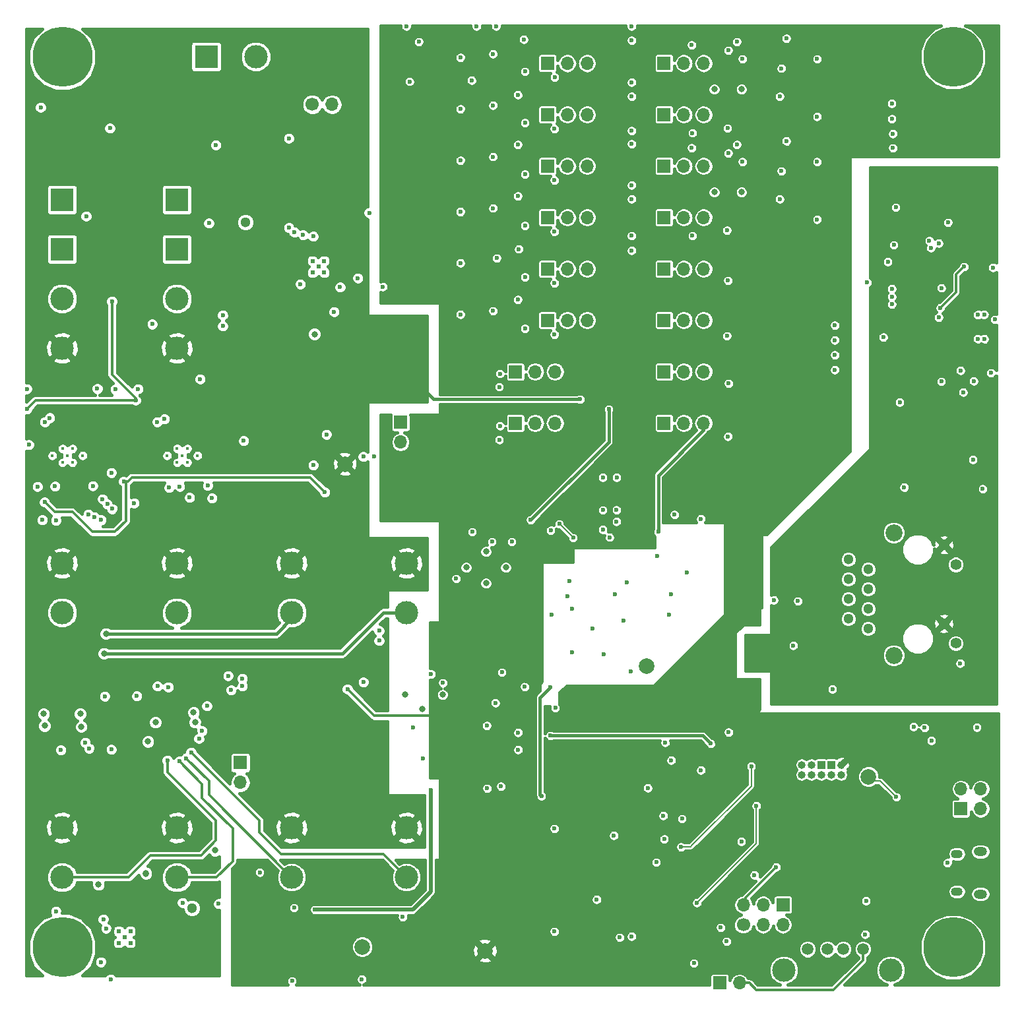
<source format=gbr>
G04 #@! TF.FileFunction,Copper,L3,Inr,Plane*
%FSLAX46Y46*%
G04 Gerber Fmt 4.6, Leading zero omitted, Abs format (unit mm)*
G04 Created by KiCad (PCBNEW 4.0.6) date 01/31/18 03:36:11*
%MOMM*%
%LPD*%
G01*
G04 APERTURE LIST*
%ADD10C,0.100000*%
%ADD11R,1.700000X1.700000*%
%ADD12O,1.700000X1.700000*%
%ADD13C,3.000000*%
%ADD14C,1.700000*%
%ADD15O,1.500000X1.100000*%
%ADD16O,1.700000X1.200000*%
%ADD17R,0.500000X0.500000*%
%ADD18C,1.000000*%
%ADD19O,1.000000X1.000000*%
%ADD20R,1.000000X1.000000*%
%ADD21C,7.700000*%
%ADD22C,0.700000*%
%ADD23R,3.000000X3.000000*%
%ADD24C,0.400000*%
%ADD25C,1.300000*%
%ADD26C,2.184400*%
%ADD27C,1.408000*%
%ADD28C,1.501140*%
%ADD29C,2.999740*%
%ADD30C,2.000000*%
%ADD31C,0.600000*%
%ADD32C,0.800000*%
%ADD33C,0.200000*%
%ADD34C,0.160000*%
%ADD35C,0.300000*%
%ADD36C,0.400000*%
%ADD37C,0.500000*%
G04 APERTURE END LIST*
D10*
D11*
X90683080Y-125227080D03*
D12*
X93223080Y-125227080D03*
D13*
X21040000Y-105295000D03*
X21040000Y-111645000D03*
D11*
X83560000Y-26950000D03*
D12*
X86100000Y-26950000D03*
X88640000Y-26950000D03*
D11*
X83560000Y-20350000D03*
D12*
X86100000Y-20350000D03*
X88640000Y-20350000D03*
D11*
X68590000Y-40150000D03*
D12*
X71130000Y-40150000D03*
X73670000Y-40150000D03*
D11*
X68590000Y-33550000D03*
D12*
X71130000Y-33550000D03*
X73670000Y-33550000D03*
D11*
X68590000Y-26950000D03*
D12*
X71130000Y-26950000D03*
X73670000Y-26950000D03*
D11*
X68590000Y-20350000D03*
D12*
X71130000Y-20350000D03*
X73670000Y-20350000D03*
D11*
X68590000Y-13750000D03*
D12*
X71130000Y-13750000D03*
X73670000Y-13750000D03*
D14*
X38410000Y-12450000D03*
D12*
X40950000Y-12450000D03*
D14*
X93726000Y-117729000D03*
D12*
X93726000Y-115189000D03*
X96266000Y-117729000D03*
X96266000Y-115189000D03*
X98806000Y-117729000D03*
D11*
X98806000Y-115189000D03*
D15*
X121150000Y-113500000D03*
X121150000Y-108660000D03*
D16*
X124150000Y-113810000D03*
X124150000Y-108350000D03*
D17*
X39200000Y-33275000D03*
X38450000Y-34025000D03*
X39950000Y-34025000D03*
X39950000Y-32525000D03*
X38450000Y-32525000D03*
X14325600Y-119331740D03*
X13575600Y-120081740D03*
X15075600Y-120081740D03*
X15075600Y-118581740D03*
X13575600Y-118581740D03*
D18*
X106290000Y-97230000D03*
D19*
X106290000Y-98500000D03*
D20*
X105020000Y-97230000D03*
D19*
X105020000Y-98500000D03*
D20*
X103750000Y-97230000D03*
D19*
X103750000Y-98500000D03*
X102480000Y-97230000D03*
X102480000Y-98500000D03*
X101210000Y-97230000D03*
X101210000Y-98500000D03*
D21*
X120650000Y-120650000D03*
D22*
X117850000Y-120650000D03*
X122629890Y-122629890D03*
X120650000Y-123450000D03*
X118670110Y-122629890D03*
X123450000Y-120650000D03*
X118670110Y-118670110D03*
X120650000Y-117850000D03*
X122629890Y-118670110D03*
D21*
X6350000Y-120650000D03*
D22*
X3550000Y-120650000D03*
X8329890Y-122629890D03*
X6350000Y-123450000D03*
X4370110Y-122629890D03*
X9150000Y-120650000D03*
X4370110Y-118670110D03*
X6350000Y-117850000D03*
X8329890Y-118670110D03*
D21*
X120650000Y-6350000D03*
D22*
X117850000Y-6350000D03*
X122629890Y-8329890D03*
X120650000Y-9150000D03*
X118670110Y-8329890D03*
X123450000Y-6350000D03*
X118670110Y-4370110D03*
X120650000Y-3550000D03*
X122629890Y-4370110D03*
D21*
X6350000Y-6350000D03*
D22*
X3550000Y-6350000D03*
X8329890Y-8329890D03*
X6350000Y-9150000D03*
X4370110Y-8329890D03*
X9150000Y-6350000D03*
X4370110Y-4370110D03*
X6350000Y-3550000D03*
X8329890Y-4370110D03*
D13*
X6310000Y-37375000D03*
D23*
X6310000Y-31025000D03*
D13*
X6310000Y-43725000D03*
D23*
X6310000Y-24675000D03*
D13*
X21040000Y-37375000D03*
D23*
X21040000Y-31025000D03*
D13*
X21040000Y-43725000D03*
D23*
X21040000Y-24675000D03*
D13*
X21040000Y-71325000D03*
X21040000Y-77675000D03*
X50500000Y-71325000D03*
X50500000Y-77675000D03*
X35770000Y-71325000D03*
X35770000Y-77675000D03*
X6310000Y-71325000D03*
X6310000Y-77675000D03*
X31175000Y-6310000D03*
D23*
X24825000Y-6310000D03*
D13*
X50500000Y-105295000D03*
X50500000Y-111645000D03*
X35770000Y-105295000D03*
X35770000Y-111645000D03*
X6310000Y-105295000D03*
X6310000Y-111645000D03*
D24*
X21730000Y-57515000D03*
X23680000Y-57515000D03*
X19780000Y-57515000D03*
X22380000Y-58415000D03*
X21080000Y-58415000D03*
X22380000Y-56615000D03*
X21080000Y-56615000D03*
X7000000Y-57515000D03*
X8950000Y-57515000D03*
X5050000Y-57515000D03*
X7650000Y-58415000D03*
X6350000Y-58415000D03*
X7650000Y-56615000D03*
X6350000Y-56615000D03*
D11*
X83560000Y-7150000D03*
D12*
X86100000Y-7150000D03*
X88640000Y-7150000D03*
D11*
X83560000Y-13750000D03*
D12*
X86100000Y-13750000D03*
X88640000Y-13750000D03*
D11*
X64490000Y-46750000D03*
D12*
X67030000Y-46750000D03*
X69570000Y-46750000D03*
D11*
X64490000Y-53350000D03*
D12*
X67030000Y-53350000D03*
X69570000Y-53350000D03*
D11*
X68590000Y-7150000D03*
D12*
X71130000Y-7150000D03*
X73670000Y-7150000D03*
D11*
X83560000Y-33550000D03*
D12*
X86100000Y-33550000D03*
X88640000Y-33550000D03*
D11*
X83560000Y-40150000D03*
D12*
X86100000Y-40150000D03*
X88640000Y-40150000D03*
D11*
X83560000Y-46750000D03*
D12*
X86100000Y-46750000D03*
X88640000Y-46750000D03*
D11*
X83560000Y-53350000D03*
D12*
X86100000Y-53350000D03*
X88640000Y-53350000D03*
D25*
X107211910Y-70855790D03*
X109751910Y-72125790D03*
X107211910Y-73395790D03*
X109751910Y-74665791D03*
X107211910Y-75935791D03*
X109751910Y-77205790D03*
X107211910Y-78475790D03*
X109751910Y-79745790D03*
D26*
X113051910Y-83175790D03*
X113051910Y-67425790D03*
D27*
X119480500Y-68974530D03*
X121000500Y-81624530D03*
X119480000Y-79086380D03*
X121000000Y-71516380D03*
D11*
X121660000Y-102850000D03*
D12*
X121660000Y-100310000D03*
X124200000Y-102850000D03*
X124200000Y-100310000D03*
D11*
X49750000Y-53250000D03*
D12*
X49750000Y-55790000D03*
D11*
X29184600Y-96941640D03*
D12*
X29184600Y-99481640D03*
D28*
X101980140Y-120901880D03*
X104520140Y-120901880D03*
X106552140Y-120901880D03*
X109092140Y-120901880D03*
D29*
X98932140Y-123568880D03*
X112648140Y-123568880D03*
D30*
X42600880Y-58602880D03*
X44836080Y-120578880D03*
X81285080Y-84536280D03*
X60584080Y-121086880D03*
X109783880Y-98734880D03*
D31*
X100150000Y-81900000D03*
X62097920Y-32171640D03*
X109347000Y-118999000D03*
X109474000Y-114681000D03*
X111709200Y-42316400D03*
X118821200Y-39776400D03*
X45720000Y-26352500D03*
X112903000Y-18034000D03*
X112903000Y-16192500D03*
X112776000Y-14287500D03*
X112776000Y-12319000D03*
X88265000Y-65659000D03*
X52578000Y-96393000D03*
X91821000Y-93027500D03*
X81470500Y-100203000D03*
X83566000Y-106743500D03*
X77089000Y-106299000D03*
D32*
X8763000Y-92329000D03*
X4064000Y-92202000D03*
X3937000Y-90678000D03*
X8636000Y-90678000D03*
D31*
X15875000Y-88392000D03*
X123698000Y-92392500D03*
X115570000Y-92329000D03*
X119126000Y-48006000D03*
D32*
X18288000Y-91757500D03*
X17335500Y-94234000D03*
X23177500Y-90487500D03*
X23368000Y-91757500D03*
D31*
X113284000Y-25654000D03*
X74342000Y-79756000D03*
X15557500Y-63627000D03*
X91757500Y-55054500D03*
X91821000Y-48260000D03*
X91630500Y-42164000D03*
X91757500Y-35052000D03*
X121539000Y-84201000D03*
X105156000Y-87503000D03*
X123190000Y-58039000D03*
X113792000Y-50673000D03*
X113030000Y-30480000D03*
X90805000Y-118110000D03*
X95123000Y-111379000D03*
X82550000Y-109728000D03*
X3556000Y-12827000D03*
X77465000Y-66000000D03*
X75692000Y-64516000D03*
X75692000Y-60325000D03*
X75692000Y-67000000D03*
X77470000Y-60325000D03*
X77465000Y-64500000D03*
X119925000Y-109800000D03*
D25*
X23000000Y-115600000D03*
D31*
X69469000Y-105410000D03*
X93472000Y-107061000D03*
X88265000Y-97917000D03*
X84455000Y-96647000D03*
X83693000Y-94361000D03*
X105460800Y-46502320D03*
X105460800Y-44597320D03*
X105460800Y-42692320D03*
X105460800Y-40787320D03*
X86487000Y-72517000D03*
X84201000Y-77978000D03*
X84455000Y-75311000D03*
X65676780Y-87200740D03*
X78740000Y-73787000D03*
X71120000Y-75565000D03*
X71755000Y-77216000D03*
X69088000Y-77978000D03*
X71374000Y-73660000D03*
X77297280Y-75316080D03*
X50007520Y-116758720D03*
X44761960Y-124747280D03*
X13159740Y-49004220D03*
X2032000Y-56134000D03*
X40248840Y-54792880D03*
X38557200Y-58755280D03*
X74904600Y-114498120D03*
X62628780Y-99982020D03*
X60845700Y-100241100D03*
X61917580Y-89258140D03*
X60822840Y-92181680D03*
D32*
X52539900Y-90030300D03*
X55135780Y-88201500D03*
X50327560Y-88193880D03*
D31*
X55166260Y-86700360D03*
X53675280Y-85577680D03*
X62738000Y-85344000D03*
D32*
X63246000Y-71882000D03*
X58166000Y-71882000D03*
X60706000Y-73914000D03*
X60706000Y-69850000D03*
D31*
X64008000Y-68580000D03*
X61468000Y-68580000D03*
X58928000Y-67310000D03*
X69004180Y-67119500D03*
X56875680Y-73319640D03*
X44980860Y-86586060D03*
X16060420Y-48978820D03*
X24033480Y-47701200D03*
X29603700Y-55618380D03*
X18506440Y-53195220D03*
X1778000Y-48966120D03*
X4091940Y-53213000D03*
X10835640Y-48905160D03*
X3766820Y-65758060D03*
X5514340Y-65836800D03*
X20030440Y-61625480D03*
X11805920Y-88412320D03*
X36068000Y-115570000D03*
X35814000Y-124968000D03*
X31668720Y-111023400D03*
X26408380Y-115051840D03*
X11300460Y-122527060D03*
X5509260Y-116037360D03*
X123291600Y-47955200D03*
X125500000Y-46900000D03*
X126000000Y-40050000D03*
X125750000Y-33400000D03*
X6150000Y-95300000D03*
X25000000Y-61350000D03*
X10250000Y-61400000D03*
X5400000Y-61450000D03*
X3150000Y-61500000D03*
X12650000Y-59700000D03*
X84900000Y-65100000D03*
X82700000Y-70400000D03*
X76565000Y-68000000D03*
X50900000Y-9500000D03*
X52100000Y-4400000D03*
X50500000Y-2400000D03*
X62400000Y-55500000D03*
X62500000Y-53700000D03*
X62400000Y-48700000D03*
X62500000Y-47000000D03*
X93600000Y-19800000D03*
X98400000Y-24600000D03*
X98600000Y-21000000D03*
X98400000Y-11400000D03*
X98600000Y-7800000D03*
X93600000Y-6600000D03*
X61600000Y-38950000D03*
X61600000Y-25750000D03*
X61600000Y-19150000D03*
X61600000Y-12550000D03*
X61600000Y-5950000D03*
X44255000Y-34725000D03*
X47480000Y-35850000D03*
D25*
X29825000Y-27550000D03*
D31*
X91059000Y-110236000D03*
X90805000Y-102362000D03*
X88138000Y-102362000D03*
X71755000Y-106108500D03*
X101219000Y-106108500D03*
X92710000Y-88074500D03*
X113792000Y-93218000D03*
X100139500Y-92075000D03*
X94424500Y-89471500D03*
X82550000Y-123825000D03*
X60452000Y-114681000D03*
X89916000Y-106100000D03*
X90805000Y-115443000D03*
X40005000Y-62230000D03*
X42926000Y-87503000D03*
X57531000Y-91948000D03*
X4064000Y-63500000D03*
X14224000Y-60833000D03*
X57150000Y-113792000D03*
X41225000Y-39075000D03*
X15875000Y-85915500D03*
X13081000Y-96901000D03*
X15049500Y-20320000D03*
X17272000Y-21907500D03*
D25*
X51308000Y-45720000D03*
D31*
X72771000Y-50292000D03*
D25*
X40767000Y-45847000D03*
X45847000Y-49657000D03*
D31*
X46550000Y-45500000D03*
X47600000Y-45500000D03*
X45600000Y-45500000D03*
X34099500Y-52133500D03*
X12532360Y-124752100D03*
X53594000Y-100457000D03*
X38735000Y-115824000D03*
X51308000Y-92456000D03*
X68961000Y-93472000D03*
X89535000Y-94488000D03*
X66421000Y-65786000D03*
X76454000Y-51562000D03*
X68961000Y-87249000D03*
X67818000Y-101219000D03*
X97917000Y-110363000D03*
X58877200Y-9347200D03*
X82804000Y-67310000D03*
X71882000Y-68072000D03*
X70104000Y-66294000D03*
D32*
X90000000Y-23700000D03*
X93500000Y-23700000D03*
X90000000Y-10500000D03*
X93500000Y-10500000D03*
D31*
X57430000Y-39410000D03*
X57430000Y-32810000D03*
X57430000Y-26210000D03*
X57430000Y-19610000D03*
X57430000Y-13010000D03*
X57430000Y-6410000D03*
X65560000Y-4100000D03*
X65700000Y-8210000D03*
X64800000Y-11200000D03*
X65700000Y-14810000D03*
X17886680Y-40645080D03*
X12700000Y-37719000D03*
X15748000Y-50419000D03*
X1778000Y-51562000D03*
X64800000Y-24200000D03*
X65700000Y-28010000D03*
X64900000Y-31000000D03*
X65700000Y-34610000D03*
X64800000Y-37500000D03*
X65700000Y-41210000D03*
X35400000Y-16800000D03*
D32*
X11684000Y-82931000D03*
D31*
X9658413Y-65041587D03*
X79375000Y-119253000D03*
X11490000Y-63100000D03*
X28000000Y-87600000D03*
X29450000Y-87100000D03*
X24277320Y-92847160D03*
X12621260Y-95239840D03*
X29450000Y-86150000D03*
X27622500Y-85788500D03*
X19812000Y-96647000D03*
X21336000Y-96774000D03*
X22225000Y-96393000D03*
X22860000Y-95631000D03*
D32*
X11938000Y-80391000D03*
X10985500Y-112585500D03*
X25908000Y-108204000D03*
D31*
X71755000Y-82804000D03*
X69596000Y-89916000D03*
X78359000Y-78740000D03*
X75798680Y-83012280D03*
X87100000Y-4800000D03*
X87200000Y-16100000D03*
X87100000Y-18000000D03*
X87200000Y-29300000D03*
X19431000Y-52832000D03*
X4725000Y-52670040D03*
X79400000Y-31200000D03*
X79400000Y-29300000D03*
X79400000Y-24600000D03*
X79400000Y-22800000D03*
X79400000Y-17500000D03*
X79400000Y-15800000D03*
X79400000Y-11400000D03*
X79400000Y-9600000D03*
X79400000Y-4200000D03*
X79400000Y-2400000D03*
X62000000Y-2400000D03*
X59500000Y-2400000D03*
X9779000Y-95123000D03*
X19939000Y-87249000D03*
X37250000Y-29175010D03*
X35425000Y-28250000D03*
D32*
X38700000Y-41925000D03*
D31*
X36100000Y-28825000D03*
X38550000Y-29375000D03*
X41990000Y-35890000D03*
X36875000Y-35500000D03*
X117856000Y-46736000D03*
X113792000Y-48006000D03*
X106235500Y-84391500D03*
X96139000Y-84010500D03*
X95059500Y-81978500D03*
X121729500Y-43942000D03*
X121602500Y-45593000D03*
X123000000Y-36400000D03*
X103378000Y-88011000D03*
X99949000Y-88138000D03*
X103632000Y-71501000D03*
X124333000Y-21717000D03*
X102000000Y-76350000D03*
X102050000Y-81300000D03*
X123802342Y-39422255D03*
X123800000Y-42550000D03*
X124646995Y-39414277D03*
X124650000Y-42550000D03*
X112800000Y-36100000D03*
X117600000Y-29950000D03*
X117800000Y-30850000D03*
X112800000Y-37100000D03*
X118825000Y-30250000D03*
X112800000Y-38100000D03*
X119150000Y-36000000D03*
X120000000Y-27600000D03*
X122047000Y-33274000D03*
X118999000Y-38544500D03*
X10440000Y-65400000D03*
X77851000Y-119380000D03*
X12120000Y-63730000D03*
X12740000Y-64350000D03*
X11320000Y-65780000D03*
X25527000Y-62992000D03*
X22650000Y-62900000D03*
X21400000Y-61490000D03*
X100711000Y-76200000D03*
X97649998Y-76073000D03*
X121600000Y-46600000D03*
X121950000Y-49400000D03*
X85742780Y-107751880D03*
X116967000Y-92456000D03*
X94742000Y-97409000D03*
X79248000Y-85217000D03*
X99249990Y-3949990D03*
X92900000Y-4400000D03*
X91800000Y-5500000D03*
X91694000Y-15494000D03*
X92900000Y-17600000D03*
X91800000Y-18700000D03*
X99249990Y-17149990D03*
X91643200Y-28600400D03*
X69510000Y-8950000D03*
X69490000Y-15570000D03*
X69490000Y-28770000D03*
X69490000Y-35370000D03*
X69490000Y-41970000D03*
X117856000Y-94107000D03*
X87757000Y-114935000D03*
X95377000Y-102489000D03*
X64800000Y-17600000D03*
X65700000Y-21410000D03*
X69490000Y-22170000D03*
X103200000Y-6600000D03*
X103200000Y-14000000D03*
X103200000Y-19800000D03*
X103200000Y-27200000D03*
X124450000Y-61800000D03*
X114350000Y-61600000D03*
X64825880Y-93070680D03*
X64820800Y-95285560D03*
X87376000Y-122682000D03*
X91567000Y-119888000D03*
D32*
X17081500Y-111125000D03*
X17081500Y-111188500D03*
D31*
X11600180Y-117043200D03*
X21760180Y-114909600D03*
X11940540Y-118201440D03*
X113365280Y-101351080D03*
X112268000Y-32639000D03*
X109601000Y-35306000D03*
X9271000Y-94361000D03*
X24892000Y-89662000D03*
X18542000Y-87122000D03*
X23876000Y-93853000D03*
X69469000Y-118618000D03*
X12446000Y-15494000D03*
X26035000Y-17653000D03*
X26924000Y-39497000D03*
X46355000Y-57658000D03*
X46990000Y-80010000D03*
X85852000Y-104140000D03*
X46990000Y-81280000D03*
X44958000Y-57658000D03*
X9398000Y-26797000D03*
X25146000Y-27686000D03*
X26924000Y-40894000D03*
X83439000Y-103759000D03*
D33*
X100139500Y-92075000D02*
X100076000Y-92075000D01*
D34*
X89916000Y-106100000D02*
X89916000Y-106172000D01*
D35*
X14732000Y-60833000D02*
X14224000Y-60833000D01*
X15240000Y-60325000D02*
X14732000Y-60833000D01*
X38100000Y-60325000D02*
X15240000Y-60325000D01*
X40005000Y-62230000D02*
X38100000Y-60325000D01*
X46355000Y-90932000D02*
X42926000Y-87503000D01*
X56515000Y-90932000D02*
X46355000Y-90932000D01*
X57531000Y-91948000D02*
X56515000Y-90932000D01*
X4064000Y-63500000D02*
X5334000Y-64770000D01*
X5334000Y-64770000D02*
X7620000Y-64770000D01*
X7620000Y-64770000D02*
X10160000Y-67310000D01*
X10160000Y-67310000D02*
X13081000Y-67310000D01*
X13081000Y-67310000D02*
X14478000Y-65913000D01*
X14478000Y-65913000D02*
X14478000Y-61087000D01*
X14478000Y-61087000D02*
X14224000Y-60833000D01*
D36*
X51308000Y-45720000D02*
X51308000Y-47625000D01*
X53975000Y-50292000D02*
X72771000Y-50292000D01*
X51308000Y-47625000D02*
X53975000Y-50292000D01*
D37*
X45847000Y-49657000D02*
X45974000Y-49657000D01*
X34099500Y-52133500D02*
X34099500Y-52070000D01*
X53594000Y-106299000D02*
X53594000Y-113538000D01*
X53594000Y-100457000D02*
X53594000Y-106299000D01*
X51308000Y-115824000D02*
X38735000Y-115824000D01*
X53594000Y-113538000D02*
X51308000Y-115824000D01*
D36*
X88519000Y-93472000D02*
X68961000Y-93472000D01*
X89535000Y-94488000D02*
X88519000Y-93472000D01*
D35*
X109092140Y-120901880D02*
X109092140Y-122271380D01*
X109092140Y-122271380D02*
X105283000Y-126080520D01*
X105283000Y-126080520D02*
X95346520Y-126080520D01*
X95346520Y-126080520D02*
X94493080Y-125227080D01*
X94493080Y-125227080D02*
X93223080Y-125227080D01*
D36*
X66421000Y-65786000D02*
X76454000Y-55753000D01*
X76454000Y-55753000D02*
X76454000Y-51562000D01*
X67627500Y-97155000D02*
X67627500Y-101028500D01*
X67627500Y-97155000D02*
X67627500Y-88582500D01*
X67627500Y-88582500D02*
X68961000Y-87249000D01*
X67627500Y-101028500D02*
X67818000Y-101219000D01*
D35*
X96170000Y-112110000D02*
X93980000Y-114300000D01*
X96170000Y-112110000D02*
X97917000Y-110363000D01*
X93980000Y-114300000D02*
X93980000Y-114935000D01*
X93980000Y-114935000D02*
X93726000Y-115189000D01*
D36*
X88640000Y-54235000D02*
X88640000Y-53350000D01*
X82804000Y-60071000D02*
X88640000Y-54235000D01*
X82804000Y-67310000D02*
X82804000Y-60071000D01*
D33*
X71882000Y-68072000D02*
X70104000Y-66294000D01*
D35*
X15748000Y-50419000D02*
X15748000Y-50165000D01*
X12700000Y-47117000D02*
X12700000Y-37719000D01*
X15748000Y-50165000D02*
X12700000Y-47117000D01*
X2921000Y-50419000D02*
X15748000Y-50419000D01*
X1778000Y-51562000D02*
X2921000Y-50419000D01*
D36*
X50500000Y-77675000D02*
X47547000Y-77675000D01*
X42291000Y-82931000D02*
X11684000Y-82931000D01*
X47547000Y-77675000D02*
X42291000Y-82931000D01*
D35*
X6310000Y-111645000D02*
X14847000Y-111645000D01*
X19812000Y-98171000D02*
X19812000Y-96647000D01*
X26035000Y-104394000D02*
X19812000Y-98171000D01*
X26035000Y-106934000D02*
X26035000Y-104394000D01*
X24130000Y-108839000D02*
X26035000Y-106934000D01*
X17653000Y-108839000D02*
X24130000Y-108839000D01*
X14847000Y-111645000D02*
X17653000Y-108839000D01*
X26150000Y-111645000D02*
X21040000Y-111645000D01*
X28194000Y-109601000D02*
X26150000Y-111645000D01*
X28194000Y-105410000D02*
X28194000Y-109601000D01*
X24257000Y-101473000D02*
X28194000Y-105410000D01*
X24257000Y-99695000D02*
X24257000Y-101473000D01*
X21336000Y-96774000D02*
X24257000Y-99695000D01*
X25146000Y-101092000D02*
X35699000Y-111645000D01*
X25146000Y-99314000D02*
X25146000Y-101092000D01*
X22225000Y-96393000D02*
X25146000Y-99314000D01*
X35699000Y-111645000D02*
X35770000Y-111645000D01*
X47567000Y-108712000D02*
X50500000Y-111645000D01*
X34417000Y-108712000D02*
X47567000Y-108712000D01*
X31623000Y-105918000D02*
X34417000Y-108712000D01*
X31623000Y-104394000D02*
X31623000Y-105918000D01*
X22860000Y-95631000D02*
X31623000Y-104394000D01*
D36*
X33782000Y-80391000D02*
X35770000Y-78403000D01*
X11938000Y-80391000D02*
X33782000Y-80391000D01*
X35770000Y-78403000D02*
X35770000Y-77675000D01*
D33*
X122999500Y-36399500D02*
X122999500Y-36385500D01*
X123000000Y-36400000D02*
X122999500Y-36399500D01*
D35*
X122047000Y-33274000D02*
X121031000Y-34290000D01*
X121031000Y-34290000D02*
X121031000Y-36512500D01*
X121031000Y-36512500D02*
X118999000Y-38544500D01*
D34*
X85780880Y-107713780D02*
X86974680Y-107713780D01*
X85742780Y-107751880D02*
X85780880Y-107713780D01*
X94742000Y-99949000D02*
X94742000Y-97409000D01*
X86995000Y-107696000D02*
X94742000Y-99949000D01*
X87757000Y-114935000D02*
X95377000Y-107315000D01*
X95377000Y-107315000D02*
X95377000Y-102489000D01*
D33*
X17081500Y-111125000D02*
X17081500Y-111188500D01*
X110342680Y-99293680D02*
X111307880Y-99293680D01*
X111307880Y-99293680D02*
X113365280Y-101351080D01*
X110342680Y-99293680D02*
X109783880Y-98734880D01*
D36*
G36*
X49749870Y-2548530D02*
X49863811Y-2824286D01*
X50074605Y-3035448D01*
X50350161Y-3149869D01*
X50648530Y-3150130D01*
X50924286Y-3036189D01*
X51135448Y-2825395D01*
X51249869Y-2549839D01*
X51250040Y-2353920D01*
X58750040Y-2353920D01*
X58749870Y-2548530D01*
X58863811Y-2824286D01*
X59074605Y-3035448D01*
X59350161Y-3149869D01*
X59648530Y-3150130D01*
X59924286Y-3036189D01*
X60135448Y-2825395D01*
X60249869Y-2549839D01*
X60250040Y-2353920D01*
X61250040Y-2353920D01*
X61249870Y-2548530D01*
X61363811Y-2824286D01*
X61574605Y-3035448D01*
X61850161Y-3149869D01*
X62148530Y-3150130D01*
X62424286Y-3036189D01*
X62635448Y-2825395D01*
X62749869Y-2549839D01*
X62750040Y-2353920D01*
X78650040Y-2353920D01*
X78649870Y-2548530D01*
X78763811Y-2824286D01*
X78974605Y-3035448D01*
X79250161Y-3149869D01*
X79548530Y-3150130D01*
X79824286Y-3036189D01*
X80035448Y-2825395D01*
X80149869Y-2549839D01*
X80150040Y-2353920D01*
X119061085Y-2353920D01*
X118217428Y-2702512D01*
X117006763Y-3911065D01*
X116350748Y-5490925D01*
X116349255Y-7201570D01*
X117002512Y-8782572D01*
X118211065Y-9993237D01*
X119790925Y-10649252D01*
X121501570Y-10650745D01*
X123082572Y-9997488D01*
X124293237Y-8788935D01*
X124949252Y-7209075D01*
X124950745Y-5498430D01*
X124297488Y-3917428D01*
X123088935Y-2706763D01*
X122239194Y-2353920D01*
X126475000Y-2353920D01*
X126475000Y-19104000D01*
X107569000Y-19104000D01*
X107491189Y-19119757D01*
X107425638Y-19164546D01*
X107382678Y-19231309D01*
X107369000Y-19304000D01*
X107369000Y-56940158D01*
X96696238Y-67612920D01*
X96255840Y-67612920D01*
X96178029Y-67628677D01*
X96112478Y-67673466D01*
X96069518Y-67740229D01*
X96055840Y-67812920D01*
X96055840Y-77016000D01*
X96012000Y-77016000D01*
X95934189Y-77031757D01*
X95868638Y-77076546D01*
X95825678Y-77143309D01*
X95812000Y-77216000D01*
X95812000Y-79238500D01*
X93789500Y-79238500D01*
X93711689Y-79254257D01*
X93648079Y-79297079D01*
X92695579Y-80249579D01*
X92651700Y-80315741D01*
X92637000Y-80391000D01*
X92637000Y-86042500D01*
X92652757Y-86120311D01*
X92697546Y-86185862D01*
X92764309Y-86228822D01*
X92837000Y-86242500D01*
X95812000Y-86242500D01*
X95812000Y-90087158D01*
X95616579Y-90282579D01*
X95572700Y-90348741D01*
X95558019Y-90426763D01*
X95574850Y-90504349D01*
X95620540Y-90569274D01*
X95687889Y-90611309D01*
X95758000Y-90624000D01*
X126475000Y-90624000D01*
X126475000Y-125463960D01*
X113167711Y-125463960D01*
X113751210Y-125222863D01*
X114300195Y-124674835D01*
X114597671Y-123958435D01*
X114598348Y-123182729D01*
X114302123Y-122465810D01*
X113754095Y-121916825D01*
X113037695Y-121619349D01*
X112261989Y-121618672D01*
X111545070Y-121914897D01*
X110996085Y-122462925D01*
X110698609Y-123179325D01*
X110697932Y-123955031D01*
X110994157Y-124671950D01*
X111542185Y-125220935D01*
X112127453Y-125463960D01*
X106748088Y-125463960D01*
X109516404Y-122695644D01*
X109646468Y-122500991D01*
X109692140Y-122271380D01*
X109692140Y-121952984D01*
X109771320Y-121920268D01*
X110109341Y-121582836D01*
X110143085Y-121501570D01*
X116349255Y-121501570D01*
X117002512Y-123082572D01*
X118211065Y-124293237D01*
X119790925Y-124949252D01*
X121501570Y-124950745D01*
X123082572Y-124297488D01*
X124293237Y-123088935D01*
X124949252Y-121509075D01*
X124950745Y-119798430D01*
X124297488Y-118217428D01*
X123088935Y-117006763D01*
X121509075Y-116350748D01*
X119798430Y-116349255D01*
X118217428Y-117002512D01*
X117006763Y-118211065D01*
X116350748Y-119790925D01*
X116349255Y-121501570D01*
X110143085Y-121501570D01*
X110292502Y-121141736D01*
X110292918Y-120664119D01*
X110110528Y-120222700D01*
X109773096Y-119884679D01*
X109446555Y-119749087D01*
X109495530Y-119749130D01*
X109771286Y-119635189D01*
X109982448Y-119424395D01*
X110096869Y-119148839D01*
X110097130Y-118850470D01*
X109983189Y-118574714D01*
X109772395Y-118363552D01*
X109496839Y-118249131D01*
X109198470Y-118248870D01*
X108922714Y-118362811D01*
X108711552Y-118573605D01*
X108597131Y-118849161D01*
X108596870Y-119147530D01*
X108710811Y-119423286D01*
X108921605Y-119634448D01*
X109082604Y-119701301D01*
X108854379Y-119701102D01*
X108412960Y-119883492D01*
X108074939Y-120220924D01*
X107891778Y-120662024D01*
X107891362Y-121139641D01*
X108073752Y-121581060D01*
X108411184Y-121919081D01*
X108492140Y-121952697D01*
X108492140Y-122022852D01*
X105051032Y-125463960D01*
X99451711Y-125463960D01*
X100035210Y-125222863D01*
X100584195Y-124674835D01*
X100881671Y-123958435D01*
X100882348Y-123182729D01*
X100586123Y-122465810D01*
X100038095Y-121916825D01*
X99321695Y-121619349D01*
X98545989Y-121618672D01*
X97829070Y-121914897D01*
X97280085Y-122462925D01*
X96982609Y-123179325D01*
X96981932Y-123955031D01*
X97278157Y-124671950D01*
X97826185Y-125220935D01*
X98411453Y-125463960D01*
X95578488Y-125463960D01*
X94917344Y-124802816D01*
X94722690Y-124672752D01*
X94493080Y-124627080D01*
X94372645Y-124627080D01*
X94142319Y-124282372D01*
X93720568Y-124000568D01*
X93223080Y-123901611D01*
X92725592Y-124000568D01*
X92303841Y-124282372D01*
X92022037Y-124704123D01*
X91991896Y-124855651D01*
X91991896Y-124377080D01*
X91960518Y-124210320D01*
X91861963Y-124057161D01*
X91711585Y-123954412D01*
X91533080Y-123918264D01*
X89833080Y-123918264D01*
X89666320Y-123949642D01*
X89513161Y-124048197D01*
X89410412Y-124198575D01*
X89374264Y-124377080D01*
X89374264Y-125463960D01*
X44991445Y-125463960D01*
X45186246Y-125383469D01*
X45397408Y-125172675D01*
X45511829Y-124897119D01*
X45512090Y-124598750D01*
X45398149Y-124322994D01*
X45187355Y-124111832D01*
X44911799Y-123997411D01*
X44613430Y-123997150D01*
X44337674Y-124111091D01*
X44126512Y-124321885D01*
X44012091Y-124597441D01*
X44011830Y-124895810D01*
X44125771Y-125171566D01*
X44336565Y-125382728D01*
X44532193Y-125463960D01*
X36378760Y-125463960D01*
X36449448Y-125393395D01*
X36563869Y-125117839D01*
X36564130Y-124819470D01*
X36450189Y-124543714D01*
X36239395Y-124332552D01*
X35963839Y-124218131D01*
X35665470Y-124217870D01*
X35389714Y-124331811D01*
X35178552Y-124542605D01*
X35064131Y-124818161D01*
X35063870Y-125116530D01*
X35177811Y-125392286D01*
X35249360Y-125463960D01*
X28140000Y-125463960D01*
X28140000Y-122830530D01*
X86625870Y-122830530D01*
X86739811Y-123106286D01*
X86950605Y-123317448D01*
X87226161Y-123431869D01*
X87524530Y-123432130D01*
X87800286Y-123318189D01*
X88011448Y-123107395D01*
X88125869Y-122831839D01*
X88126130Y-122533470D01*
X88012189Y-122257714D01*
X87801395Y-122046552D01*
X87525839Y-121932131D01*
X87227470Y-121931870D01*
X86951714Y-122045811D01*
X86740552Y-122256605D01*
X86626131Y-122532161D01*
X86625870Y-122830530D01*
X28140000Y-122830530D01*
X28140000Y-122293634D01*
X59660169Y-122293634D01*
X59764050Y-122555814D01*
X60388609Y-122757810D01*
X61042926Y-122705422D01*
X61404110Y-122555814D01*
X61507991Y-122293634D01*
X60584080Y-121369723D01*
X59660169Y-122293634D01*
X28140000Y-122293634D01*
X28140000Y-120866037D01*
X43385829Y-120866037D01*
X43606113Y-121399166D01*
X44013649Y-121807413D01*
X44546392Y-122028628D01*
X45123237Y-122029131D01*
X45656366Y-121808847D01*
X46064613Y-121401311D01*
X46276343Y-120891409D01*
X58913150Y-120891409D01*
X58965538Y-121545726D01*
X59115146Y-121906910D01*
X59377326Y-122010791D01*
X60301237Y-121086880D01*
X60866923Y-121086880D01*
X61790834Y-122010791D01*
X62053014Y-121906910D01*
X62255010Y-121282351D01*
X62243584Y-121139641D01*
X100779362Y-121139641D01*
X100961752Y-121581060D01*
X101299184Y-121919081D01*
X101740284Y-122102242D01*
X102217901Y-122102658D01*
X102659320Y-121920268D01*
X102997341Y-121582836D01*
X103180502Y-121141736D01*
X103180503Y-121139641D01*
X103319362Y-121139641D01*
X103501752Y-121581060D01*
X103839184Y-121919081D01*
X104280284Y-122102242D01*
X104757901Y-122102658D01*
X105199320Y-121920268D01*
X105536431Y-121583744D01*
X105871184Y-121919081D01*
X106312284Y-122102242D01*
X106789901Y-122102658D01*
X107231320Y-121920268D01*
X107569341Y-121582836D01*
X107752502Y-121141736D01*
X107752918Y-120664119D01*
X107570528Y-120222700D01*
X107233096Y-119884679D01*
X106791996Y-119701518D01*
X106314379Y-119701102D01*
X105872960Y-119883492D01*
X105535849Y-120220016D01*
X105201096Y-119884679D01*
X104759996Y-119701518D01*
X104282379Y-119701102D01*
X103840960Y-119883492D01*
X103502939Y-120220924D01*
X103319778Y-120662024D01*
X103319362Y-121139641D01*
X103180503Y-121139641D01*
X103180918Y-120664119D01*
X102998528Y-120222700D01*
X102661096Y-119884679D01*
X102219996Y-119701518D01*
X101742379Y-119701102D01*
X101300960Y-119883492D01*
X100962939Y-120220924D01*
X100779778Y-120662024D01*
X100779362Y-121139641D01*
X62243584Y-121139641D01*
X62202622Y-120628034D01*
X62053014Y-120266850D01*
X61790834Y-120162969D01*
X60866923Y-121086880D01*
X60301237Y-121086880D01*
X59377326Y-120162969D01*
X59115146Y-120266850D01*
X58913150Y-120891409D01*
X46276343Y-120891409D01*
X46285828Y-120868568D01*
X46286331Y-120291723D01*
X46116263Y-119880126D01*
X59660169Y-119880126D01*
X60584080Y-120804037D01*
X61507991Y-119880126D01*
X61404110Y-119617946D01*
X61127642Y-119528530D01*
X77100870Y-119528530D01*
X77214811Y-119804286D01*
X77425605Y-120015448D01*
X77701161Y-120129869D01*
X77999530Y-120130130D01*
X78226057Y-120036530D01*
X90816870Y-120036530D01*
X90930811Y-120312286D01*
X91141605Y-120523448D01*
X91417161Y-120637869D01*
X91715530Y-120638130D01*
X91991286Y-120524189D01*
X92202448Y-120313395D01*
X92316869Y-120037839D01*
X92317130Y-119739470D01*
X92203189Y-119463714D01*
X91992395Y-119252552D01*
X91716839Y-119138131D01*
X91418470Y-119137870D01*
X91142714Y-119251811D01*
X90931552Y-119462605D01*
X90817131Y-119738161D01*
X90816870Y-120036530D01*
X78226057Y-120036530D01*
X78275286Y-120016189D01*
X78486448Y-119805395D01*
X78600869Y-119529839D01*
X78600981Y-119401530D01*
X78624870Y-119401530D01*
X78738811Y-119677286D01*
X78949605Y-119888448D01*
X79225161Y-120002869D01*
X79523530Y-120003130D01*
X79799286Y-119889189D01*
X80010448Y-119678395D01*
X80124869Y-119402839D01*
X80125130Y-119104470D01*
X80011189Y-118828714D01*
X79800395Y-118617552D01*
X79524839Y-118503131D01*
X79226470Y-118502870D01*
X78950714Y-118616811D01*
X78739552Y-118827605D01*
X78625131Y-119103161D01*
X78624870Y-119401530D01*
X78600981Y-119401530D01*
X78601130Y-119231470D01*
X78487189Y-118955714D01*
X78276395Y-118744552D01*
X78000839Y-118630131D01*
X77702470Y-118629870D01*
X77426714Y-118743811D01*
X77215552Y-118954605D01*
X77101131Y-119230161D01*
X77100870Y-119528530D01*
X61127642Y-119528530D01*
X60779551Y-119415950D01*
X60125234Y-119468338D01*
X59764050Y-119617946D01*
X59660169Y-119880126D01*
X46116263Y-119880126D01*
X46066047Y-119758594D01*
X45658511Y-119350347D01*
X45125768Y-119129132D01*
X44548923Y-119128629D01*
X44015794Y-119348913D01*
X43607547Y-119756449D01*
X43386332Y-120289192D01*
X43385829Y-120866037D01*
X28140000Y-120866037D01*
X28140000Y-118766530D01*
X68718870Y-118766530D01*
X68832811Y-119042286D01*
X69043605Y-119253448D01*
X69319161Y-119367869D01*
X69617530Y-119368130D01*
X69893286Y-119254189D01*
X70104448Y-119043395D01*
X70218869Y-118767839D01*
X70219130Y-118469470D01*
X70131971Y-118258530D01*
X90054870Y-118258530D01*
X90168811Y-118534286D01*
X90379605Y-118745448D01*
X90655161Y-118859869D01*
X90953530Y-118860130D01*
X91229286Y-118746189D01*
X91440448Y-118535395D01*
X91554869Y-118259839D01*
X91555108Y-117986452D01*
X92425774Y-117986452D01*
X92623271Y-118464429D01*
X92988647Y-118830444D01*
X93466279Y-119028774D01*
X93983452Y-119029226D01*
X94461429Y-118831729D01*
X94827444Y-118466353D01*
X95016864Y-118010179D01*
X95064957Y-118251957D01*
X95346761Y-118673708D01*
X95768512Y-118955512D01*
X96266000Y-119054469D01*
X96763488Y-118955512D01*
X97185239Y-118673708D01*
X97467043Y-118251957D01*
X97536000Y-117905288D01*
X97604957Y-118251957D01*
X97886761Y-118673708D01*
X98308512Y-118955512D01*
X98806000Y-119054469D01*
X99303488Y-118955512D01*
X99725239Y-118673708D01*
X100007043Y-118251957D01*
X100106000Y-117754469D01*
X100106000Y-117703531D01*
X100007043Y-117206043D01*
X99725239Y-116784292D01*
X99303488Y-116502488D01*
X99280000Y-116497816D01*
X99656000Y-116497816D01*
X99822760Y-116466438D01*
X99975919Y-116367883D01*
X100078668Y-116217505D01*
X100114816Y-116039000D01*
X100114816Y-114829530D01*
X108723870Y-114829530D01*
X108837811Y-115105286D01*
X109048605Y-115316448D01*
X109324161Y-115430869D01*
X109622530Y-115431130D01*
X109898286Y-115317189D01*
X110109448Y-115106395D01*
X110223869Y-114830839D01*
X110224130Y-114532470D01*
X110110189Y-114256714D01*
X109899395Y-114045552D01*
X109623839Y-113931131D01*
X109325470Y-113930870D01*
X109049714Y-114044811D01*
X108838552Y-114255605D01*
X108724131Y-114531161D01*
X108723870Y-114829530D01*
X100114816Y-114829530D01*
X100114816Y-114339000D01*
X100083438Y-114172240D01*
X99984883Y-114019081D01*
X99834505Y-113916332D01*
X99656000Y-113880184D01*
X97956000Y-113880184D01*
X97789240Y-113911562D01*
X97636081Y-114010117D01*
X97533332Y-114160495D01*
X97497184Y-114339000D01*
X97497184Y-114817571D01*
X97467043Y-114666043D01*
X97185239Y-114244292D01*
X96763488Y-113962488D01*
X96266000Y-113863531D01*
X95768512Y-113962488D01*
X95346761Y-114244292D01*
X95064957Y-114666043D01*
X94996000Y-115012712D01*
X94927043Y-114666043D01*
X94740968Y-114387560D01*
X95628528Y-113500000D01*
X119926491Y-113500000D01*
X120002611Y-113882683D01*
X120219384Y-114207107D01*
X120543808Y-114423880D01*
X120926491Y-114500000D01*
X121373509Y-114500000D01*
X121756192Y-114423880D01*
X122080616Y-114207107D01*
X122297389Y-113882683D01*
X122311846Y-113810000D01*
X122824531Y-113810000D01*
X122904457Y-114211818D01*
X123132069Y-114552462D01*
X123472713Y-114780074D01*
X123874531Y-114860000D01*
X124425469Y-114860000D01*
X124827287Y-114780074D01*
X125167931Y-114552462D01*
X125395543Y-114211818D01*
X125475469Y-113810000D01*
X125395543Y-113408182D01*
X125167931Y-113067538D01*
X124827287Y-112839926D01*
X124425469Y-112760000D01*
X123874531Y-112760000D01*
X123472713Y-112839926D01*
X123132069Y-113067538D01*
X122904457Y-113408182D01*
X122824531Y-113810000D01*
X122311846Y-113810000D01*
X122373509Y-113500000D01*
X122297389Y-113117317D01*
X122080616Y-112792893D01*
X121756192Y-112576120D01*
X121373509Y-112500000D01*
X120926491Y-112500000D01*
X120543808Y-112576120D01*
X120219384Y-112792893D01*
X120002611Y-113117317D01*
X119926491Y-113500000D01*
X95628528Y-113500000D01*
X98015442Y-111113086D01*
X98065530Y-111113130D01*
X98341286Y-110999189D01*
X98552448Y-110788395D01*
X98666869Y-110512839D01*
X98667130Y-110214470D01*
X98557245Y-109948530D01*
X119174870Y-109948530D01*
X119288811Y-110224286D01*
X119499605Y-110435448D01*
X119775161Y-110549869D01*
X120073530Y-110550130D01*
X120349286Y-110436189D01*
X120560448Y-110225395D01*
X120674869Y-109949839D01*
X120675130Y-109651470D01*
X120656461Y-109606288D01*
X120926491Y-109660000D01*
X121373509Y-109660000D01*
X121756192Y-109583880D01*
X122080616Y-109367107D01*
X122297389Y-109042683D01*
X122373509Y-108660000D01*
X122311847Y-108350000D01*
X122824531Y-108350000D01*
X122904457Y-108751818D01*
X123132069Y-109092462D01*
X123472713Y-109320074D01*
X123874531Y-109400000D01*
X124425469Y-109400000D01*
X124827287Y-109320074D01*
X125167931Y-109092462D01*
X125395543Y-108751818D01*
X125475469Y-108350000D01*
X125395543Y-107948182D01*
X125167931Y-107607538D01*
X124827287Y-107379926D01*
X124425469Y-107300000D01*
X123874531Y-107300000D01*
X123472713Y-107379926D01*
X123132069Y-107607538D01*
X122904457Y-107948182D01*
X122824531Y-108350000D01*
X122311847Y-108350000D01*
X122297389Y-108277317D01*
X122080616Y-107952893D01*
X121756192Y-107736120D01*
X121373509Y-107660000D01*
X120926491Y-107660000D01*
X120543808Y-107736120D01*
X120219384Y-107952893D01*
X120002611Y-108277317D01*
X119926491Y-108660000D01*
X120002611Y-109042683D01*
X120007548Y-109050072D01*
X119776470Y-109049870D01*
X119500714Y-109163811D01*
X119289552Y-109374605D01*
X119175131Y-109650161D01*
X119174870Y-109948530D01*
X98557245Y-109948530D01*
X98553189Y-109938714D01*
X98342395Y-109727552D01*
X98066839Y-109613131D01*
X97768470Y-109612870D01*
X97492714Y-109726811D01*
X97281552Y-109937605D01*
X97167131Y-110213161D01*
X97167086Y-110264386D01*
X95851734Y-111579738D01*
X95872869Y-111528839D01*
X95873130Y-111230470D01*
X95759189Y-110954714D01*
X95548395Y-110743552D01*
X95272839Y-110629131D01*
X94974470Y-110628870D01*
X94698714Y-110742811D01*
X94487552Y-110953605D01*
X94373131Y-111229161D01*
X94372870Y-111527530D01*
X94486811Y-111803286D01*
X94697605Y-112014448D01*
X94973161Y-112128869D01*
X95271530Y-112129130D01*
X95324038Y-112107434D01*
X93555736Y-113875736D01*
X93539043Y-113900719D01*
X93228512Y-113962488D01*
X92806761Y-114244292D01*
X92524957Y-114666043D01*
X92426000Y-115163531D01*
X92426000Y-115214469D01*
X92524957Y-115711957D01*
X92806761Y-116133708D01*
X93228512Y-116415512D01*
X93412211Y-116452052D01*
X92990571Y-116626271D01*
X92624556Y-116991647D01*
X92426226Y-117469279D01*
X92425774Y-117986452D01*
X91555108Y-117986452D01*
X91555130Y-117961470D01*
X91441189Y-117685714D01*
X91230395Y-117474552D01*
X90954839Y-117360131D01*
X90656470Y-117359870D01*
X90380714Y-117473811D01*
X90169552Y-117684605D01*
X90055131Y-117960161D01*
X90054870Y-118258530D01*
X70131971Y-118258530D01*
X70105189Y-118193714D01*
X69894395Y-117982552D01*
X69618839Y-117868131D01*
X69320470Y-117867870D01*
X69044714Y-117981811D01*
X68833552Y-118192605D01*
X68719131Y-118468161D01*
X68718870Y-118766530D01*
X28140000Y-118766530D01*
X28140000Y-115718530D01*
X35317870Y-115718530D01*
X35431811Y-115994286D01*
X35642605Y-116205448D01*
X35918161Y-116319869D01*
X36216530Y-116320130D01*
X36492286Y-116206189D01*
X36703448Y-115995395D01*
X36817869Y-115719839D01*
X36818130Y-115421470D01*
X36704189Y-115145714D01*
X36493395Y-114934552D01*
X36217839Y-114820131D01*
X35919470Y-114819870D01*
X35643714Y-114933811D01*
X35432552Y-115144605D01*
X35318131Y-115420161D01*
X35317870Y-115718530D01*
X28140000Y-115718530D01*
X28140000Y-111171930D01*
X30918590Y-111171930D01*
X31032531Y-111447686D01*
X31243325Y-111658848D01*
X31518881Y-111773269D01*
X31817250Y-111773530D01*
X32093006Y-111659589D01*
X32304168Y-111448795D01*
X32418589Y-111173239D01*
X32418850Y-110874870D01*
X32304909Y-110599114D01*
X32094115Y-110387952D01*
X31818559Y-110273531D01*
X31520190Y-110273270D01*
X31244434Y-110387211D01*
X31033272Y-110598005D01*
X30918851Y-110873561D01*
X30918590Y-111171930D01*
X28140000Y-111171930D01*
X28140000Y-110503528D01*
X28618264Y-110025264D01*
X28748328Y-109830610D01*
X28794000Y-109601000D01*
X28794000Y-109420000D01*
X32625472Y-109420000D01*
X34008280Y-110802808D01*
X33820339Y-111255419D01*
X33819662Y-112031177D01*
X34115906Y-112748143D01*
X34663971Y-113297166D01*
X35380419Y-113594661D01*
X36156177Y-113595338D01*
X36873143Y-113299094D01*
X37422166Y-112751029D01*
X37719661Y-112034581D01*
X37720338Y-111258823D01*
X37424094Y-110541857D01*
X36876029Y-109992834D01*
X36159581Y-109695339D01*
X35383823Y-109694662D01*
X34827187Y-109924659D01*
X34322528Y-109420000D01*
X47426472Y-109420000D01*
X48759111Y-110752639D01*
X48550339Y-111255419D01*
X48549662Y-112031177D01*
X48845906Y-112748143D01*
X49393971Y-113297166D01*
X50110419Y-113594661D01*
X50886177Y-113595338D01*
X51603143Y-113299094D01*
X52152166Y-112751029D01*
X52449661Y-112034581D01*
X52450338Y-111258823D01*
X52154094Y-110541857D01*
X51606029Y-109992834D01*
X50889581Y-109695339D01*
X50113823Y-109694662D01*
X49607428Y-109903900D01*
X49123528Y-109420000D01*
X52894000Y-109420000D01*
X52894000Y-113248050D01*
X51018050Y-115124000D01*
X39004937Y-115124000D01*
X38884839Y-115074131D01*
X38586470Y-115073870D01*
X38310714Y-115187811D01*
X38099552Y-115398605D01*
X37985131Y-115674161D01*
X37984870Y-115972530D01*
X38098811Y-116248286D01*
X38309605Y-116459448D01*
X38585161Y-116573869D01*
X38883530Y-116574130D01*
X39004853Y-116524000D01*
X49292897Y-116524000D01*
X49257651Y-116608881D01*
X49257390Y-116907250D01*
X49371331Y-117183006D01*
X49582125Y-117394168D01*
X49857681Y-117508589D01*
X50156050Y-117508850D01*
X50431806Y-117394909D01*
X50642968Y-117184115D01*
X50757389Y-116908559D01*
X50757650Y-116610190D01*
X50722037Y-116524000D01*
X51308000Y-116524000D01*
X51575879Y-116470716D01*
X51802975Y-116318975D01*
X53475300Y-114646650D01*
X74154470Y-114646650D01*
X74268411Y-114922406D01*
X74479205Y-115133568D01*
X74754761Y-115247989D01*
X75053130Y-115248250D01*
X75328886Y-115134309D01*
X75379753Y-115083530D01*
X87006870Y-115083530D01*
X87120811Y-115359286D01*
X87331605Y-115570448D01*
X87607161Y-115684869D01*
X87905530Y-115685130D01*
X88181286Y-115571189D01*
X88392448Y-115360395D01*
X88506869Y-115084839D01*
X88507000Y-114934533D01*
X95751764Y-107689769D01*
X95751767Y-107689767D01*
X95845785Y-107549058D01*
X95866656Y-107517823D01*
X95907000Y-107315000D01*
X95907000Y-103019659D01*
X96012448Y-102914395D01*
X96126869Y-102638839D01*
X96127130Y-102340470D01*
X96013189Y-102064714D01*
X95802395Y-101853552D01*
X95526839Y-101739131D01*
X95228470Y-101738870D01*
X94952714Y-101852811D01*
X94741552Y-102063605D01*
X94627131Y-102339161D01*
X94626870Y-102637530D01*
X94740811Y-102913286D01*
X94847000Y-103019660D01*
X94847000Y-107095467D01*
X87757466Y-114185000D01*
X87608470Y-114184870D01*
X87332714Y-114298811D01*
X87121552Y-114509605D01*
X87007131Y-114785161D01*
X87006870Y-115083530D01*
X75379753Y-115083530D01*
X75540048Y-114923515D01*
X75654469Y-114647959D01*
X75654730Y-114349590D01*
X75540789Y-114073834D01*
X75329995Y-113862672D01*
X75054439Y-113748251D01*
X74756070Y-113747990D01*
X74480314Y-113861931D01*
X74269152Y-114072725D01*
X74154731Y-114348281D01*
X74154470Y-114646650D01*
X53475300Y-114646650D01*
X54088975Y-114032975D01*
X54170100Y-113911562D01*
X54240716Y-113805878D01*
X54294000Y-113538000D01*
X54294000Y-109876530D01*
X81799870Y-109876530D01*
X81913811Y-110152286D01*
X82124605Y-110363448D01*
X82400161Y-110477869D01*
X82698530Y-110478130D01*
X82974286Y-110364189D01*
X83185448Y-110153395D01*
X83299869Y-109877839D01*
X83300130Y-109579470D01*
X83186189Y-109303714D01*
X82975395Y-109092552D01*
X82699839Y-108978131D01*
X82401470Y-108977870D01*
X82125714Y-109091811D01*
X81914552Y-109302605D01*
X81800131Y-109578161D01*
X81799870Y-109876530D01*
X54294000Y-109876530D01*
X54294000Y-109420000D01*
X54610000Y-109420000D01*
X54687811Y-109404243D01*
X54753362Y-109359454D01*
X54796322Y-109292691D01*
X54810000Y-109220000D01*
X54810000Y-107900410D01*
X84992650Y-107900410D01*
X85106591Y-108176166D01*
X85317385Y-108387328D01*
X85592941Y-108501749D01*
X85891310Y-108502010D01*
X86167066Y-108388069D01*
X86311607Y-108243780D01*
X86974680Y-108243780D01*
X87177502Y-108203436D01*
X87349447Y-108088547D01*
X87354520Y-108080955D01*
X87369767Y-108070767D01*
X88231003Y-107209530D01*
X92721870Y-107209530D01*
X92835811Y-107485286D01*
X93046605Y-107696448D01*
X93322161Y-107810869D01*
X93620530Y-107811130D01*
X93896286Y-107697189D01*
X94107448Y-107486395D01*
X94221869Y-107210839D01*
X94222130Y-106912470D01*
X94108189Y-106636714D01*
X93897395Y-106425552D01*
X93621839Y-106311131D01*
X93323470Y-106310870D01*
X93047714Y-106424811D01*
X92836552Y-106635605D01*
X92722131Y-106911161D01*
X92721870Y-107209530D01*
X88231003Y-107209530D01*
X95116764Y-100323769D01*
X95116767Y-100323767D01*
X95209736Y-100184628D01*
X95231656Y-100151823D01*
X95272000Y-99949000D01*
X95272000Y-97939659D01*
X95377448Y-97834395D01*
X95491869Y-97558839D01*
X95492130Y-97260470D01*
X95471850Y-97211388D01*
X100260000Y-97211388D01*
X100260000Y-97248612D01*
X100332314Y-97612161D01*
X100501256Y-97865000D01*
X100332314Y-98117839D01*
X100260000Y-98481388D01*
X100260000Y-98518612D01*
X100332314Y-98882161D01*
X100538249Y-99190363D01*
X100846451Y-99396298D01*
X101210000Y-99468612D01*
X101573549Y-99396298D01*
X101845000Y-99214919D01*
X102116451Y-99396298D01*
X102480000Y-99468612D01*
X102843549Y-99396298D01*
X103115000Y-99214919D01*
X103386451Y-99396298D01*
X103750000Y-99468612D01*
X104113549Y-99396298D01*
X104385000Y-99214919D01*
X104656451Y-99396298D01*
X105020000Y-99468612D01*
X105383549Y-99396298D01*
X105655000Y-99214919D01*
X105926451Y-99396298D01*
X106290000Y-99468612D01*
X106653549Y-99396298D01*
X106961751Y-99190363D01*
X107074223Y-99022037D01*
X108333629Y-99022037D01*
X108553913Y-99555166D01*
X108961449Y-99963413D01*
X109494192Y-100184628D01*
X110071037Y-100185131D01*
X110604166Y-99964847D01*
X110725544Y-99843680D01*
X111080062Y-99843680D01*
X112615256Y-101378874D01*
X112615150Y-101499610D01*
X112729091Y-101775366D01*
X112939885Y-101986528D01*
X113215441Y-102100949D01*
X113513810Y-102101210D01*
X113758754Y-102000000D01*
X120351184Y-102000000D01*
X120351184Y-103700000D01*
X120382562Y-103866760D01*
X120481117Y-104019919D01*
X120631495Y-104122668D01*
X120810000Y-104158816D01*
X122510000Y-104158816D01*
X122676760Y-104127438D01*
X122829919Y-104028883D01*
X122932668Y-103878505D01*
X122968816Y-103700000D01*
X122968816Y-103221429D01*
X122998957Y-103372957D01*
X123280761Y-103794708D01*
X123702512Y-104076512D01*
X124200000Y-104175469D01*
X124697488Y-104076512D01*
X125119239Y-103794708D01*
X125401043Y-103372957D01*
X125500000Y-102875469D01*
X125500000Y-102824531D01*
X125401043Y-102327043D01*
X125119239Y-101905292D01*
X124697488Y-101623488D01*
X124478860Y-101580000D01*
X124697488Y-101536512D01*
X125119239Y-101254708D01*
X125401043Y-100832957D01*
X125500000Y-100335469D01*
X125500000Y-100284531D01*
X125401043Y-99787043D01*
X125119239Y-99365292D01*
X124697488Y-99083488D01*
X124200000Y-98984531D01*
X123702512Y-99083488D01*
X123280761Y-99365292D01*
X122998957Y-99787043D01*
X122930000Y-100133712D01*
X122861043Y-99787043D01*
X122579239Y-99365292D01*
X122157488Y-99083488D01*
X121660000Y-98984531D01*
X121162512Y-99083488D01*
X120740761Y-99365292D01*
X120458957Y-99787043D01*
X120360000Y-100284531D01*
X120360000Y-100335469D01*
X120458957Y-100832957D01*
X120740761Y-101254708D01*
X121162512Y-101536512D01*
X121186000Y-101541184D01*
X120810000Y-101541184D01*
X120643240Y-101572562D01*
X120490081Y-101671117D01*
X120387332Y-101821495D01*
X120351184Y-102000000D01*
X113758754Y-102000000D01*
X113789566Y-101987269D01*
X114000728Y-101776475D01*
X114115149Y-101500919D01*
X114115410Y-101202550D01*
X114001469Y-100926794D01*
X113790675Y-100715632D01*
X113515119Y-100601211D01*
X113393122Y-100601104D01*
X111696789Y-98904771D01*
X111518356Y-98785546D01*
X111307880Y-98743680D01*
X111233873Y-98743680D01*
X111234131Y-98447723D01*
X111013847Y-97914594D01*
X110606311Y-97506347D01*
X110073568Y-97285132D01*
X109496723Y-97284629D01*
X108963594Y-97504913D01*
X108555347Y-97912449D01*
X108334132Y-98445192D01*
X108333629Y-99022037D01*
X107074223Y-99022037D01*
X107167686Y-98882161D01*
X107240000Y-98518612D01*
X107240000Y-98481388D01*
X107167686Y-98117839D01*
X107122481Y-98050186D01*
X107257756Y-97914911D01*
X107131481Y-97788636D01*
X107342253Y-97747292D01*
X107460114Y-97305237D01*
X107399836Y-96851727D01*
X107342253Y-96712708D01*
X107131479Y-96671364D01*
X106572843Y-97230000D01*
X106586985Y-97244142D01*
X106304142Y-97526985D01*
X106290000Y-97512843D01*
X106275858Y-97526985D01*
X105993015Y-97244142D01*
X106007157Y-97230000D01*
X105993015Y-97215858D01*
X106275858Y-96933015D01*
X106290000Y-96947157D01*
X106848636Y-96388521D01*
X106807292Y-96177747D01*
X106365237Y-96059886D01*
X105911727Y-96120164D01*
X105772708Y-96177747D01*
X105741524Y-96336726D01*
X105698505Y-96307332D01*
X105637905Y-96295060D01*
X105605089Y-96262244D01*
X105583325Y-96284008D01*
X105520000Y-96271184D01*
X104520000Y-96271184D01*
X104380044Y-96297518D01*
X104250000Y-96271184D01*
X103250000Y-96271184D01*
X103083240Y-96302562D01*
X102937397Y-96396409D01*
X102843549Y-96333702D01*
X102480000Y-96261388D01*
X102116451Y-96333702D01*
X101845000Y-96515081D01*
X101573549Y-96333702D01*
X101210000Y-96261388D01*
X100846451Y-96333702D01*
X100538249Y-96539637D01*
X100332314Y-96847839D01*
X100260000Y-97211388D01*
X95471850Y-97211388D01*
X95378189Y-96984714D01*
X95167395Y-96773552D01*
X94891839Y-96659131D01*
X94593470Y-96658870D01*
X94317714Y-96772811D01*
X94106552Y-96983605D01*
X93992131Y-97259161D01*
X93991870Y-97557530D01*
X94105811Y-97833286D01*
X94212000Y-97939660D01*
X94212000Y-99729467D01*
X86757686Y-107183780D01*
X86235406Y-107183780D01*
X86168175Y-107116432D01*
X85892619Y-107002011D01*
X85594250Y-107001750D01*
X85318494Y-107115691D01*
X85107332Y-107326485D01*
X84992911Y-107602041D01*
X84992650Y-107900410D01*
X54810000Y-107900410D01*
X54810000Y-106447530D01*
X76338870Y-106447530D01*
X76452811Y-106723286D01*
X76663605Y-106934448D01*
X76939161Y-107048869D01*
X77237530Y-107049130D01*
X77513286Y-106935189D01*
X77556520Y-106892030D01*
X82815870Y-106892030D01*
X82929811Y-107167786D01*
X83140605Y-107378948D01*
X83416161Y-107493369D01*
X83714530Y-107493630D01*
X83990286Y-107379689D01*
X84201448Y-107168895D01*
X84315869Y-106893339D01*
X84316130Y-106594970D01*
X84202189Y-106319214D01*
X83991395Y-106108052D01*
X83715839Y-105993631D01*
X83417470Y-105993370D01*
X83141714Y-106107311D01*
X82930552Y-106318105D01*
X82816131Y-106593661D01*
X82815870Y-106892030D01*
X77556520Y-106892030D01*
X77724448Y-106724395D01*
X77838869Y-106448839D01*
X77839130Y-106150470D01*
X77725189Y-105874714D01*
X77514395Y-105663552D01*
X77238839Y-105549131D01*
X76940470Y-105548870D01*
X76664714Y-105662811D01*
X76453552Y-105873605D01*
X76339131Y-106149161D01*
X76338870Y-106447530D01*
X54810000Y-106447530D01*
X54810000Y-105558530D01*
X68718870Y-105558530D01*
X68832811Y-105834286D01*
X69043605Y-106045448D01*
X69319161Y-106159869D01*
X69617530Y-106160130D01*
X69893286Y-106046189D01*
X70104448Y-105835395D01*
X70218869Y-105559839D01*
X70219130Y-105261470D01*
X70105189Y-104985714D01*
X69894395Y-104774552D01*
X69618839Y-104660131D01*
X69320470Y-104659870D01*
X69044714Y-104773811D01*
X68833552Y-104984605D01*
X68719131Y-105260161D01*
X68718870Y-105558530D01*
X54810000Y-105558530D01*
X54810000Y-103907530D01*
X82688870Y-103907530D01*
X82802811Y-104183286D01*
X83013605Y-104394448D01*
X83289161Y-104508869D01*
X83587530Y-104509130D01*
X83863286Y-104395189D01*
X83970131Y-104288530D01*
X85101870Y-104288530D01*
X85215811Y-104564286D01*
X85426605Y-104775448D01*
X85702161Y-104889869D01*
X86000530Y-104890130D01*
X86276286Y-104776189D01*
X86487448Y-104565395D01*
X86601869Y-104289839D01*
X86602130Y-103991470D01*
X86488189Y-103715714D01*
X86277395Y-103504552D01*
X86001839Y-103390131D01*
X85703470Y-103389870D01*
X85427714Y-103503811D01*
X85216552Y-103714605D01*
X85102131Y-103990161D01*
X85101870Y-104288530D01*
X83970131Y-104288530D01*
X84074448Y-104184395D01*
X84188869Y-103908839D01*
X84189130Y-103610470D01*
X84075189Y-103334714D01*
X83864395Y-103123552D01*
X83588839Y-103009131D01*
X83290470Y-103008870D01*
X83014714Y-103122811D01*
X82803552Y-103333605D01*
X82689131Y-103609161D01*
X82688870Y-103907530D01*
X54810000Y-103907530D01*
X54810000Y-100389630D01*
X60095570Y-100389630D01*
X60209511Y-100665386D01*
X60420305Y-100876548D01*
X60695861Y-100990969D01*
X60994230Y-100991230D01*
X61269986Y-100877289D01*
X61481148Y-100666495D01*
X61595569Y-100390939D01*
X61595796Y-100130550D01*
X61878650Y-100130550D01*
X61992591Y-100406306D01*
X62203385Y-100617468D01*
X62478941Y-100731889D01*
X62777310Y-100732150D01*
X63053066Y-100618209D01*
X63264228Y-100407415D01*
X63378649Y-100131859D01*
X63378910Y-99833490D01*
X63264969Y-99557734D01*
X63054175Y-99346572D01*
X62778619Y-99232151D01*
X62480250Y-99231890D01*
X62204494Y-99345831D01*
X61993332Y-99556625D01*
X61878911Y-99832181D01*
X61878650Y-100130550D01*
X61595796Y-100130550D01*
X61595830Y-100092570D01*
X61481889Y-99816814D01*
X61271095Y-99605652D01*
X60995539Y-99491231D01*
X60697170Y-99490970D01*
X60421414Y-99604911D01*
X60210252Y-99815705D01*
X60095831Y-100091261D01*
X60095570Y-100389630D01*
X54810000Y-100389630D01*
X54810000Y-99060000D01*
X54794243Y-98982189D01*
X54749454Y-98916638D01*
X54682691Y-98873678D01*
X54610000Y-98860000D01*
X53540000Y-98860000D01*
X53540000Y-95434090D01*
X64070670Y-95434090D01*
X64184611Y-95709846D01*
X64395405Y-95921008D01*
X64670961Y-96035429D01*
X64969330Y-96035690D01*
X65245086Y-95921749D01*
X65456248Y-95710955D01*
X65570669Y-95435399D01*
X65570930Y-95137030D01*
X65456989Y-94861274D01*
X65246195Y-94650112D01*
X64970639Y-94535691D01*
X64672270Y-94535430D01*
X64396514Y-94649371D01*
X64185352Y-94860165D01*
X64070931Y-95135721D01*
X64070670Y-95434090D01*
X53540000Y-95434090D01*
X53540000Y-93219210D01*
X64075750Y-93219210D01*
X64189691Y-93494966D01*
X64400485Y-93706128D01*
X64676041Y-93820549D01*
X64974410Y-93820810D01*
X65250166Y-93706869D01*
X65461328Y-93496075D01*
X65575749Y-93220519D01*
X65576010Y-92922150D01*
X65462069Y-92646394D01*
X65251275Y-92435232D01*
X64975719Y-92320811D01*
X64677350Y-92320550D01*
X64401594Y-92434491D01*
X64190432Y-92645285D01*
X64076011Y-92920841D01*
X64075750Y-93219210D01*
X53540000Y-93219210D01*
X53540000Y-92330210D01*
X60072710Y-92330210D01*
X60186651Y-92605966D01*
X60397445Y-92817128D01*
X60673001Y-92931549D01*
X60971370Y-92931810D01*
X61247126Y-92817869D01*
X61458288Y-92607075D01*
X61572709Y-92331519D01*
X61572970Y-92033150D01*
X61459029Y-91757394D01*
X61248235Y-91546232D01*
X60972679Y-91431811D01*
X60674310Y-91431550D01*
X60398554Y-91545491D01*
X60187392Y-91756285D01*
X60072971Y-92031841D01*
X60072710Y-92330210D01*
X53540000Y-92330210D01*
X53540000Y-89406670D01*
X61167450Y-89406670D01*
X61281391Y-89682426D01*
X61492185Y-89893588D01*
X61767741Y-90008009D01*
X62066110Y-90008270D01*
X62341866Y-89894329D01*
X62553028Y-89683535D01*
X62667449Y-89407979D01*
X62667710Y-89109610D01*
X62553769Y-88833854D01*
X62342975Y-88622692D01*
X62246183Y-88582500D01*
X66977500Y-88582500D01*
X66977500Y-101028500D01*
X66999799Y-101140604D01*
X67026978Y-101277245D01*
X67067895Y-101338482D01*
X67067870Y-101367530D01*
X67181811Y-101643286D01*
X67392605Y-101854448D01*
X67668161Y-101968869D01*
X67966530Y-101969130D01*
X68242286Y-101855189D01*
X68453448Y-101644395D01*
X68567869Y-101368839D01*
X68568130Y-101070470D01*
X68454189Y-100794714D01*
X68277500Y-100617717D01*
X68277500Y-100351530D01*
X80720370Y-100351530D01*
X80834311Y-100627286D01*
X81045105Y-100838448D01*
X81320661Y-100952869D01*
X81619030Y-100953130D01*
X81894786Y-100839189D01*
X82105948Y-100628395D01*
X82220369Y-100352839D01*
X82220630Y-100054470D01*
X82106689Y-99778714D01*
X81895895Y-99567552D01*
X81620339Y-99453131D01*
X81321970Y-99452870D01*
X81046214Y-99566811D01*
X80835052Y-99777605D01*
X80720631Y-100053161D01*
X80720370Y-100351530D01*
X68277500Y-100351530D01*
X68277500Y-98065530D01*
X87514870Y-98065530D01*
X87628811Y-98341286D01*
X87839605Y-98552448D01*
X88115161Y-98666869D01*
X88413530Y-98667130D01*
X88689286Y-98553189D01*
X88900448Y-98342395D01*
X89014869Y-98066839D01*
X89015130Y-97768470D01*
X88901189Y-97492714D01*
X88690395Y-97281552D01*
X88414839Y-97167131D01*
X88116470Y-97166870D01*
X87840714Y-97280811D01*
X87629552Y-97491605D01*
X87515131Y-97767161D01*
X87514870Y-98065530D01*
X68277500Y-98065530D01*
X68277500Y-96795530D01*
X83704870Y-96795530D01*
X83818811Y-97071286D01*
X84029605Y-97282448D01*
X84305161Y-97396869D01*
X84603530Y-97397130D01*
X84879286Y-97283189D01*
X85090448Y-97072395D01*
X85204869Y-96796839D01*
X85205130Y-96498470D01*
X85091189Y-96222714D01*
X84880395Y-96011552D01*
X84604839Y-95897131D01*
X84306470Y-95896870D01*
X84030714Y-96010811D01*
X83819552Y-96221605D01*
X83705131Y-96497161D01*
X83704870Y-96795530D01*
X68277500Y-96795530D01*
X68277500Y-93781786D01*
X68324811Y-93896286D01*
X68535605Y-94107448D01*
X68811161Y-94221869D01*
X69109530Y-94222130D01*
X69351861Y-94122000D01*
X82980154Y-94122000D01*
X82943131Y-94211161D01*
X82942870Y-94509530D01*
X83056811Y-94785286D01*
X83267605Y-94996448D01*
X83543161Y-95110869D01*
X83841530Y-95111130D01*
X84117286Y-94997189D01*
X84328448Y-94786395D01*
X84442869Y-94510839D01*
X84443130Y-94212470D01*
X84405748Y-94122000D01*
X88249762Y-94122000D01*
X88799360Y-94671598D01*
X88898811Y-94912286D01*
X89109605Y-95123448D01*
X89385161Y-95237869D01*
X89683530Y-95238130D01*
X89959286Y-95124189D01*
X90170448Y-94913395D01*
X90284869Y-94637839D01*
X90285130Y-94339470D01*
X90250447Y-94255530D01*
X117105870Y-94255530D01*
X117219811Y-94531286D01*
X117430605Y-94742448D01*
X117706161Y-94856869D01*
X118004530Y-94857130D01*
X118280286Y-94743189D01*
X118491448Y-94532395D01*
X118605869Y-94256839D01*
X118606130Y-93958470D01*
X118492189Y-93682714D01*
X118281395Y-93471552D01*
X118005839Y-93357131D01*
X117707470Y-93356870D01*
X117431714Y-93470811D01*
X117220552Y-93681605D01*
X117106131Y-93957161D01*
X117105870Y-94255530D01*
X90250447Y-94255530D01*
X90171189Y-94063714D01*
X89960395Y-93852552D01*
X89718237Y-93751999D01*
X89142268Y-93176030D01*
X91070870Y-93176030D01*
X91184811Y-93451786D01*
X91395605Y-93662948D01*
X91671161Y-93777369D01*
X91969530Y-93777630D01*
X92245286Y-93663689D01*
X92456448Y-93452895D01*
X92570869Y-93177339D01*
X92571130Y-92878970D01*
X92457189Y-92603214D01*
X92331725Y-92477530D01*
X114819870Y-92477530D01*
X114933811Y-92753286D01*
X115144605Y-92964448D01*
X115420161Y-93078869D01*
X115718530Y-93079130D01*
X115994286Y-92965189D01*
X116205448Y-92754395D01*
X116242211Y-92665860D01*
X116330811Y-92880286D01*
X116541605Y-93091448D01*
X116817161Y-93205869D01*
X117115530Y-93206130D01*
X117391286Y-93092189D01*
X117602448Y-92881395D01*
X117716869Y-92605839D01*
X117716925Y-92541030D01*
X122947870Y-92541030D01*
X123061811Y-92816786D01*
X123272605Y-93027948D01*
X123548161Y-93142369D01*
X123846530Y-93142630D01*
X124122286Y-93028689D01*
X124333448Y-92817895D01*
X124447869Y-92542339D01*
X124448130Y-92243970D01*
X124334189Y-91968214D01*
X124123395Y-91757052D01*
X123847839Y-91642631D01*
X123549470Y-91642370D01*
X123273714Y-91756311D01*
X123062552Y-91967105D01*
X122948131Y-92242661D01*
X122947870Y-92541030D01*
X117716925Y-92541030D01*
X117717130Y-92307470D01*
X117603189Y-92031714D01*
X117392395Y-91820552D01*
X117116839Y-91706131D01*
X116818470Y-91705870D01*
X116542714Y-91819811D01*
X116331552Y-92030605D01*
X116294789Y-92119140D01*
X116206189Y-91904714D01*
X115995395Y-91693552D01*
X115719839Y-91579131D01*
X115421470Y-91578870D01*
X115145714Y-91692811D01*
X114934552Y-91903605D01*
X114820131Y-92179161D01*
X114819870Y-92477530D01*
X92331725Y-92477530D01*
X92246395Y-92392052D01*
X91970839Y-92277631D01*
X91672470Y-92277370D01*
X91396714Y-92391311D01*
X91185552Y-92602105D01*
X91071131Y-92877661D01*
X91070870Y-93176030D01*
X89142268Y-93176030D01*
X88978619Y-93012381D01*
X88767745Y-92871478D01*
X88726476Y-92863269D01*
X88519000Y-92822000D01*
X69351350Y-92822000D01*
X69110839Y-92722131D01*
X68812470Y-92721870D01*
X68536714Y-92835811D01*
X68325552Y-93046605D01*
X68277500Y-93162327D01*
X68277500Y-89735000D01*
X68859070Y-89735000D01*
X68846131Y-89766161D01*
X68845870Y-90064530D01*
X68959811Y-90340286D01*
X69170605Y-90551448D01*
X69446161Y-90665869D01*
X69744530Y-90666130D01*
X70020286Y-90552189D01*
X70231448Y-90341395D01*
X70345869Y-90065839D01*
X70346130Y-89767470D01*
X70232189Y-89491714D01*
X70177000Y-89436429D01*
X70177000Y-87966842D01*
X71075842Y-87068000D01*
X82169000Y-87068000D01*
X82246811Y-87052243D01*
X82310421Y-87009421D01*
X91327421Y-77992421D01*
X91371300Y-77926259D01*
X91386000Y-77851000D01*
X91386000Y-66294000D01*
X91370243Y-66216189D01*
X91325454Y-66150638D01*
X91258691Y-66107678D01*
X91186000Y-66094000D01*
X88890826Y-66094000D01*
X88900448Y-66084395D01*
X89014869Y-65808839D01*
X89015130Y-65510470D01*
X88901189Y-65234714D01*
X88690395Y-65023552D01*
X88414839Y-64909131D01*
X88116470Y-64908870D01*
X87840714Y-65022811D01*
X87629552Y-65233605D01*
X87515131Y-65509161D01*
X87514870Y-65807530D01*
X87628811Y-66083286D01*
X87639506Y-66094000D01*
X83454000Y-66094000D01*
X83454000Y-65248530D01*
X84149870Y-65248530D01*
X84263811Y-65524286D01*
X84474605Y-65735448D01*
X84750161Y-65849869D01*
X85048530Y-65850130D01*
X85324286Y-65736189D01*
X85535448Y-65525395D01*
X85649869Y-65249839D01*
X85650130Y-64951470D01*
X85536189Y-64675714D01*
X85325395Y-64464552D01*
X85049839Y-64350131D01*
X84751470Y-64349870D01*
X84475714Y-64463811D01*
X84264552Y-64674605D01*
X84150131Y-64950161D01*
X84149870Y-65248530D01*
X83454000Y-65248530D01*
X83454000Y-60340238D01*
X88591208Y-55203030D01*
X91007370Y-55203030D01*
X91121311Y-55478786D01*
X91332105Y-55689948D01*
X91607661Y-55804369D01*
X91906030Y-55804630D01*
X92181786Y-55690689D01*
X92392948Y-55479895D01*
X92507369Y-55204339D01*
X92507630Y-54905970D01*
X92393689Y-54630214D01*
X92182895Y-54419052D01*
X91907339Y-54304631D01*
X91608970Y-54304370D01*
X91333214Y-54418311D01*
X91122052Y-54629105D01*
X91007631Y-54904661D01*
X91007370Y-55203030D01*
X88591208Y-55203030D01*
X89099619Y-54694620D01*
X89211645Y-54526962D01*
X89559239Y-54294708D01*
X89841043Y-53872957D01*
X89940000Y-53375469D01*
X89940000Y-53324531D01*
X89841043Y-52827043D01*
X89559239Y-52405292D01*
X89137488Y-52123488D01*
X88640000Y-52024531D01*
X88142512Y-52123488D01*
X87720761Y-52405292D01*
X87438957Y-52827043D01*
X87370000Y-53173712D01*
X87301043Y-52827043D01*
X87019239Y-52405292D01*
X86597488Y-52123488D01*
X86100000Y-52024531D01*
X85602512Y-52123488D01*
X85180761Y-52405292D01*
X84898957Y-52827043D01*
X84868816Y-52978571D01*
X84868816Y-52500000D01*
X84837438Y-52333240D01*
X84738883Y-52180081D01*
X84588505Y-52077332D01*
X84410000Y-52041184D01*
X82710000Y-52041184D01*
X82543240Y-52072562D01*
X82390081Y-52171117D01*
X82287332Y-52321495D01*
X82251184Y-52500000D01*
X82251184Y-54200000D01*
X82282562Y-54366760D01*
X82381117Y-54519919D01*
X82531495Y-54622668D01*
X82710000Y-54658816D01*
X84410000Y-54658816D01*
X84576760Y-54627438D01*
X84729919Y-54528883D01*
X84832668Y-54378505D01*
X84868816Y-54200000D01*
X84868816Y-53721429D01*
X84898957Y-53872957D01*
X85180761Y-54294708D01*
X85602512Y-54576512D01*
X86100000Y-54675469D01*
X86597488Y-54576512D01*
X87019239Y-54294708D01*
X87301043Y-53872957D01*
X87370000Y-53526288D01*
X87438957Y-53872957D01*
X87696845Y-54258916D01*
X82344381Y-59611381D01*
X82203478Y-59822255D01*
X82201371Y-59832847D01*
X82154000Y-60071000D01*
X82154000Y-66919650D01*
X82054131Y-67160161D01*
X82053870Y-67458530D01*
X82167811Y-67734286D01*
X82350000Y-67916793D01*
X82350000Y-69269000D01*
X72009000Y-69269000D01*
X71931189Y-69284757D01*
X71865638Y-69329546D01*
X71822678Y-69396309D01*
X71809000Y-69469000D01*
X71809000Y-71174000D01*
X68072000Y-71174000D01*
X67994189Y-71189757D01*
X67928638Y-71234546D01*
X67885678Y-71301309D01*
X67872000Y-71374000D01*
X67872000Y-86531158D01*
X67676579Y-86726579D01*
X67632700Y-86792741D01*
X67618000Y-86868000D01*
X67618000Y-87672762D01*
X67167881Y-88122881D01*
X67026978Y-88333755D01*
X67026978Y-88333756D01*
X66977500Y-88582500D01*
X62246183Y-88582500D01*
X62067419Y-88508271D01*
X61769050Y-88508010D01*
X61493294Y-88621951D01*
X61282132Y-88832745D01*
X61167711Y-89108301D01*
X61167450Y-89406670D01*
X53540000Y-89406670D01*
X53540000Y-88369834D01*
X54285633Y-88369834D01*
X54414765Y-88682357D01*
X54653665Y-88921674D01*
X54965963Y-89051352D01*
X55304114Y-89051647D01*
X55616637Y-88922515D01*
X55855954Y-88683615D01*
X55985632Y-88371317D01*
X55985927Y-88033166D01*
X55856795Y-87720643D01*
X55617895Y-87481326D01*
X55429494Y-87403095D01*
X55559759Y-87349270D01*
X64926650Y-87349270D01*
X65040591Y-87625026D01*
X65251385Y-87836188D01*
X65526941Y-87950609D01*
X65825310Y-87950870D01*
X66101066Y-87836929D01*
X66312228Y-87626135D01*
X66426649Y-87350579D01*
X66426910Y-87052210D01*
X66312969Y-86776454D01*
X66102175Y-86565292D01*
X65826619Y-86450871D01*
X65528250Y-86450610D01*
X65252494Y-86564551D01*
X65041332Y-86775345D01*
X64926911Y-87050901D01*
X64926650Y-87349270D01*
X55559759Y-87349270D01*
X55590546Y-87336549D01*
X55801708Y-87125755D01*
X55916129Y-86850199D01*
X55916390Y-86551830D01*
X55802449Y-86276074D01*
X55591655Y-86064912D01*
X55316099Y-85950491D01*
X55017730Y-85950230D01*
X54741974Y-86064171D01*
X54530812Y-86274965D01*
X54416391Y-86550521D01*
X54416130Y-86848890D01*
X54530071Y-87124646D01*
X54740865Y-87335808D01*
X54872640Y-87390526D01*
X54654923Y-87480485D01*
X54415606Y-87719385D01*
X54285928Y-88031683D01*
X54285633Y-88369834D01*
X53540000Y-88369834D01*
X53540000Y-86327562D01*
X53823810Y-86327810D01*
X54099566Y-86213869D01*
X54310728Y-86003075D01*
X54425149Y-85727519D01*
X54425354Y-85492530D01*
X61987870Y-85492530D01*
X62101811Y-85768286D01*
X62312605Y-85979448D01*
X62588161Y-86093869D01*
X62886530Y-86094130D01*
X63162286Y-85980189D01*
X63373448Y-85769395D01*
X63487869Y-85493839D01*
X63488130Y-85195470D01*
X63374189Y-84919714D01*
X63163395Y-84708552D01*
X62887839Y-84594131D01*
X62589470Y-84593870D01*
X62313714Y-84707811D01*
X62102552Y-84918605D01*
X61988131Y-85194161D01*
X61987870Y-85492530D01*
X54425354Y-85492530D01*
X54425410Y-85429150D01*
X54311469Y-85153394D01*
X54100675Y-84942232D01*
X53825119Y-84827811D01*
X53540000Y-84827562D01*
X53540000Y-78940000D01*
X54610000Y-78940000D01*
X54687811Y-78924243D01*
X54753362Y-78879454D01*
X54796322Y-78812691D01*
X54810000Y-78740000D01*
X54810000Y-74082334D01*
X59855853Y-74082334D01*
X59984985Y-74394857D01*
X60223885Y-74634174D01*
X60536183Y-74763852D01*
X60874334Y-74764147D01*
X61186857Y-74635015D01*
X61426174Y-74396115D01*
X61555852Y-74083817D01*
X61556147Y-73745666D01*
X61427015Y-73433143D01*
X61188115Y-73193826D01*
X60875817Y-73064148D01*
X60537666Y-73063853D01*
X60225143Y-73192985D01*
X59985826Y-73431885D01*
X59856148Y-73744183D01*
X59855853Y-74082334D01*
X54810000Y-74082334D01*
X54810000Y-73468170D01*
X56125550Y-73468170D01*
X56239491Y-73743926D01*
X56450285Y-73955088D01*
X56725841Y-74069509D01*
X57024210Y-74069770D01*
X57299966Y-73955829D01*
X57511128Y-73745035D01*
X57625549Y-73469479D01*
X57625810Y-73171110D01*
X57511869Y-72895354D01*
X57301075Y-72684192D01*
X57025519Y-72569771D01*
X56727150Y-72569510D01*
X56451394Y-72683451D01*
X56240232Y-72894245D01*
X56125811Y-73169801D01*
X56125550Y-73468170D01*
X54810000Y-73468170D01*
X54810000Y-72050334D01*
X57315853Y-72050334D01*
X57444985Y-72362857D01*
X57683885Y-72602174D01*
X57996183Y-72731852D01*
X58334334Y-72732147D01*
X58646857Y-72603015D01*
X58886174Y-72364115D01*
X59015852Y-72051817D01*
X59015853Y-72050334D01*
X62395853Y-72050334D01*
X62524985Y-72362857D01*
X62763885Y-72602174D01*
X63076183Y-72731852D01*
X63414334Y-72732147D01*
X63726857Y-72603015D01*
X63966174Y-72364115D01*
X64095852Y-72051817D01*
X64096147Y-71713666D01*
X63967015Y-71401143D01*
X63728115Y-71161826D01*
X63415817Y-71032148D01*
X63077666Y-71031853D01*
X62765143Y-71160985D01*
X62525826Y-71399885D01*
X62396148Y-71712183D01*
X62395853Y-72050334D01*
X59015853Y-72050334D01*
X59016147Y-71713666D01*
X58887015Y-71401143D01*
X58648115Y-71161826D01*
X58335817Y-71032148D01*
X57997666Y-71031853D01*
X57685143Y-71160985D01*
X57445826Y-71399885D01*
X57316148Y-71712183D01*
X57315853Y-72050334D01*
X54810000Y-72050334D01*
X54810000Y-70018334D01*
X59855853Y-70018334D01*
X59984985Y-70330857D01*
X60223885Y-70570174D01*
X60536183Y-70699852D01*
X60874334Y-70700147D01*
X61186857Y-70571015D01*
X61426174Y-70332115D01*
X61555852Y-70019817D01*
X61556147Y-69681666D01*
X61427015Y-69369143D01*
X61387870Y-69329930D01*
X61616530Y-69330130D01*
X61892286Y-69216189D01*
X62103448Y-69005395D01*
X62217869Y-68729839D01*
X62217870Y-68728530D01*
X63257870Y-68728530D01*
X63371811Y-69004286D01*
X63582605Y-69215448D01*
X63858161Y-69329869D01*
X64156530Y-69330130D01*
X64432286Y-69216189D01*
X64643448Y-69005395D01*
X64757869Y-68729839D01*
X64758130Y-68431470D01*
X64644189Y-68155714D01*
X64433395Y-67944552D01*
X64157839Y-67830131D01*
X63859470Y-67829870D01*
X63583714Y-67943811D01*
X63372552Y-68154605D01*
X63258131Y-68430161D01*
X63257870Y-68728530D01*
X62217870Y-68728530D01*
X62218130Y-68431470D01*
X62104189Y-68155714D01*
X61893395Y-67944552D01*
X61617839Y-67830131D01*
X61319470Y-67829870D01*
X61043714Y-67943811D01*
X60832552Y-68154605D01*
X60718131Y-68430161D01*
X60717870Y-68728530D01*
X60830085Y-69000108D01*
X60537666Y-68999853D01*
X60225143Y-69128985D01*
X59985826Y-69367885D01*
X59856148Y-69680183D01*
X59855853Y-70018334D01*
X54810000Y-70018334D01*
X54810000Y-67458530D01*
X58177870Y-67458530D01*
X58291811Y-67734286D01*
X58502605Y-67945448D01*
X58778161Y-68059869D01*
X59076530Y-68060130D01*
X59352286Y-67946189D01*
X59563448Y-67735395D01*
X59677869Y-67459839D01*
X59678036Y-67268030D01*
X68254050Y-67268030D01*
X68367991Y-67543786D01*
X68578785Y-67754948D01*
X68854341Y-67869369D01*
X69152710Y-67869630D01*
X69428466Y-67755689D01*
X69639628Y-67544895D01*
X69754049Y-67269339D01*
X69754310Y-66970970D01*
X69749279Y-66958795D01*
X69954161Y-67043869D01*
X70076158Y-67043976D01*
X71131976Y-68099794D01*
X71131870Y-68220530D01*
X71245811Y-68496286D01*
X71456605Y-68707448D01*
X71732161Y-68821869D01*
X72030530Y-68822130D01*
X72306286Y-68708189D01*
X72517448Y-68497395D01*
X72631869Y-68221839D01*
X72632130Y-67923470D01*
X72518189Y-67647714D01*
X72307395Y-67436552D01*
X72031839Y-67322131D01*
X71909842Y-67322024D01*
X71736348Y-67148530D01*
X74941870Y-67148530D01*
X75055811Y-67424286D01*
X75266605Y-67635448D01*
X75542161Y-67749869D01*
X75840530Y-67750130D01*
X75860010Y-67742081D01*
X75815131Y-67850161D01*
X75814870Y-68148530D01*
X75928811Y-68424286D01*
X76139605Y-68635448D01*
X76415161Y-68749869D01*
X76713530Y-68750130D01*
X76989286Y-68636189D01*
X77200448Y-68425395D01*
X77314869Y-68149839D01*
X77315130Y-67851470D01*
X77201189Y-67575714D01*
X76990395Y-67364552D01*
X76714839Y-67250131D01*
X76416470Y-67249870D01*
X76396990Y-67257919D01*
X76441869Y-67149839D01*
X76442130Y-66851470D01*
X76328189Y-66575714D01*
X76117395Y-66364552D01*
X75841839Y-66250131D01*
X75543470Y-66249870D01*
X75267714Y-66363811D01*
X75056552Y-66574605D01*
X74942131Y-66850161D01*
X74941870Y-67148530D01*
X71736348Y-67148530D01*
X70854024Y-66266206D01*
X70854130Y-66145470D01*
X70740189Y-65869714D01*
X70529395Y-65658552D01*
X70253839Y-65544131D01*
X69955470Y-65543870D01*
X69679714Y-65657811D01*
X69468552Y-65868605D01*
X69354131Y-66144161D01*
X69353870Y-66442530D01*
X69358901Y-66454705D01*
X69154019Y-66369631D01*
X68855650Y-66369370D01*
X68579894Y-66483311D01*
X68368732Y-66694105D01*
X68254311Y-66969661D01*
X68254050Y-67268030D01*
X59678036Y-67268030D01*
X59678130Y-67161470D01*
X59564189Y-66885714D01*
X59353395Y-66674552D01*
X59077839Y-66560131D01*
X58779470Y-66559870D01*
X58503714Y-66673811D01*
X58292552Y-66884605D01*
X58178131Y-67160161D01*
X58177870Y-67458530D01*
X54810000Y-67458530D01*
X54810000Y-66040000D01*
X54794243Y-65962189D01*
X54775345Y-65934530D01*
X65670870Y-65934530D01*
X65784811Y-66210286D01*
X65995605Y-66421448D01*
X66271161Y-66535869D01*
X66569530Y-66536130D01*
X66845286Y-66422189D01*
X67056448Y-66211395D01*
X67157001Y-65969237D01*
X68461708Y-64664530D01*
X74941870Y-64664530D01*
X75055811Y-64940286D01*
X75266605Y-65151448D01*
X75542161Y-65265869D01*
X75840530Y-65266130D01*
X76116286Y-65152189D01*
X76327448Y-64941395D01*
X76441869Y-64665839D01*
X76441884Y-64648530D01*
X76714870Y-64648530D01*
X76828811Y-64924286D01*
X77039605Y-65135448D01*
X77315161Y-65249869D01*
X77316470Y-65249870D01*
X77040714Y-65363811D01*
X76829552Y-65574605D01*
X76715131Y-65850161D01*
X76714870Y-66148530D01*
X76828811Y-66424286D01*
X77039605Y-66635448D01*
X77315161Y-66749869D01*
X77613530Y-66750130D01*
X77889286Y-66636189D01*
X78100448Y-66425395D01*
X78214869Y-66149839D01*
X78215130Y-65851470D01*
X78101189Y-65575714D01*
X77890395Y-65364552D01*
X77614839Y-65250131D01*
X77613530Y-65250130D01*
X77889286Y-65136189D01*
X78100448Y-64925395D01*
X78214869Y-64649839D01*
X78215130Y-64351470D01*
X78101189Y-64075714D01*
X77890395Y-63864552D01*
X77614839Y-63750131D01*
X77316470Y-63749870D01*
X77040714Y-63863811D01*
X76829552Y-64074605D01*
X76715131Y-64350161D01*
X76714870Y-64648530D01*
X76441884Y-64648530D01*
X76442130Y-64367470D01*
X76328189Y-64091714D01*
X76117395Y-63880552D01*
X75841839Y-63766131D01*
X75543470Y-63765870D01*
X75267714Y-63879811D01*
X75056552Y-64090605D01*
X74942131Y-64366161D01*
X74941870Y-64664530D01*
X68461708Y-64664530D01*
X72652708Y-60473530D01*
X74941870Y-60473530D01*
X75055811Y-60749286D01*
X75266605Y-60960448D01*
X75542161Y-61074869D01*
X75840530Y-61075130D01*
X76116286Y-60961189D01*
X76327448Y-60750395D01*
X76441869Y-60474839D01*
X76441870Y-60473530D01*
X76719870Y-60473530D01*
X76833811Y-60749286D01*
X77044605Y-60960448D01*
X77320161Y-61074869D01*
X77618530Y-61075130D01*
X77894286Y-60961189D01*
X78105448Y-60750395D01*
X78219869Y-60474839D01*
X78220130Y-60176470D01*
X78106189Y-59900714D01*
X77895395Y-59689552D01*
X77619839Y-59575131D01*
X77321470Y-59574870D01*
X77045714Y-59688811D01*
X76834552Y-59899605D01*
X76720131Y-60175161D01*
X76719870Y-60473530D01*
X76441870Y-60473530D01*
X76442130Y-60176470D01*
X76328189Y-59900714D01*
X76117395Y-59689552D01*
X75841839Y-59575131D01*
X75543470Y-59574870D01*
X75267714Y-59688811D01*
X75056552Y-59899605D01*
X74942131Y-60175161D01*
X74941870Y-60473530D01*
X72652708Y-60473530D01*
X76913620Y-56212619D01*
X77054522Y-56001744D01*
X77104000Y-55753000D01*
X77104000Y-51952350D01*
X77203869Y-51711839D01*
X77204130Y-51413470D01*
X77090189Y-51137714D01*
X76879395Y-50926552D01*
X76603839Y-50812131D01*
X76305470Y-50811870D01*
X76029714Y-50925811D01*
X75818552Y-51136605D01*
X75704131Y-51412161D01*
X75703870Y-51710530D01*
X75804000Y-51952861D01*
X75804000Y-55483761D01*
X66237402Y-65050360D01*
X65996714Y-65149811D01*
X65785552Y-65360605D01*
X65671131Y-65636161D01*
X65670870Y-65934530D01*
X54775345Y-65934530D01*
X54749454Y-65896638D01*
X54682691Y-65853678D01*
X54610000Y-65840000D01*
X47190000Y-65840000D01*
X47190000Y-52270000D01*
X48467510Y-52270000D01*
X48441184Y-52400000D01*
X48441184Y-54100000D01*
X48472562Y-54266760D01*
X48571117Y-54419919D01*
X48721495Y-54522668D01*
X48900000Y-54558816D01*
X49276000Y-54558816D01*
X49252512Y-54563488D01*
X48830761Y-54845292D01*
X48548957Y-55267043D01*
X48450000Y-55764531D01*
X48450000Y-55815469D01*
X48548957Y-56312957D01*
X48830761Y-56734708D01*
X49252512Y-57016512D01*
X49750000Y-57115469D01*
X50247488Y-57016512D01*
X50669239Y-56734708D01*
X50951043Y-56312957D01*
X51050000Y-55815469D01*
X51050000Y-55764531D01*
X51026926Y-55648530D01*
X61649870Y-55648530D01*
X61763811Y-55924286D01*
X61974605Y-56135448D01*
X62250161Y-56249869D01*
X62548530Y-56250130D01*
X62824286Y-56136189D01*
X63035448Y-55925395D01*
X63149869Y-55649839D01*
X63150130Y-55351470D01*
X63036189Y-55075714D01*
X62825395Y-54864552D01*
X62549839Y-54750131D01*
X62251470Y-54749870D01*
X61975714Y-54863811D01*
X61764552Y-55074605D01*
X61650131Y-55350161D01*
X61649870Y-55648530D01*
X51026926Y-55648530D01*
X50951043Y-55267043D01*
X50669239Y-54845292D01*
X50247488Y-54563488D01*
X50224000Y-54558816D01*
X50600000Y-54558816D01*
X50766760Y-54527438D01*
X50919919Y-54428883D01*
X51022668Y-54278505D01*
X51058816Y-54100000D01*
X51058816Y-53848530D01*
X61749870Y-53848530D01*
X61863811Y-54124286D01*
X62074605Y-54335448D01*
X62350161Y-54449869D01*
X62648530Y-54450130D01*
X62924286Y-54336189D01*
X63135448Y-54125395D01*
X63181184Y-54015251D01*
X63181184Y-54200000D01*
X63212562Y-54366760D01*
X63311117Y-54519919D01*
X63461495Y-54622668D01*
X63640000Y-54658816D01*
X65340000Y-54658816D01*
X65506760Y-54627438D01*
X65659919Y-54528883D01*
X65762668Y-54378505D01*
X65798816Y-54200000D01*
X65798816Y-53721429D01*
X65828957Y-53872957D01*
X66110761Y-54294708D01*
X66532512Y-54576512D01*
X67030000Y-54675469D01*
X67527488Y-54576512D01*
X67949239Y-54294708D01*
X68231043Y-53872957D01*
X68300000Y-53526288D01*
X68368957Y-53872957D01*
X68650761Y-54294708D01*
X69072512Y-54576512D01*
X69570000Y-54675469D01*
X70067488Y-54576512D01*
X70489239Y-54294708D01*
X70771043Y-53872957D01*
X70870000Y-53375469D01*
X70870000Y-53324531D01*
X70771043Y-52827043D01*
X70489239Y-52405292D01*
X70067488Y-52123488D01*
X69570000Y-52024531D01*
X69072512Y-52123488D01*
X68650761Y-52405292D01*
X68368957Y-52827043D01*
X68300000Y-53173712D01*
X68231043Y-52827043D01*
X67949239Y-52405292D01*
X67527488Y-52123488D01*
X67030000Y-52024531D01*
X66532512Y-52123488D01*
X66110761Y-52405292D01*
X65828957Y-52827043D01*
X65798816Y-52978571D01*
X65798816Y-52500000D01*
X65767438Y-52333240D01*
X65668883Y-52180081D01*
X65518505Y-52077332D01*
X65340000Y-52041184D01*
X63640000Y-52041184D01*
X63473240Y-52072562D01*
X63320081Y-52171117D01*
X63217332Y-52321495D01*
X63181184Y-52500000D01*
X63181184Y-53384609D01*
X63136189Y-53275714D01*
X62925395Y-53064552D01*
X62649839Y-52950131D01*
X62351470Y-52949870D01*
X62075714Y-53063811D01*
X61864552Y-53274605D01*
X61750131Y-53550161D01*
X61749870Y-53848530D01*
X51058816Y-53848530D01*
X51058816Y-52400000D01*
X51034355Y-52270000D01*
X54610000Y-52270000D01*
X54687811Y-52254243D01*
X54753362Y-52209454D01*
X54796322Y-52142691D01*
X54810000Y-52070000D01*
X54810000Y-50942000D01*
X72380650Y-50942000D01*
X72621161Y-51041869D01*
X72919530Y-51042130D01*
X73195286Y-50928189D01*
X73406448Y-50717395D01*
X73520869Y-50441839D01*
X73521130Y-50143470D01*
X73407189Y-49867714D01*
X73196395Y-49656552D01*
X72920839Y-49542131D01*
X72622470Y-49541870D01*
X72380139Y-49642000D01*
X54810000Y-49642000D01*
X54810000Y-48848530D01*
X61649870Y-48848530D01*
X61763811Y-49124286D01*
X61974605Y-49335448D01*
X62250161Y-49449869D01*
X62548530Y-49450130D01*
X62824286Y-49336189D01*
X63035448Y-49125395D01*
X63149869Y-48849839D01*
X63150130Y-48551470D01*
X63091068Y-48408530D01*
X91070870Y-48408530D01*
X91184811Y-48684286D01*
X91395605Y-48895448D01*
X91671161Y-49009869D01*
X91969530Y-49010130D01*
X92245286Y-48896189D01*
X92456448Y-48685395D01*
X92570869Y-48409839D01*
X92571130Y-48111470D01*
X92457189Y-47835714D01*
X92246395Y-47624552D01*
X91970839Y-47510131D01*
X91672470Y-47509870D01*
X91396714Y-47623811D01*
X91185552Y-47834605D01*
X91071131Y-48110161D01*
X91070870Y-48408530D01*
X63091068Y-48408530D01*
X63036189Y-48275714D01*
X62825395Y-48064552D01*
X62549839Y-47950131D01*
X62251470Y-47949870D01*
X61975714Y-48063811D01*
X61764552Y-48274605D01*
X61650131Y-48550161D01*
X61649870Y-48848530D01*
X54810000Y-48848530D01*
X54810000Y-47148530D01*
X61749870Y-47148530D01*
X61863811Y-47424286D01*
X62074605Y-47635448D01*
X62350161Y-47749869D01*
X62648530Y-47750130D01*
X62924286Y-47636189D01*
X63135448Y-47425395D01*
X63181184Y-47315251D01*
X63181184Y-47600000D01*
X63212562Y-47766760D01*
X63311117Y-47919919D01*
X63461495Y-48022668D01*
X63640000Y-48058816D01*
X65340000Y-48058816D01*
X65506760Y-48027438D01*
X65659919Y-47928883D01*
X65762668Y-47778505D01*
X65798816Y-47600000D01*
X65798816Y-47121429D01*
X65828957Y-47272957D01*
X66110761Y-47694708D01*
X66532512Y-47976512D01*
X67030000Y-48075469D01*
X67527488Y-47976512D01*
X67949239Y-47694708D01*
X68231043Y-47272957D01*
X68300000Y-46926288D01*
X68368957Y-47272957D01*
X68650761Y-47694708D01*
X69072512Y-47976512D01*
X69570000Y-48075469D01*
X70067488Y-47976512D01*
X70489239Y-47694708D01*
X70771043Y-47272957D01*
X70870000Y-46775469D01*
X70870000Y-46724531D01*
X70771043Y-46227043D01*
X70552521Y-45900000D01*
X82251184Y-45900000D01*
X82251184Y-47600000D01*
X82282562Y-47766760D01*
X82381117Y-47919919D01*
X82531495Y-48022668D01*
X82710000Y-48058816D01*
X84410000Y-48058816D01*
X84576760Y-48027438D01*
X84729919Y-47928883D01*
X84832668Y-47778505D01*
X84868816Y-47600000D01*
X84868816Y-47121429D01*
X84898957Y-47272957D01*
X85180761Y-47694708D01*
X85602512Y-47976512D01*
X86100000Y-48075469D01*
X86597488Y-47976512D01*
X87019239Y-47694708D01*
X87301043Y-47272957D01*
X87370000Y-46926288D01*
X87438957Y-47272957D01*
X87720761Y-47694708D01*
X88142512Y-47976512D01*
X88640000Y-48075469D01*
X89137488Y-47976512D01*
X89559239Y-47694708D01*
X89841043Y-47272957D01*
X89940000Y-46775469D01*
X89940000Y-46724531D01*
X89925344Y-46650850D01*
X104710670Y-46650850D01*
X104824611Y-46926606D01*
X105035405Y-47137768D01*
X105310961Y-47252189D01*
X105609330Y-47252450D01*
X105885086Y-47138509D01*
X106096248Y-46927715D01*
X106210669Y-46652159D01*
X106210930Y-46353790D01*
X106096989Y-46078034D01*
X105886195Y-45866872D01*
X105610639Y-45752451D01*
X105312270Y-45752190D01*
X105036514Y-45866131D01*
X104825352Y-46076925D01*
X104710931Y-46352481D01*
X104710670Y-46650850D01*
X89925344Y-46650850D01*
X89841043Y-46227043D01*
X89559239Y-45805292D01*
X89137488Y-45523488D01*
X88640000Y-45424531D01*
X88142512Y-45523488D01*
X87720761Y-45805292D01*
X87438957Y-46227043D01*
X87370000Y-46573712D01*
X87301043Y-46227043D01*
X87019239Y-45805292D01*
X86597488Y-45523488D01*
X86100000Y-45424531D01*
X85602512Y-45523488D01*
X85180761Y-45805292D01*
X84898957Y-46227043D01*
X84868816Y-46378571D01*
X84868816Y-45900000D01*
X84837438Y-45733240D01*
X84738883Y-45580081D01*
X84588505Y-45477332D01*
X84410000Y-45441184D01*
X82710000Y-45441184D01*
X82543240Y-45472562D01*
X82390081Y-45571117D01*
X82287332Y-45721495D01*
X82251184Y-45900000D01*
X70552521Y-45900000D01*
X70489239Y-45805292D01*
X70067488Y-45523488D01*
X69570000Y-45424531D01*
X69072512Y-45523488D01*
X68650761Y-45805292D01*
X68368957Y-46227043D01*
X68300000Y-46573712D01*
X68231043Y-46227043D01*
X67949239Y-45805292D01*
X67527488Y-45523488D01*
X67030000Y-45424531D01*
X66532512Y-45523488D01*
X66110761Y-45805292D01*
X65828957Y-46227043D01*
X65798816Y-46378571D01*
X65798816Y-45900000D01*
X65767438Y-45733240D01*
X65668883Y-45580081D01*
X65518505Y-45477332D01*
X65340000Y-45441184D01*
X63640000Y-45441184D01*
X63473240Y-45472562D01*
X63320081Y-45571117D01*
X63217332Y-45721495D01*
X63181184Y-45900000D01*
X63181184Y-46684609D01*
X63136189Y-46575714D01*
X62925395Y-46364552D01*
X62649839Y-46250131D01*
X62351470Y-46249870D01*
X62075714Y-46363811D01*
X61864552Y-46574605D01*
X61750131Y-46850161D01*
X61749870Y-47148530D01*
X54810000Y-47148530D01*
X54810000Y-44745850D01*
X104710670Y-44745850D01*
X104824611Y-45021606D01*
X105035405Y-45232768D01*
X105310961Y-45347189D01*
X105609330Y-45347450D01*
X105885086Y-45233509D01*
X106096248Y-45022715D01*
X106210669Y-44747159D01*
X106210930Y-44448790D01*
X106096989Y-44173034D01*
X105886195Y-43961872D01*
X105610639Y-43847451D01*
X105312270Y-43847190D01*
X105036514Y-43961131D01*
X104825352Y-44171925D01*
X104710931Y-44447481D01*
X104710670Y-44745850D01*
X54810000Y-44745850D01*
X54810000Y-41358530D01*
X64949870Y-41358530D01*
X65063811Y-41634286D01*
X65274605Y-41845448D01*
X65550161Y-41959869D01*
X65848530Y-41960130D01*
X66124286Y-41846189D01*
X66335448Y-41635395D01*
X66449869Y-41359839D01*
X66450130Y-41061470D01*
X66336189Y-40785714D01*
X66125395Y-40574552D01*
X65849839Y-40460131D01*
X65551470Y-40459870D01*
X65275714Y-40573811D01*
X65064552Y-40784605D01*
X64950131Y-41060161D01*
X64949870Y-41358530D01*
X54810000Y-41358530D01*
X54810000Y-39558530D01*
X56679870Y-39558530D01*
X56793811Y-39834286D01*
X57004605Y-40045448D01*
X57280161Y-40159869D01*
X57578530Y-40160130D01*
X57854286Y-40046189D01*
X58065448Y-39835395D01*
X58179869Y-39559839D01*
X58180130Y-39261470D01*
X58112805Y-39098530D01*
X60849870Y-39098530D01*
X60963811Y-39374286D01*
X61174605Y-39585448D01*
X61450161Y-39699869D01*
X61748530Y-39700130D01*
X62024286Y-39586189D01*
X62235448Y-39375395D01*
X62266754Y-39300000D01*
X67281184Y-39300000D01*
X67281184Y-41000000D01*
X67312562Y-41166760D01*
X67411117Y-41319919D01*
X67561495Y-41422668D01*
X67740000Y-41458816D01*
X68940491Y-41458816D01*
X68854552Y-41544605D01*
X68740131Y-41820161D01*
X68739870Y-42118530D01*
X68853811Y-42394286D01*
X69064605Y-42605448D01*
X69340161Y-42719869D01*
X69638530Y-42720130D01*
X69914286Y-42606189D01*
X70125448Y-42395395D01*
X70159856Y-42312530D01*
X90880370Y-42312530D01*
X90994311Y-42588286D01*
X91205105Y-42799448D01*
X91480661Y-42913869D01*
X91779030Y-42914130D01*
X91956379Y-42840850D01*
X104710670Y-42840850D01*
X104824611Y-43116606D01*
X105035405Y-43327768D01*
X105310961Y-43442189D01*
X105609330Y-43442450D01*
X105885086Y-43328509D01*
X106096248Y-43117715D01*
X106210669Y-42842159D01*
X106210930Y-42543790D01*
X106096989Y-42268034D01*
X105886195Y-42056872D01*
X105610639Y-41942451D01*
X105312270Y-41942190D01*
X105036514Y-42056131D01*
X104825352Y-42266925D01*
X104710931Y-42542481D01*
X104710670Y-42840850D01*
X91956379Y-42840850D01*
X92054786Y-42800189D01*
X92265948Y-42589395D01*
X92380369Y-42313839D01*
X92380630Y-42015470D01*
X92266689Y-41739714D01*
X92055895Y-41528552D01*
X91780339Y-41414131D01*
X91481970Y-41413870D01*
X91206214Y-41527811D01*
X90995052Y-41738605D01*
X90880631Y-42014161D01*
X90880370Y-42312530D01*
X70159856Y-42312530D01*
X70239869Y-42119839D01*
X70240130Y-41821470D01*
X70126189Y-41545714D01*
X69915395Y-41334552D01*
X69791264Y-41283008D01*
X69862668Y-41178505D01*
X69898816Y-41000000D01*
X69898816Y-40521429D01*
X69928957Y-40672957D01*
X70210761Y-41094708D01*
X70632512Y-41376512D01*
X71130000Y-41475469D01*
X71627488Y-41376512D01*
X72049239Y-41094708D01*
X72331043Y-40672957D01*
X72400000Y-40326288D01*
X72468957Y-40672957D01*
X72750761Y-41094708D01*
X73172512Y-41376512D01*
X73670000Y-41475469D01*
X74167488Y-41376512D01*
X74589239Y-41094708D01*
X74871043Y-40672957D01*
X74970000Y-40175469D01*
X74970000Y-40124531D01*
X74871043Y-39627043D01*
X74652521Y-39300000D01*
X82251184Y-39300000D01*
X82251184Y-41000000D01*
X82282562Y-41166760D01*
X82381117Y-41319919D01*
X82531495Y-41422668D01*
X82710000Y-41458816D01*
X84410000Y-41458816D01*
X84576760Y-41427438D01*
X84729919Y-41328883D01*
X84832668Y-41178505D01*
X84868816Y-41000000D01*
X84868816Y-40521429D01*
X84898957Y-40672957D01*
X85180761Y-41094708D01*
X85602512Y-41376512D01*
X86100000Y-41475469D01*
X86597488Y-41376512D01*
X87019239Y-41094708D01*
X87301043Y-40672957D01*
X87370000Y-40326288D01*
X87438957Y-40672957D01*
X87720761Y-41094708D01*
X88142512Y-41376512D01*
X88640000Y-41475469D01*
X89137488Y-41376512D01*
X89559239Y-41094708D01*
X89665384Y-40935850D01*
X104710670Y-40935850D01*
X104824611Y-41211606D01*
X105035405Y-41422768D01*
X105310961Y-41537189D01*
X105609330Y-41537450D01*
X105885086Y-41423509D01*
X106096248Y-41212715D01*
X106210669Y-40937159D01*
X106210930Y-40638790D01*
X106096989Y-40363034D01*
X105886195Y-40151872D01*
X105610639Y-40037451D01*
X105312270Y-40037190D01*
X105036514Y-40151131D01*
X104825352Y-40361925D01*
X104710931Y-40637481D01*
X104710670Y-40935850D01*
X89665384Y-40935850D01*
X89841043Y-40672957D01*
X89940000Y-40175469D01*
X89940000Y-40124531D01*
X89841043Y-39627043D01*
X89559239Y-39205292D01*
X89137488Y-38923488D01*
X88640000Y-38824531D01*
X88142512Y-38923488D01*
X87720761Y-39205292D01*
X87438957Y-39627043D01*
X87370000Y-39973712D01*
X87301043Y-39627043D01*
X87019239Y-39205292D01*
X86597488Y-38923488D01*
X86100000Y-38824531D01*
X85602512Y-38923488D01*
X85180761Y-39205292D01*
X84898957Y-39627043D01*
X84868816Y-39778571D01*
X84868816Y-39300000D01*
X84837438Y-39133240D01*
X84738883Y-38980081D01*
X84588505Y-38877332D01*
X84410000Y-38841184D01*
X82710000Y-38841184D01*
X82543240Y-38872562D01*
X82390081Y-38971117D01*
X82287332Y-39121495D01*
X82251184Y-39300000D01*
X74652521Y-39300000D01*
X74589239Y-39205292D01*
X74167488Y-38923488D01*
X73670000Y-38824531D01*
X73172512Y-38923488D01*
X72750761Y-39205292D01*
X72468957Y-39627043D01*
X72400000Y-39973712D01*
X72331043Y-39627043D01*
X72049239Y-39205292D01*
X71627488Y-38923488D01*
X71130000Y-38824531D01*
X70632512Y-38923488D01*
X70210761Y-39205292D01*
X69928957Y-39627043D01*
X69898816Y-39778571D01*
X69898816Y-39300000D01*
X69867438Y-39133240D01*
X69768883Y-38980081D01*
X69618505Y-38877332D01*
X69440000Y-38841184D01*
X67740000Y-38841184D01*
X67573240Y-38872562D01*
X67420081Y-38971117D01*
X67317332Y-39121495D01*
X67281184Y-39300000D01*
X62266754Y-39300000D01*
X62349869Y-39099839D01*
X62350130Y-38801470D01*
X62236189Y-38525714D01*
X62025395Y-38314552D01*
X61749839Y-38200131D01*
X61451470Y-38199870D01*
X61175714Y-38313811D01*
X60964552Y-38524605D01*
X60850131Y-38800161D01*
X60849870Y-39098530D01*
X58112805Y-39098530D01*
X58066189Y-38985714D01*
X57855395Y-38774552D01*
X57579839Y-38660131D01*
X57281470Y-38659870D01*
X57005714Y-38773811D01*
X56794552Y-38984605D01*
X56680131Y-39260161D01*
X56679870Y-39558530D01*
X54810000Y-39558530D01*
X54810000Y-38100000D01*
X54794243Y-38022189D01*
X54749454Y-37956638D01*
X54682691Y-37913678D01*
X54610000Y-37900000D01*
X47190000Y-37900000D01*
X47190000Y-37648530D01*
X64049870Y-37648530D01*
X64163811Y-37924286D01*
X64374605Y-38135448D01*
X64650161Y-38249869D01*
X64948530Y-38250130D01*
X65224286Y-38136189D01*
X65435448Y-37925395D01*
X65549869Y-37649839D01*
X65550130Y-37351470D01*
X65436189Y-37075714D01*
X65225395Y-36864552D01*
X64949839Y-36750131D01*
X64651470Y-36749870D01*
X64375714Y-36863811D01*
X64164552Y-37074605D01*
X64050131Y-37350161D01*
X64049870Y-37648530D01*
X47190000Y-37648530D01*
X47190000Y-36541669D01*
X47330161Y-36599869D01*
X47628530Y-36600130D01*
X47904286Y-36486189D01*
X48115448Y-36275395D01*
X48229869Y-35999839D01*
X48230130Y-35701470D01*
X48116189Y-35425714D01*
X47905395Y-35214552D01*
X47629839Y-35100131D01*
X47331470Y-35099870D01*
X47190000Y-35158325D01*
X47190000Y-34758530D01*
X64949870Y-34758530D01*
X65063811Y-35034286D01*
X65274605Y-35245448D01*
X65550161Y-35359869D01*
X65848530Y-35360130D01*
X66124286Y-35246189D01*
X66335448Y-35035395D01*
X66449869Y-34759839D01*
X66450130Y-34461470D01*
X66336189Y-34185714D01*
X66125395Y-33974552D01*
X65849839Y-33860131D01*
X65551470Y-33859870D01*
X65275714Y-33973811D01*
X65064552Y-34184605D01*
X64950131Y-34460161D01*
X64949870Y-34758530D01*
X47190000Y-34758530D01*
X47190000Y-32958530D01*
X56679870Y-32958530D01*
X56793811Y-33234286D01*
X57004605Y-33445448D01*
X57280161Y-33559869D01*
X57578530Y-33560130D01*
X57854286Y-33446189D01*
X58065448Y-33235395D01*
X58179869Y-32959839D01*
X58180130Y-32661470D01*
X58066189Y-32385714D01*
X58000760Y-32320170D01*
X61347790Y-32320170D01*
X61461731Y-32595926D01*
X61672525Y-32807088D01*
X61948081Y-32921509D01*
X62246450Y-32921770D01*
X62522206Y-32807829D01*
X62630223Y-32700000D01*
X67281184Y-32700000D01*
X67281184Y-34400000D01*
X67312562Y-34566760D01*
X67411117Y-34719919D01*
X67561495Y-34822668D01*
X67740000Y-34858816D01*
X68940491Y-34858816D01*
X68854552Y-34944605D01*
X68740131Y-35220161D01*
X68739870Y-35518530D01*
X68853811Y-35794286D01*
X69064605Y-36005448D01*
X69340161Y-36119869D01*
X69638530Y-36120130D01*
X69914286Y-36006189D01*
X70125448Y-35795395D01*
X70239869Y-35519839D01*
X70240130Y-35221470D01*
X70231478Y-35200530D01*
X91007370Y-35200530D01*
X91121311Y-35476286D01*
X91332105Y-35687448D01*
X91607661Y-35801869D01*
X91906030Y-35802130D01*
X92181786Y-35688189D01*
X92392948Y-35477395D01*
X92507369Y-35201839D01*
X92507630Y-34903470D01*
X92393689Y-34627714D01*
X92182895Y-34416552D01*
X91907339Y-34302131D01*
X91608970Y-34301870D01*
X91333214Y-34415811D01*
X91122052Y-34626605D01*
X91007631Y-34902161D01*
X91007370Y-35200530D01*
X70231478Y-35200530D01*
X70126189Y-34945714D01*
X69915395Y-34734552D01*
X69791264Y-34683008D01*
X69862668Y-34578505D01*
X69898816Y-34400000D01*
X69898816Y-33921429D01*
X69928957Y-34072957D01*
X70210761Y-34494708D01*
X70632512Y-34776512D01*
X71130000Y-34875469D01*
X71627488Y-34776512D01*
X72049239Y-34494708D01*
X72331043Y-34072957D01*
X72400000Y-33726288D01*
X72468957Y-34072957D01*
X72750761Y-34494708D01*
X73172512Y-34776512D01*
X73670000Y-34875469D01*
X74167488Y-34776512D01*
X74589239Y-34494708D01*
X74871043Y-34072957D01*
X74970000Y-33575469D01*
X74970000Y-33524531D01*
X74871043Y-33027043D01*
X74652521Y-32700000D01*
X82251184Y-32700000D01*
X82251184Y-34400000D01*
X82282562Y-34566760D01*
X82381117Y-34719919D01*
X82531495Y-34822668D01*
X82710000Y-34858816D01*
X84410000Y-34858816D01*
X84576760Y-34827438D01*
X84729919Y-34728883D01*
X84832668Y-34578505D01*
X84868816Y-34400000D01*
X84868816Y-33921429D01*
X84898957Y-34072957D01*
X85180761Y-34494708D01*
X85602512Y-34776512D01*
X86100000Y-34875469D01*
X86597488Y-34776512D01*
X87019239Y-34494708D01*
X87301043Y-34072957D01*
X87370000Y-33726288D01*
X87438957Y-34072957D01*
X87720761Y-34494708D01*
X88142512Y-34776512D01*
X88640000Y-34875469D01*
X89137488Y-34776512D01*
X89559239Y-34494708D01*
X89841043Y-34072957D01*
X89940000Y-33575469D01*
X89940000Y-33524531D01*
X89841043Y-33027043D01*
X89559239Y-32605292D01*
X89137488Y-32323488D01*
X88640000Y-32224531D01*
X88142512Y-32323488D01*
X87720761Y-32605292D01*
X87438957Y-33027043D01*
X87370000Y-33373712D01*
X87301043Y-33027043D01*
X87019239Y-32605292D01*
X86597488Y-32323488D01*
X86100000Y-32224531D01*
X85602512Y-32323488D01*
X85180761Y-32605292D01*
X84898957Y-33027043D01*
X84868816Y-33178571D01*
X84868816Y-32700000D01*
X84837438Y-32533240D01*
X84738883Y-32380081D01*
X84588505Y-32277332D01*
X84410000Y-32241184D01*
X82710000Y-32241184D01*
X82543240Y-32272562D01*
X82390081Y-32371117D01*
X82287332Y-32521495D01*
X82251184Y-32700000D01*
X74652521Y-32700000D01*
X74589239Y-32605292D01*
X74167488Y-32323488D01*
X73670000Y-32224531D01*
X73172512Y-32323488D01*
X72750761Y-32605292D01*
X72468957Y-33027043D01*
X72400000Y-33373712D01*
X72331043Y-33027043D01*
X72049239Y-32605292D01*
X71627488Y-32323488D01*
X71130000Y-32224531D01*
X70632512Y-32323488D01*
X70210761Y-32605292D01*
X69928957Y-33027043D01*
X69898816Y-33178571D01*
X69898816Y-32700000D01*
X69867438Y-32533240D01*
X69768883Y-32380081D01*
X69618505Y-32277332D01*
X69440000Y-32241184D01*
X67740000Y-32241184D01*
X67573240Y-32272562D01*
X67420081Y-32371117D01*
X67317332Y-32521495D01*
X67281184Y-32700000D01*
X62630223Y-32700000D01*
X62733368Y-32597035D01*
X62847789Y-32321479D01*
X62848050Y-32023110D01*
X62734109Y-31747354D01*
X62523315Y-31536192D01*
X62247759Y-31421771D01*
X61949390Y-31421510D01*
X61673634Y-31535451D01*
X61462472Y-31746245D01*
X61348051Y-32021801D01*
X61347790Y-32320170D01*
X58000760Y-32320170D01*
X57855395Y-32174552D01*
X57579839Y-32060131D01*
X57281470Y-32059870D01*
X57005714Y-32173811D01*
X56794552Y-32384605D01*
X56680131Y-32660161D01*
X56679870Y-32958530D01*
X47190000Y-32958530D01*
X47190000Y-31148530D01*
X64149870Y-31148530D01*
X64263811Y-31424286D01*
X64474605Y-31635448D01*
X64750161Y-31749869D01*
X65048530Y-31750130D01*
X65324286Y-31636189D01*
X65535448Y-31425395D01*
X65567365Y-31348530D01*
X78649870Y-31348530D01*
X78763811Y-31624286D01*
X78974605Y-31835448D01*
X79250161Y-31949869D01*
X79548530Y-31950130D01*
X79824286Y-31836189D01*
X80035448Y-31625395D01*
X80149869Y-31349839D01*
X80150130Y-31051470D01*
X80036189Y-30775714D01*
X79825395Y-30564552D01*
X79549839Y-30450131D01*
X79251470Y-30449870D01*
X78975714Y-30563811D01*
X78764552Y-30774605D01*
X78650131Y-31050161D01*
X78649870Y-31348530D01*
X65567365Y-31348530D01*
X65649869Y-31149839D01*
X65650130Y-30851470D01*
X65536189Y-30575714D01*
X65325395Y-30364552D01*
X65049839Y-30250131D01*
X64751470Y-30249870D01*
X64475714Y-30363811D01*
X64264552Y-30574605D01*
X64150131Y-30850161D01*
X64149870Y-31148530D01*
X47190000Y-31148530D01*
X47190000Y-28158530D01*
X64949870Y-28158530D01*
X65063811Y-28434286D01*
X65274605Y-28645448D01*
X65550161Y-28759869D01*
X65848530Y-28760130D01*
X66124286Y-28646189D01*
X66335448Y-28435395D01*
X66449869Y-28159839D01*
X66450130Y-27861470D01*
X66336189Y-27585714D01*
X66125395Y-27374552D01*
X65849839Y-27260131D01*
X65551470Y-27259870D01*
X65275714Y-27373811D01*
X65064552Y-27584605D01*
X64950131Y-27860161D01*
X64949870Y-28158530D01*
X47190000Y-28158530D01*
X47190000Y-26358530D01*
X56679870Y-26358530D01*
X56793811Y-26634286D01*
X57004605Y-26845448D01*
X57280161Y-26959869D01*
X57578530Y-26960130D01*
X57854286Y-26846189D01*
X58065448Y-26635395D01*
X58179869Y-26359839D01*
X58180130Y-26061470D01*
X58112805Y-25898530D01*
X60849870Y-25898530D01*
X60963811Y-26174286D01*
X61174605Y-26385448D01*
X61450161Y-26499869D01*
X61748530Y-26500130D01*
X62024286Y-26386189D01*
X62235448Y-26175395D01*
X62266754Y-26100000D01*
X67281184Y-26100000D01*
X67281184Y-27800000D01*
X67312562Y-27966760D01*
X67411117Y-28119919D01*
X67561495Y-28222668D01*
X67740000Y-28258816D01*
X68940491Y-28258816D01*
X68854552Y-28344605D01*
X68740131Y-28620161D01*
X68739870Y-28918530D01*
X68853811Y-29194286D01*
X69064605Y-29405448D01*
X69340161Y-29519869D01*
X69638530Y-29520130D01*
X69811813Y-29448530D01*
X78649870Y-29448530D01*
X78763811Y-29724286D01*
X78974605Y-29935448D01*
X79250161Y-30049869D01*
X79548530Y-30050130D01*
X79824286Y-29936189D01*
X80035448Y-29725395D01*
X80149869Y-29449839D01*
X80149870Y-29448530D01*
X86449870Y-29448530D01*
X86563811Y-29724286D01*
X86774605Y-29935448D01*
X87050161Y-30049869D01*
X87348530Y-30050130D01*
X87624286Y-29936189D01*
X87835448Y-29725395D01*
X87949869Y-29449839D01*
X87950130Y-29151470D01*
X87836189Y-28875714D01*
X87709626Y-28748930D01*
X90893070Y-28748930D01*
X91007011Y-29024686D01*
X91217805Y-29235848D01*
X91493361Y-29350269D01*
X91791730Y-29350530D01*
X92067486Y-29236589D01*
X92278648Y-29025795D01*
X92393069Y-28750239D01*
X92393330Y-28451870D01*
X92279389Y-28176114D01*
X92068595Y-27964952D01*
X91793039Y-27850531D01*
X91494670Y-27850270D01*
X91218914Y-27964211D01*
X91007752Y-28175005D01*
X90893331Y-28450561D01*
X90893070Y-28748930D01*
X87709626Y-28748930D01*
X87625395Y-28664552D01*
X87349839Y-28550131D01*
X87051470Y-28549870D01*
X86775714Y-28663811D01*
X86564552Y-28874605D01*
X86450131Y-29150161D01*
X86449870Y-29448530D01*
X80149870Y-29448530D01*
X80150130Y-29151470D01*
X80036189Y-28875714D01*
X79825395Y-28664552D01*
X79549839Y-28550131D01*
X79251470Y-28549870D01*
X78975714Y-28663811D01*
X78764552Y-28874605D01*
X78650131Y-29150161D01*
X78649870Y-29448530D01*
X69811813Y-29448530D01*
X69914286Y-29406189D01*
X70125448Y-29195395D01*
X70239869Y-28919839D01*
X70240130Y-28621470D01*
X70126189Y-28345714D01*
X69915395Y-28134552D01*
X69791264Y-28083008D01*
X69862668Y-27978505D01*
X69898816Y-27800000D01*
X69898816Y-27321429D01*
X69928957Y-27472957D01*
X70210761Y-27894708D01*
X70632512Y-28176512D01*
X71130000Y-28275469D01*
X71627488Y-28176512D01*
X72049239Y-27894708D01*
X72331043Y-27472957D01*
X72400000Y-27126288D01*
X72468957Y-27472957D01*
X72750761Y-27894708D01*
X73172512Y-28176512D01*
X73670000Y-28275469D01*
X74167488Y-28176512D01*
X74589239Y-27894708D01*
X74871043Y-27472957D01*
X74970000Y-26975469D01*
X74970000Y-26924531D01*
X74871043Y-26427043D01*
X74652521Y-26100000D01*
X82251184Y-26100000D01*
X82251184Y-27800000D01*
X82282562Y-27966760D01*
X82381117Y-28119919D01*
X82531495Y-28222668D01*
X82710000Y-28258816D01*
X84410000Y-28258816D01*
X84576760Y-28227438D01*
X84729919Y-28128883D01*
X84832668Y-27978505D01*
X84868816Y-27800000D01*
X84868816Y-27321429D01*
X84898957Y-27472957D01*
X85180761Y-27894708D01*
X85602512Y-28176512D01*
X86100000Y-28275469D01*
X86597488Y-28176512D01*
X87019239Y-27894708D01*
X87301043Y-27472957D01*
X87370000Y-27126288D01*
X87438957Y-27472957D01*
X87720761Y-27894708D01*
X88142512Y-28176512D01*
X88640000Y-28275469D01*
X89137488Y-28176512D01*
X89559239Y-27894708D01*
X89841043Y-27472957D01*
X89865793Y-27348530D01*
X102449870Y-27348530D01*
X102563811Y-27624286D01*
X102774605Y-27835448D01*
X103050161Y-27949869D01*
X103348530Y-27950130D01*
X103624286Y-27836189D01*
X103835448Y-27625395D01*
X103949869Y-27349839D01*
X103950130Y-27051470D01*
X103836189Y-26775714D01*
X103625395Y-26564552D01*
X103349839Y-26450131D01*
X103051470Y-26449870D01*
X102775714Y-26563811D01*
X102564552Y-26774605D01*
X102450131Y-27050161D01*
X102449870Y-27348530D01*
X89865793Y-27348530D01*
X89940000Y-26975469D01*
X89940000Y-26924531D01*
X89841043Y-26427043D01*
X89559239Y-26005292D01*
X89137488Y-25723488D01*
X88640000Y-25624531D01*
X88142512Y-25723488D01*
X87720761Y-26005292D01*
X87438957Y-26427043D01*
X87370000Y-26773712D01*
X87301043Y-26427043D01*
X87019239Y-26005292D01*
X86597488Y-25723488D01*
X86100000Y-25624531D01*
X85602512Y-25723488D01*
X85180761Y-26005292D01*
X84898957Y-26427043D01*
X84868816Y-26578571D01*
X84868816Y-26100000D01*
X84837438Y-25933240D01*
X84738883Y-25780081D01*
X84588505Y-25677332D01*
X84410000Y-25641184D01*
X82710000Y-25641184D01*
X82543240Y-25672562D01*
X82390081Y-25771117D01*
X82287332Y-25921495D01*
X82251184Y-26100000D01*
X74652521Y-26100000D01*
X74589239Y-26005292D01*
X74167488Y-25723488D01*
X73670000Y-25624531D01*
X73172512Y-25723488D01*
X72750761Y-26005292D01*
X72468957Y-26427043D01*
X72400000Y-26773712D01*
X72331043Y-26427043D01*
X72049239Y-26005292D01*
X71627488Y-25723488D01*
X71130000Y-25624531D01*
X70632512Y-25723488D01*
X70210761Y-26005292D01*
X69928957Y-26427043D01*
X69898816Y-26578571D01*
X69898816Y-26100000D01*
X69867438Y-25933240D01*
X69768883Y-25780081D01*
X69618505Y-25677332D01*
X69440000Y-25641184D01*
X67740000Y-25641184D01*
X67573240Y-25672562D01*
X67420081Y-25771117D01*
X67317332Y-25921495D01*
X67281184Y-26100000D01*
X62266754Y-26100000D01*
X62349869Y-25899839D01*
X62350130Y-25601470D01*
X62236189Y-25325714D01*
X62025395Y-25114552D01*
X61749839Y-25000131D01*
X61451470Y-24999870D01*
X61175714Y-25113811D01*
X60964552Y-25324605D01*
X60850131Y-25600161D01*
X60849870Y-25898530D01*
X58112805Y-25898530D01*
X58066189Y-25785714D01*
X57855395Y-25574552D01*
X57579839Y-25460131D01*
X57281470Y-25459870D01*
X57005714Y-25573811D01*
X56794552Y-25784605D01*
X56680131Y-26060161D01*
X56679870Y-26358530D01*
X47190000Y-26358530D01*
X47190000Y-24348530D01*
X64049870Y-24348530D01*
X64163811Y-24624286D01*
X64374605Y-24835448D01*
X64650161Y-24949869D01*
X64948530Y-24950130D01*
X65224286Y-24836189D01*
X65312098Y-24748530D01*
X78649870Y-24748530D01*
X78763811Y-25024286D01*
X78974605Y-25235448D01*
X79250161Y-25349869D01*
X79548530Y-25350130D01*
X79824286Y-25236189D01*
X80035448Y-25025395D01*
X80149869Y-24749839D01*
X80149870Y-24748530D01*
X97649870Y-24748530D01*
X97763811Y-25024286D01*
X97974605Y-25235448D01*
X98250161Y-25349869D01*
X98548530Y-25350130D01*
X98824286Y-25236189D01*
X99035448Y-25025395D01*
X99149869Y-24749839D01*
X99150130Y-24451470D01*
X99036189Y-24175714D01*
X98825395Y-23964552D01*
X98549839Y-23850131D01*
X98251470Y-23849870D01*
X97975714Y-23963811D01*
X97764552Y-24174605D01*
X97650131Y-24450161D01*
X97649870Y-24748530D01*
X80149870Y-24748530D01*
X80150130Y-24451470D01*
X80036189Y-24175714D01*
X79825395Y-23964552D01*
X79593677Y-23868334D01*
X89149853Y-23868334D01*
X89278985Y-24180857D01*
X89517885Y-24420174D01*
X89830183Y-24549852D01*
X90168334Y-24550147D01*
X90480857Y-24421015D01*
X90720174Y-24182115D01*
X90849852Y-23869817D01*
X90849853Y-23868334D01*
X92649853Y-23868334D01*
X92778985Y-24180857D01*
X93017885Y-24420174D01*
X93330183Y-24549852D01*
X93668334Y-24550147D01*
X93980857Y-24421015D01*
X94220174Y-24182115D01*
X94349852Y-23869817D01*
X94350147Y-23531666D01*
X94221015Y-23219143D01*
X93982115Y-22979826D01*
X93669817Y-22850148D01*
X93331666Y-22849853D01*
X93019143Y-22978985D01*
X92779826Y-23217885D01*
X92650148Y-23530183D01*
X92649853Y-23868334D01*
X90849853Y-23868334D01*
X90850147Y-23531666D01*
X90721015Y-23219143D01*
X90482115Y-22979826D01*
X90169817Y-22850148D01*
X89831666Y-22849853D01*
X89519143Y-22978985D01*
X89279826Y-23217885D01*
X89150148Y-23530183D01*
X89149853Y-23868334D01*
X79593677Y-23868334D01*
X79549839Y-23850131D01*
X79251470Y-23849870D01*
X78975714Y-23963811D01*
X78764552Y-24174605D01*
X78650131Y-24450161D01*
X78649870Y-24748530D01*
X65312098Y-24748530D01*
X65435448Y-24625395D01*
X65549869Y-24349839D01*
X65550130Y-24051470D01*
X65436189Y-23775714D01*
X65225395Y-23564552D01*
X64949839Y-23450131D01*
X64651470Y-23449870D01*
X64375714Y-23563811D01*
X64164552Y-23774605D01*
X64050131Y-24050161D01*
X64049870Y-24348530D01*
X47190000Y-24348530D01*
X47190000Y-22948530D01*
X78649870Y-22948530D01*
X78763811Y-23224286D01*
X78974605Y-23435448D01*
X79250161Y-23549869D01*
X79548530Y-23550130D01*
X79824286Y-23436189D01*
X80035448Y-23225395D01*
X80149869Y-22949839D01*
X80150130Y-22651470D01*
X80036189Y-22375714D01*
X79825395Y-22164552D01*
X79549839Y-22050131D01*
X79251470Y-22049870D01*
X78975714Y-22163811D01*
X78764552Y-22374605D01*
X78650131Y-22650161D01*
X78649870Y-22948530D01*
X47190000Y-22948530D01*
X47190000Y-21558530D01*
X64949870Y-21558530D01*
X65063811Y-21834286D01*
X65274605Y-22045448D01*
X65550161Y-22159869D01*
X65848530Y-22160130D01*
X66124286Y-22046189D01*
X66335448Y-21835395D01*
X66449869Y-21559839D01*
X66450130Y-21261470D01*
X66336189Y-20985714D01*
X66125395Y-20774552D01*
X65849839Y-20660131D01*
X65551470Y-20659870D01*
X65275714Y-20773811D01*
X65064552Y-20984605D01*
X64950131Y-21260161D01*
X64949870Y-21558530D01*
X47190000Y-21558530D01*
X47190000Y-19758530D01*
X56679870Y-19758530D01*
X56793811Y-20034286D01*
X57004605Y-20245448D01*
X57280161Y-20359869D01*
X57578530Y-20360130D01*
X57854286Y-20246189D01*
X58065448Y-20035395D01*
X58179869Y-19759839D01*
X58180130Y-19461470D01*
X58112805Y-19298530D01*
X60849870Y-19298530D01*
X60963811Y-19574286D01*
X61174605Y-19785448D01*
X61450161Y-19899869D01*
X61748530Y-19900130D01*
X62024286Y-19786189D01*
X62235448Y-19575395D01*
X62266754Y-19500000D01*
X67281184Y-19500000D01*
X67281184Y-21200000D01*
X67312562Y-21366760D01*
X67411117Y-21519919D01*
X67561495Y-21622668D01*
X67740000Y-21658816D01*
X68940491Y-21658816D01*
X68854552Y-21744605D01*
X68740131Y-22020161D01*
X68739870Y-22318530D01*
X68853811Y-22594286D01*
X69064605Y-22805448D01*
X69340161Y-22919869D01*
X69638530Y-22920130D01*
X69914286Y-22806189D01*
X70125448Y-22595395D01*
X70239869Y-22319839D01*
X70240130Y-22021470D01*
X70126189Y-21745714D01*
X69915395Y-21534552D01*
X69791264Y-21483008D01*
X69862668Y-21378505D01*
X69898816Y-21200000D01*
X69898816Y-20721429D01*
X69928957Y-20872957D01*
X70210761Y-21294708D01*
X70632512Y-21576512D01*
X71130000Y-21675469D01*
X71627488Y-21576512D01*
X72049239Y-21294708D01*
X72331043Y-20872957D01*
X72400000Y-20526288D01*
X72468957Y-20872957D01*
X72750761Y-21294708D01*
X73172512Y-21576512D01*
X73670000Y-21675469D01*
X74167488Y-21576512D01*
X74589239Y-21294708D01*
X74871043Y-20872957D01*
X74970000Y-20375469D01*
X74970000Y-20324531D01*
X74871043Y-19827043D01*
X74652521Y-19500000D01*
X82251184Y-19500000D01*
X82251184Y-21200000D01*
X82282562Y-21366760D01*
X82381117Y-21519919D01*
X82531495Y-21622668D01*
X82710000Y-21658816D01*
X84410000Y-21658816D01*
X84576760Y-21627438D01*
X84729919Y-21528883D01*
X84832668Y-21378505D01*
X84868816Y-21200000D01*
X84868816Y-20721429D01*
X84898957Y-20872957D01*
X85180761Y-21294708D01*
X85602512Y-21576512D01*
X86100000Y-21675469D01*
X86597488Y-21576512D01*
X87019239Y-21294708D01*
X87301043Y-20872957D01*
X87370000Y-20526288D01*
X87438957Y-20872957D01*
X87720761Y-21294708D01*
X88142512Y-21576512D01*
X88640000Y-21675469D01*
X89137488Y-21576512D01*
X89559239Y-21294708D01*
X89656911Y-21148530D01*
X97849870Y-21148530D01*
X97963811Y-21424286D01*
X98174605Y-21635448D01*
X98450161Y-21749869D01*
X98748530Y-21750130D01*
X99024286Y-21636189D01*
X99235448Y-21425395D01*
X99349869Y-21149839D01*
X99350130Y-20851470D01*
X99236189Y-20575714D01*
X99025395Y-20364552D01*
X98749839Y-20250131D01*
X98451470Y-20249870D01*
X98175714Y-20363811D01*
X97964552Y-20574605D01*
X97850131Y-20850161D01*
X97849870Y-21148530D01*
X89656911Y-21148530D01*
X89841043Y-20872957D01*
X89940000Y-20375469D01*
X89940000Y-20324531D01*
X89865209Y-19948530D01*
X92849870Y-19948530D01*
X92963811Y-20224286D01*
X93174605Y-20435448D01*
X93450161Y-20549869D01*
X93748530Y-20550130D01*
X94024286Y-20436189D01*
X94235448Y-20225395D01*
X94349869Y-19949839D01*
X94349870Y-19948530D01*
X102449870Y-19948530D01*
X102563811Y-20224286D01*
X102774605Y-20435448D01*
X103050161Y-20549869D01*
X103348530Y-20550130D01*
X103624286Y-20436189D01*
X103835448Y-20225395D01*
X103949869Y-19949839D01*
X103950130Y-19651470D01*
X103836189Y-19375714D01*
X103625395Y-19164552D01*
X103349839Y-19050131D01*
X103051470Y-19049870D01*
X102775714Y-19163811D01*
X102564552Y-19374605D01*
X102450131Y-19650161D01*
X102449870Y-19948530D01*
X94349870Y-19948530D01*
X94350130Y-19651470D01*
X94236189Y-19375714D01*
X94025395Y-19164552D01*
X93749839Y-19050131D01*
X93451470Y-19049870D01*
X93175714Y-19163811D01*
X92964552Y-19374605D01*
X92850131Y-19650161D01*
X92849870Y-19948530D01*
X89865209Y-19948530D01*
X89841043Y-19827043D01*
X89559239Y-19405292D01*
X89137488Y-19123488D01*
X88640000Y-19024531D01*
X88142512Y-19123488D01*
X87720761Y-19405292D01*
X87438957Y-19827043D01*
X87370000Y-20173712D01*
X87301043Y-19827043D01*
X87019239Y-19405292D01*
X86597488Y-19123488D01*
X86100000Y-19024531D01*
X85602512Y-19123488D01*
X85180761Y-19405292D01*
X84898957Y-19827043D01*
X84868816Y-19978571D01*
X84868816Y-19500000D01*
X84837438Y-19333240D01*
X84738883Y-19180081D01*
X84588505Y-19077332D01*
X84410000Y-19041184D01*
X82710000Y-19041184D01*
X82543240Y-19072562D01*
X82390081Y-19171117D01*
X82287332Y-19321495D01*
X82251184Y-19500000D01*
X74652521Y-19500000D01*
X74589239Y-19405292D01*
X74167488Y-19123488D01*
X73670000Y-19024531D01*
X73172512Y-19123488D01*
X72750761Y-19405292D01*
X72468957Y-19827043D01*
X72400000Y-20173712D01*
X72331043Y-19827043D01*
X72049239Y-19405292D01*
X71627488Y-19123488D01*
X71130000Y-19024531D01*
X70632512Y-19123488D01*
X70210761Y-19405292D01*
X69928957Y-19827043D01*
X69898816Y-19978571D01*
X69898816Y-19500000D01*
X69867438Y-19333240D01*
X69768883Y-19180081D01*
X69618505Y-19077332D01*
X69440000Y-19041184D01*
X67740000Y-19041184D01*
X67573240Y-19072562D01*
X67420081Y-19171117D01*
X67317332Y-19321495D01*
X67281184Y-19500000D01*
X62266754Y-19500000D01*
X62349869Y-19299839D01*
X62350130Y-19001470D01*
X62286936Y-18848530D01*
X91049870Y-18848530D01*
X91163811Y-19124286D01*
X91374605Y-19335448D01*
X91650161Y-19449869D01*
X91948530Y-19450130D01*
X92224286Y-19336189D01*
X92435448Y-19125395D01*
X92549869Y-18849839D01*
X92550130Y-18551470D01*
X92436189Y-18275714D01*
X92225395Y-18064552D01*
X91949839Y-17950131D01*
X91651470Y-17949870D01*
X91375714Y-18063811D01*
X91164552Y-18274605D01*
X91050131Y-18550161D01*
X91049870Y-18848530D01*
X62286936Y-18848530D01*
X62236189Y-18725714D01*
X62025395Y-18514552D01*
X61749839Y-18400131D01*
X61451470Y-18399870D01*
X61175714Y-18513811D01*
X60964552Y-18724605D01*
X60850131Y-19000161D01*
X60849870Y-19298530D01*
X58112805Y-19298530D01*
X58066189Y-19185714D01*
X57855395Y-18974552D01*
X57579839Y-18860131D01*
X57281470Y-18859870D01*
X57005714Y-18973811D01*
X56794552Y-19184605D01*
X56680131Y-19460161D01*
X56679870Y-19758530D01*
X47190000Y-19758530D01*
X47190000Y-17748530D01*
X64049870Y-17748530D01*
X64163811Y-18024286D01*
X64374605Y-18235448D01*
X64650161Y-18349869D01*
X64948530Y-18350130D01*
X65224286Y-18236189D01*
X65435448Y-18025395D01*
X65549869Y-17749839D01*
X65549957Y-17648530D01*
X78649870Y-17648530D01*
X78763811Y-17924286D01*
X78974605Y-18135448D01*
X79250161Y-18249869D01*
X79548530Y-18250130D01*
X79794418Y-18148530D01*
X86349870Y-18148530D01*
X86463811Y-18424286D01*
X86674605Y-18635448D01*
X86950161Y-18749869D01*
X87248530Y-18750130D01*
X87524286Y-18636189D01*
X87735448Y-18425395D01*
X87849869Y-18149839D01*
X87850130Y-17851470D01*
X87807596Y-17748530D01*
X92149870Y-17748530D01*
X92263811Y-18024286D01*
X92474605Y-18235448D01*
X92750161Y-18349869D01*
X93048530Y-18350130D01*
X93324286Y-18236189D01*
X93378038Y-18182530D01*
X112152870Y-18182530D01*
X112266811Y-18458286D01*
X112477605Y-18669448D01*
X112753161Y-18783869D01*
X113051530Y-18784130D01*
X113327286Y-18670189D01*
X113538448Y-18459395D01*
X113652869Y-18183839D01*
X113653130Y-17885470D01*
X113539189Y-17609714D01*
X113328395Y-17398552D01*
X113052839Y-17284131D01*
X112754470Y-17283870D01*
X112478714Y-17397811D01*
X112267552Y-17608605D01*
X112153131Y-17884161D01*
X112152870Y-18182530D01*
X93378038Y-18182530D01*
X93535448Y-18025395D01*
X93649869Y-17749839D01*
X93650130Y-17451470D01*
X93586932Y-17298520D01*
X98499860Y-17298520D01*
X98613801Y-17574276D01*
X98824595Y-17785438D01*
X99100151Y-17899859D01*
X99398520Y-17900120D01*
X99674276Y-17786179D01*
X99885438Y-17575385D01*
X99999859Y-17299829D01*
X100000120Y-17001460D01*
X99886179Y-16725704D01*
X99675385Y-16514542D01*
X99399829Y-16400121D01*
X99101460Y-16399860D01*
X98825704Y-16513801D01*
X98614542Y-16724595D01*
X98500121Y-17000151D01*
X98499860Y-17298520D01*
X93586932Y-17298520D01*
X93536189Y-17175714D01*
X93325395Y-16964552D01*
X93049839Y-16850131D01*
X92751470Y-16849870D01*
X92475714Y-16963811D01*
X92264552Y-17174605D01*
X92150131Y-17450161D01*
X92149870Y-17748530D01*
X87807596Y-17748530D01*
X87736189Y-17575714D01*
X87525395Y-17364552D01*
X87249839Y-17250131D01*
X86951470Y-17249870D01*
X86675714Y-17363811D01*
X86464552Y-17574605D01*
X86350131Y-17850161D01*
X86349870Y-18148530D01*
X79794418Y-18148530D01*
X79824286Y-18136189D01*
X80035448Y-17925395D01*
X80149869Y-17649839D01*
X80150130Y-17351470D01*
X80036189Y-17075714D01*
X79825395Y-16864552D01*
X79549839Y-16750131D01*
X79251470Y-16749870D01*
X78975714Y-16863811D01*
X78764552Y-17074605D01*
X78650131Y-17350161D01*
X78649870Y-17648530D01*
X65549957Y-17648530D01*
X65550130Y-17451470D01*
X65436189Y-17175714D01*
X65225395Y-16964552D01*
X64949839Y-16850131D01*
X64651470Y-16849870D01*
X64375714Y-16963811D01*
X64164552Y-17174605D01*
X64050131Y-17450161D01*
X64049870Y-17748530D01*
X47190000Y-17748530D01*
X47190000Y-14958530D01*
X64949870Y-14958530D01*
X65063811Y-15234286D01*
X65274605Y-15445448D01*
X65550161Y-15559869D01*
X65848530Y-15560130D01*
X66124286Y-15446189D01*
X66335448Y-15235395D01*
X66449869Y-14959839D01*
X66450130Y-14661470D01*
X66336189Y-14385714D01*
X66125395Y-14174552D01*
X65849839Y-14060131D01*
X65551470Y-14059870D01*
X65275714Y-14173811D01*
X65064552Y-14384605D01*
X64950131Y-14660161D01*
X64949870Y-14958530D01*
X47190000Y-14958530D01*
X47190000Y-13158530D01*
X56679870Y-13158530D01*
X56793811Y-13434286D01*
X57004605Y-13645448D01*
X57280161Y-13759869D01*
X57578530Y-13760130D01*
X57854286Y-13646189D01*
X58065448Y-13435395D01*
X58179869Y-13159839D01*
X58180130Y-12861470D01*
X58112805Y-12698530D01*
X60849870Y-12698530D01*
X60963811Y-12974286D01*
X61174605Y-13185448D01*
X61450161Y-13299869D01*
X61748530Y-13300130D01*
X62024286Y-13186189D01*
X62235448Y-12975395D01*
X62266754Y-12900000D01*
X67281184Y-12900000D01*
X67281184Y-14600000D01*
X67312562Y-14766760D01*
X67411117Y-14919919D01*
X67561495Y-15022668D01*
X67740000Y-15058816D01*
X68940491Y-15058816D01*
X68854552Y-15144605D01*
X68740131Y-15420161D01*
X68739870Y-15718530D01*
X68853811Y-15994286D01*
X69064605Y-16205448D01*
X69340161Y-16319869D01*
X69638530Y-16320130D01*
X69914286Y-16206189D01*
X70125448Y-15995395D01*
X70144908Y-15948530D01*
X78649870Y-15948530D01*
X78763811Y-16224286D01*
X78974605Y-16435448D01*
X79250161Y-16549869D01*
X79548530Y-16550130D01*
X79824286Y-16436189D01*
X80012272Y-16248530D01*
X86449870Y-16248530D01*
X86563811Y-16524286D01*
X86774605Y-16735448D01*
X87050161Y-16849869D01*
X87348530Y-16850130D01*
X87624286Y-16736189D01*
X87835448Y-16525395D01*
X87912003Y-16341030D01*
X112152870Y-16341030D01*
X112266811Y-16616786D01*
X112477605Y-16827948D01*
X112753161Y-16942369D01*
X113051530Y-16942630D01*
X113327286Y-16828689D01*
X113538448Y-16617895D01*
X113652869Y-16342339D01*
X113653130Y-16043970D01*
X113539189Y-15768214D01*
X113328395Y-15557052D01*
X113052839Y-15442631D01*
X112754470Y-15442370D01*
X112478714Y-15556311D01*
X112267552Y-15767105D01*
X112153131Y-16042661D01*
X112152870Y-16341030D01*
X87912003Y-16341030D01*
X87949869Y-16249839D01*
X87950130Y-15951470D01*
X87836189Y-15675714D01*
X87803063Y-15642530D01*
X90943870Y-15642530D01*
X91057811Y-15918286D01*
X91268605Y-16129448D01*
X91544161Y-16243869D01*
X91842530Y-16244130D01*
X92118286Y-16130189D01*
X92329448Y-15919395D01*
X92443869Y-15643839D01*
X92444130Y-15345470D01*
X92330189Y-15069714D01*
X92119395Y-14858552D01*
X91843839Y-14744131D01*
X91545470Y-14743870D01*
X91269714Y-14857811D01*
X91058552Y-15068605D01*
X90944131Y-15344161D01*
X90943870Y-15642530D01*
X87803063Y-15642530D01*
X87625395Y-15464552D01*
X87349839Y-15350131D01*
X87051470Y-15349870D01*
X86775714Y-15463811D01*
X86564552Y-15674605D01*
X86450131Y-15950161D01*
X86449870Y-16248530D01*
X80012272Y-16248530D01*
X80035448Y-16225395D01*
X80149869Y-15949839D01*
X80150130Y-15651470D01*
X80036189Y-15375714D01*
X79825395Y-15164552D01*
X79549839Y-15050131D01*
X79251470Y-15049870D01*
X78975714Y-15163811D01*
X78764552Y-15374605D01*
X78650131Y-15650161D01*
X78649870Y-15948530D01*
X70144908Y-15948530D01*
X70239869Y-15719839D01*
X70240130Y-15421470D01*
X70126189Y-15145714D01*
X69915395Y-14934552D01*
X69791264Y-14883008D01*
X69862668Y-14778505D01*
X69898816Y-14600000D01*
X69898816Y-14121429D01*
X69928957Y-14272957D01*
X70210761Y-14694708D01*
X70632512Y-14976512D01*
X71130000Y-15075469D01*
X71627488Y-14976512D01*
X72049239Y-14694708D01*
X72331043Y-14272957D01*
X72400000Y-13926288D01*
X72468957Y-14272957D01*
X72750761Y-14694708D01*
X73172512Y-14976512D01*
X73670000Y-15075469D01*
X74167488Y-14976512D01*
X74589239Y-14694708D01*
X74871043Y-14272957D01*
X74970000Y-13775469D01*
X74970000Y-13724531D01*
X74871043Y-13227043D01*
X74652521Y-12900000D01*
X82251184Y-12900000D01*
X82251184Y-14600000D01*
X82282562Y-14766760D01*
X82381117Y-14919919D01*
X82531495Y-15022668D01*
X82710000Y-15058816D01*
X84410000Y-15058816D01*
X84576760Y-15027438D01*
X84729919Y-14928883D01*
X84832668Y-14778505D01*
X84868816Y-14600000D01*
X84868816Y-14121429D01*
X84898957Y-14272957D01*
X85180761Y-14694708D01*
X85602512Y-14976512D01*
X86100000Y-15075469D01*
X86597488Y-14976512D01*
X87019239Y-14694708D01*
X87301043Y-14272957D01*
X87370000Y-13926288D01*
X87438957Y-14272957D01*
X87720761Y-14694708D01*
X88142512Y-14976512D01*
X88640000Y-15075469D01*
X89137488Y-14976512D01*
X89559239Y-14694708D01*
X89841043Y-14272957D01*
X89865793Y-14148530D01*
X102449870Y-14148530D01*
X102563811Y-14424286D01*
X102774605Y-14635448D01*
X103050161Y-14749869D01*
X103348530Y-14750130D01*
X103624286Y-14636189D01*
X103824794Y-14436030D01*
X112025870Y-14436030D01*
X112139811Y-14711786D01*
X112350605Y-14922948D01*
X112626161Y-15037369D01*
X112924530Y-15037630D01*
X113200286Y-14923689D01*
X113411448Y-14712895D01*
X113525869Y-14437339D01*
X113526130Y-14138970D01*
X113412189Y-13863214D01*
X113201395Y-13652052D01*
X112925839Y-13537631D01*
X112627470Y-13537370D01*
X112351714Y-13651311D01*
X112140552Y-13862105D01*
X112026131Y-14137661D01*
X112025870Y-14436030D01*
X103824794Y-14436030D01*
X103835448Y-14425395D01*
X103949869Y-14149839D01*
X103950130Y-13851470D01*
X103836189Y-13575714D01*
X103625395Y-13364552D01*
X103349839Y-13250131D01*
X103051470Y-13249870D01*
X102775714Y-13363811D01*
X102564552Y-13574605D01*
X102450131Y-13850161D01*
X102449870Y-14148530D01*
X89865793Y-14148530D01*
X89940000Y-13775469D01*
X89940000Y-13724531D01*
X89841043Y-13227043D01*
X89559239Y-12805292D01*
X89137488Y-12523488D01*
X88856170Y-12467530D01*
X112025870Y-12467530D01*
X112139811Y-12743286D01*
X112350605Y-12954448D01*
X112626161Y-13068869D01*
X112924530Y-13069130D01*
X113200286Y-12955189D01*
X113411448Y-12744395D01*
X113525869Y-12468839D01*
X113526130Y-12170470D01*
X113412189Y-11894714D01*
X113201395Y-11683552D01*
X112925839Y-11569131D01*
X112627470Y-11568870D01*
X112351714Y-11682811D01*
X112140552Y-11893605D01*
X112026131Y-12169161D01*
X112025870Y-12467530D01*
X88856170Y-12467530D01*
X88640000Y-12424531D01*
X88142512Y-12523488D01*
X87720761Y-12805292D01*
X87438957Y-13227043D01*
X87370000Y-13573712D01*
X87301043Y-13227043D01*
X87019239Y-12805292D01*
X86597488Y-12523488D01*
X86100000Y-12424531D01*
X85602512Y-12523488D01*
X85180761Y-12805292D01*
X84898957Y-13227043D01*
X84868816Y-13378571D01*
X84868816Y-12900000D01*
X84837438Y-12733240D01*
X84738883Y-12580081D01*
X84588505Y-12477332D01*
X84410000Y-12441184D01*
X82710000Y-12441184D01*
X82543240Y-12472562D01*
X82390081Y-12571117D01*
X82287332Y-12721495D01*
X82251184Y-12900000D01*
X74652521Y-12900000D01*
X74589239Y-12805292D01*
X74167488Y-12523488D01*
X73670000Y-12424531D01*
X73172512Y-12523488D01*
X72750761Y-12805292D01*
X72468957Y-13227043D01*
X72400000Y-13573712D01*
X72331043Y-13227043D01*
X72049239Y-12805292D01*
X71627488Y-12523488D01*
X71130000Y-12424531D01*
X70632512Y-12523488D01*
X70210761Y-12805292D01*
X69928957Y-13227043D01*
X69898816Y-13378571D01*
X69898816Y-12900000D01*
X69867438Y-12733240D01*
X69768883Y-12580081D01*
X69618505Y-12477332D01*
X69440000Y-12441184D01*
X67740000Y-12441184D01*
X67573240Y-12472562D01*
X67420081Y-12571117D01*
X67317332Y-12721495D01*
X67281184Y-12900000D01*
X62266754Y-12900000D01*
X62349869Y-12699839D01*
X62350130Y-12401470D01*
X62236189Y-12125714D01*
X62025395Y-11914552D01*
X61749839Y-11800131D01*
X61451470Y-11799870D01*
X61175714Y-11913811D01*
X60964552Y-12124605D01*
X60850131Y-12400161D01*
X60849870Y-12698530D01*
X58112805Y-12698530D01*
X58066189Y-12585714D01*
X57855395Y-12374552D01*
X57579839Y-12260131D01*
X57281470Y-12259870D01*
X57005714Y-12373811D01*
X56794552Y-12584605D01*
X56680131Y-12860161D01*
X56679870Y-13158530D01*
X47190000Y-13158530D01*
X47190000Y-11348530D01*
X64049870Y-11348530D01*
X64163811Y-11624286D01*
X64374605Y-11835448D01*
X64650161Y-11949869D01*
X64948530Y-11950130D01*
X65224286Y-11836189D01*
X65435448Y-11625395D01*
X65467365Y-11548530D01*
X78649870Y-11548530D01*
X78763811Y-11824286D01*
X78974605Y-12035448D01*
X79250161Y-12149869D01*
X79548530Y-12150130D01*
X79824286Y-12036189D01*
X80035448Y-11825395D01*
X80149869Y-11549839D01*
X80149870Y-11548530D01*
X97649870Y-11548530D01*
X97763811Y-11824286D01*
X97974605Y-12035448D01*
X98250161Y-12149869D01*
X98548530Y-12150130D01*
X98824286Y-12036189D01*
X99035448Y-11825395D01*
X99149869Y-11549839D01*
X99150130Y-11251470D01*
X99036189Y-10975714D01*
X98825395Y-10764552D01*
X98549839Y-10650131D01*
X98251470Y-10649870D01*
X97975714Y-10763811D01*
X97764552Y-10974605D01*
X97650131Y-11250161D01*
X97649870Y-11548530D01*
X80149870Y-11548530D01*
X80150130Y-11251470D01*
X80036189Y-10975714D01*
X79825395Y-10764552D01*
X79593677Y-10668334D01*
X89149853Y-10668334D01*
X89278985Y-10980857D01*
X89517885Y-11220174D01*
X89830183Y-11349852D01*
X90168334Y-11350147D01*
X90480857Y-11221015D01*
X90720174Y-10982115D01*
X90849852Y-10669817D01*
X90849853Y-10668334D01*
X92649853Y-10668334D01*
X92778985Y-10980857D01*
X93017885Y-11220174D01*
X93330183Y-11349852D01*
X93668334Y-11350147D01*
X93980857Y-11221015D01*
X94220174Y-10982115D01*
X94349852Y-10669817D01*
X94350147Y-10331666D01*
X94221015Y-10019143D01*
X93982115Y-9779826D01*
X93669817Y-9650148D01*
X93331666Y-9649853D01*
X93019143Y-9778985D01*
X92779826Y-10017885D01*
X92650148Y-10330183D01*
X92649853Y-10668334D01*
X90849853Y-10668334D01*
X90850147Y-10331666D01*
X90721015Y-10019143D01*
X90482115Y-9779826D01*
X90169817Y-9650148D01*
X89831666Y-9649853D01*
X89519143Y-9778985D01*
X89279826Y-10017885D01*
X89150148Y-10330183D01*
X89149853Y-10668334D01*
X79593677Y-10668334D01*
X79549839Y-10650131D01*
X79251470Y-10649870D01*
X78975714Y-10763811D01*
X78764552Y-10974605D01*
X78650131Y-11250161D01*
X78649870Y-11548530D01*
X65467365Y-11548530D01*
X65549869Y-11349839D01*
X65550130Y-11051470D01*
X65436189Y-10775714D01*
X65225395Y-10564552D01*
X64949839Y-10450131D01*
X64651470Y-10449870D01*
X64375714Y-10563811D01*
X64164552Y-10774605D01*
X64050131Y-11050161D01*
X64049870Y-11348530D01*
X47190000Y-11348530D01*
X47190000Y-9648530D01*
X50149870Y-9648530D01*
X50263811Y-9924286D01*
X50474605Y-10135448D01*
X50750161Y-10249869D01*
X51048530Y-10250130D01*
X51324286Y-10136189D01*
X51535448Y-9925395D01*
X51649869Y-9649839D01*
X51650003Y-9495730D01*
X58127070Y-9495730D01*
X58241011Y-9771486D01*
X58451805Y-9982648D01*
X58727361Y-10097069D01*
X59025730Y-10097330D01*
X59301486Y-9983389D01*
X59512648Y-9772595D01*
X59522640Y-9748530D01*
X78649870Y-9748530D01*
X78763811Y-10024286D01*
X78974605Y-10235448D01*
X79250161Y-10349869D01*
X79548530Y-10350130D01*
X79824286Y-10236189D01*
X80035448Y-10025395D01*
X80149869Y-9749839D01*
X80150130Y-9451470D01*
X80036189Y-9175714D01*
X79825395Y-8964552D01*
X79549839Y-8850131D01*
X79251470Y-8849870D01*
X78975714Y-8963811D01*
X78764552Y-9174605D01*
X78650131Y-9450161D01*
X78649870Y-9748530D01*
X59522640Y-9748530D01*
X59627069Y-9497039D01*
X59627330Y-9198670D01*
X59513389Y-8922914D01*
X59302595Y-8711752D01*
X59027039Y-8597331D01*
X58728670Y-8597070D01*
X58452914Y-8711011D01*
X58241752Y-8921805D01*
X58127331Y-9197361D01*
X58127070Y-9495730D01*
X51650003Y-9495730D01*
X51650130Y-9351470D01*
X51536189Y-9075714D01*
X51325395Y-8864552D01*
X51049839Y-8750131D01*
X50751470Y-8749870D01*
X50475714Y-8863811D01*
X50264552Y-9074605D01*
X50150131Y-9350161D01*
X50149870Y-9648530D01*
X47190000Y-9648530D01*
X47190000Y-8358530D01*
X64949870Y-8358530D01*
X65063811Y-8634286D01*
X65274605Y-8845448D01*
X65550161Y-8959869D01*
X65848530Y-8960130D01*
X66124286Y-8846189D01*
X66335448Y-8635395D01*
X66449869Y-8359839D01*
X66450130Y-8061470D01*
X66336189Y-7785714D01*
X66125395Y-7574552D01*
X65849839Y-7460131D01*
X65551470Y-7459870D01*
X65275714Y-7573811D01*
X65064552Y-7784605D01*
X64950131Y-8060161D01*
X64949870Y-8358530D01*
X47190000Y-8358530D01*
X47190000Y-6558530D01*
X56679870Y-6558530D01*
X56793811Y-6834286D01*
X57004605Y-7045448D01*
X57280161Y-7159869D01*
X57578530Y-7160130D01*
X57854286Y-7046189D01*
X58065448Y-6835395D01*
X58179869Y-6559839D01*
X58180130Y-6261470D01*
X58112805Y-6098530D01*
X60849870Y-6098530D01*
X60963811Y-6374286D01*
X61174605Y-6585448D01*
X61450161Y-6699869D01*
X61748530Y-6700130D01*
X62024286Y-6586189D01*
X62235448Y-6375395D01*
X62266754Y-6300000D01*
X67281184Y-6300000D01*
X67281184Y-8000000D01*
X67312562Y-8166760D01*
X67411117Y-8319919D01*
X67561495Y-8422668D01*
X67740000Y-8458816D01*
X68940456Y-8458816D01*
X68874552Y-8524605D01*
X68760131Y-8800161D01*
X68759870Y-9098530D01*
X68873811Y-9374286D01*
X69084605Y-9585448D01*
X69360161Y-9699869D01*
X69658530Y-9700130D01*
X69934286Y-9586189D01*
X70145448Y-9375395D01*
X70259869Y-9099839D01*
X70260130Y-8801470D01*
X70146189Y-8525714D01*
X69935395Y-8314552D01*
X69806329Y-8260959D01*
X69862668Y-8178505D01*
X69898816Y-8000000D01*
X69898816Y-7521429D01*
X69928957Y-7672957D01*
X70210761Y-8094708D01*
X70632512Y-8376512D01*
X71130000Y-8475469D01*
X71627488Y-8376512D01*
X72049239Y-8094708D01*
X72331043Y-7672957D01*
X72400000Y-7326288D01*
X72468957Y-7672957D01*
X72750761Y-8094708D01*
X73172512Y-8376512D01*
X73670000Y-8475469D01*
X74167488Y-8376512D01*
X74589239Y-8094708D01*
X74871043Y-7672957D01*
X74970000Y-7175469D01*
X74970000Y-7124531D01*
X74871043Y-6627043D01*
X74652521Y-6300000D01*
X82251184Y-6300000D01*
X82251184Y-8000000D01*
X82282562Y-8166760D01*
X82381117Y-8319919D01*
X82531495Y-8422668D01*
X82710000Y-8458816D01*
X84410000Y-8458816D01*
X84576760Y-8427438D01*
X84729919Y-8328883D01*
X84832668Y-8178505D01*
X84868816Y-8000000D01*
X84868816Y-7521429D01*
X84898957Y-7672957D01*
X85180761Y-8094708D01*
X85602512Y-8376512D01*
X86100000Y-8475469D01*
X86597488Y-8376512D01*
X87019239Y-8094708D01*
X87301043Y-7672957D01*
X87370000Y-7326288D01*
X87438957Y-7672957D01*
X87720761Y-8094708D01*
X88142512Y-8376512D01*
X88640000Y-8475469D01*
X89137488Y-8376512D01*
X89559239Y-8094708D01*
X89656911Y-7948530D01*
X97849870Y-7948530D01*
X97963811Y-8224286D01*
X98174605Y-8435448D01*
X98450161Y-8549869D01*
X98748530Y-8550130D01*
X99024286Y-8436189D01*
X99235448Y-8225395D01*
X99349869Y-7949839D01*
X99350130Y-7651470D01*
X99236189Y-7375714D01*
X99025395Y-7164552D01*
X98749839Y-7050131D01*
X98451470Y-7049870D01*
X98175714Y-7163811D01*
X97964552Y-7374605D01*
X97850131Y-7650161D01*
X97849870Y-7948530D01*
X89656911Y-7948530D01*
X89841043Y-7672957D01*
X89940000Y-7175469D01*
X89940000Y-7124531D01*
X89865209Y-6748530D01*
X92849870Y-6748530D01*
X92963811Y-7024286D01*
X93174605Y-7235448D01*
X93450161Y-7349869D01*
X93748530Y-7350130D01*
X94024286Y-7236189D01*
X94235448Y-7025395D01*
X94349869Y-6749839D01*
X94349870Y-6748530D01*
X102449870Y-6748530D01*
X102563811Y-7024286D01*
X102774605Y-7235448D01*
X103050161Y-7349869D01*
X103348530Y-7350130D01*
X103624286Y-7236189D01*
X103835448Y-7025395D01*
X103949869Y-6749839D01*
X103950130Y-6451470D01*
X103836189Y-6175714D01*
X103625395Y-5964552D01*
X103349839Y-5850131D01*
X103051470Y-5849870D01*
X102775714Y-5963811D01*
X102564552Y-6174605D01*
X102450131Y-6450161D01*
X102449870Y-6748530D01*
X94349870Y-6748530D01*
X94350130Y-6451470D01*
X94236189Y-6175714D01*
X94025395Y-5964552D01*
X93749839Y-5850131D01*
X93451470Y-5849870D01*
X93175714Y-5963811D01*
X92964552Y-6174605D01*
X92850131Y-6450161D01*
X92849870Y-6748530D01*
X89865209Y-6748530D01*
X89841043Y-6627043D01*
X89559239Y-6205292D01*
X89137488Y-5923488D01*
X88640000Y-5824531D01*
X88142512Y-5923488D01*
X87720761Y-6205292D01*
X87438957Y-6627043D01*
X87370000Y-6973712D01*
X87301043Y-6627043D01*
X87019239Y-6205292D01*
X86597488Y-5923488D01*
X86100000Y-5824531D01*
X85602512Y-5923488D01*
X85180761Y-6205292D01*
X84898957Y-6627043D01*
X84868816Y-6778571D01*
X84868816Y-6300000D01*
X84837438Y-6133240D01*
X84738883Y-5980081D01*
X84588505Y-5877332D01*
X84410000Y-5841184D01*
X82710000Y-5841184D01*
X82543240Y-5872562D01*
X82390081Y-5971117D01*
X82287332Y-6121495D01*
X82251184Y-6300000D01*
X74652521Y-6300000D01*
X74589239Y-6205292D01*
X74167488Y-5923488D01*
X73670000Y-5824531D01*
X73172512Y-5923488D01*
X72750761Y-6205292D01*
X72468957Y-6627043D01*
X72400000Y-6973712D01*
X72331043Y-6627043D01*
X72049239Y-6205292D01*
X71627488Y-5923488D01*
X71130000Y-5824531D01*
X70632512Y-5923488D01*
X70210761Y-6205292D01*
X69928957Y-6627043D01*
X69898816Y-6778571D01*
X69898816Y-6300000D01*
X69867438Y-6133240D01*
X69768883Y-5980081D01*
X69618505Y-5877332D01*
X69440000Y-5841184D01*
X67740000Y-5841184D01*
X67573240Y-5872562D01*
X67420081Y-5971117D01*
X67317332Y-6121495D01*
X67281184Y-6300000D01*
X62266754Y-6300000D01*
X62349869Y-6099839D01*
X62350130Y-5801470D01*
X62286936Y-5648530D01*
X91049870Y-5648530D01*
X91163811Y-5924286D01*
X91374605Y-6135448D01*
X91650161Y-6249869D01*
X91948530Y-6250130D01*
X92224286Y-6136189D01*
X92435448Y-5925395D01*
X92549869Y-5649839D01*
X92550130Y-5351470D01*
X92436189Y-5075714D01*
X92225395Y-4864552D01*
X91949839Y-4750131D01*
X91651470Y-4749870D01*
X91375714Y-4863811D01*
X91164552Y-5074605D01*
X91050131Y-5350161D01*
X91049870Y-5648530D01*
X62286936Y-5648530D01*
X62236189Y-5525714D01*
X62025395Y-5314552D01*
X61749839Y-5200131D01*
X61451470Y-5199870D01*
X61175714Y-5313811D01*
X60964552Y-5524605D01*
X60850131Y-5800161D01*
X60849870Y-6098530D01*
X58112805Y-6098530D01*
X58066189Y-5985714D01*
X57855395Y-5774552D01*
X57579839Y-5660131D01*
X57281470Y-5659870D01*
X57005714Y-5773811D01*
X56794552Y-5984605D01*
X56680131Y-6260161D01*
X56679870Y-6558530D01*
X47190000Y-6558530D01*
X47190000Y-4548530D01*
X51349870Y-4548530D01*
X51463811Y-4824286D01*
X51674605Y-5035448D01*
X51950161Y-5149869D01*
X52248530Y-5150130D01*
X52524286Y-5036189D01*
X52735448Y-4825395D01*
X52849869Y-4549839D01*
X52850130Y-4251470D01*
X52848916Y-4248530D01*
X64809870Y-4248530D01*
X64923811Y-4524286D01*
X65134605Y-4735448D01*
X65410161Y-4849869D01*
X65708530Y-4850130D01*
X65984286Y-4736189D01*
X66195448Y-4525395D01*
X66268888Y-4348530D01*
X78649870Y-4348530D01*
X78763811Y-4624286D01*
X78974605Y-4835448D01*
X79250161Y-4949869D01*
X79548530Y-4950130D01*
X79552402Y-4948530D01*
X86349870Y-4948530D01*
X86463811Y-5224286D01*
X86674605Y-5435448D01*
X86950161Y-5549869D01*
X87248530Y-5550130D01*
X87524286Y-5436189D01*
X87735448Y-5225395D01*
X87849869Y-4949839D01*
X87850130Y-4651470D01*
X87807596Y-4548530D01*
X92149870Y-4548530D01*
X92263811Y-4824286D01*
X92474605Y-5035448D01*
X92750161Y-5149869D01*
X93048530Y-5150130D01*
X93324286Y-5036189D01*
X93535448Y-4825395D01*
X93649869Y-4549839D01*
X93650130Y-4251470D01*
X93586932Y-4098520D01*
X98499860Y-4098520D01*
X98613801Y-4374276D01*
X98824595Y-4585438D01*
X99100151Y-4699859D01*
X99398520Y-4700120D01*
X99674276Y-4586179D01*
X99885438Y-4375385D01*
X99999859Y-4099829D01*
X100000120Y-3801460D01*
X99886179Y-3525704D01*
X99675385Y-3314542D01*
X99399829Y-3200121D01*
X99101460Y-3199860D01*
X98825704Y-3313801D01*
X98614542Y-3524595D01*
X98500121Y-3800151D01*
X98499860Y-4098520D01*
X93586932Y-4098520D01*
X93536189Y-3975714D01*
X93325395Y-3764552D01*
X93049839Y-3650131D01*
X92751470Y-3649870D01*
X92475714Y-3763811D01*
X92264552Y-3974605D01*
X92150131Y-4250161D01*
X92149870Y-4548530D01*
X87807596Y-4548530D01*
X87736189Y-4375714D01*
X87525395Y-4164552D01*
X87249839Y-4050131D01*
X86951470Y-4049870D01*
X86675714Y-4163811D01*
X86464552Y-4374605D01*
X86350131Y-4650161D01*
X86349870Y-4948530D01*
X79552402Y-4948530D01*
X79824286Y-4836189D01*
X80035448Y-4625395D01*
X80149869Y-4349839D01*
X80150130Y-4051470D01*
X80036189Y-3775714D01*
X79825395Y-3564552D01*
X79549839Y-3450131D01*
X79251470Y-3449870D01*
X78975714Y-3563811D01*
X78764552Y-3774605D01*
X78650131Y-4050161D01*
X78649870Y-4348530D01*
X66268888Y-4348530D01*
X66309869Y-4249839D01*
X66310130Y-3951470D01*
X66196189Y-3675714D01*
X65985395Y-3464552D01*
X65709839Y-3350131D01*
X65411470Y-3349870D01*
X65135714Y-3463811D01*
X64924552Y-3674605D01*
X64810131Y-3950161D01*
X64809870Y-4248530D01*
X52848916Y-4248530D01*
X52736189Y-3975714D01*
X52525395Y-3764552D01*
X52249839Y-3650131D01*
X51951470Y-3649870D01*
X51675714Y-3763811D01*
X51464552Y-3974605D01*
X51350131Y-4250161D01*
X51349870Y-4548530D01*
X47190000Y-4548530D01*
X47190000Y-2353920D01*
X49750040Y-2353920D01*
X49749870Y-2548530D01*
X49749870Y-2548530D01*
G37*
X49749870Y-2548530D02*
X49863811Y-2824286D01*
X50074605Y-3035448D01*
X50350161Y-3149869D01*
X50648530Y-3150130D01*
X50924286Y-3036189D01*
X51135448Y-2825395D01*
X51249869Y-2549839D01*
X51250040Y-2353920D01*
X58750040Y-2353920D01*
X58749870Y-2548530D01*
X58863811Y-2824286D01*
X59074605Y-3035448D01*
X59350161Y-3149869D01*
X59648530Y-3150130D01*
X59924286Y-3036189D01*
X60135448Y-2825395D01*
X60249869Y-2549839D01*
X60250040Y-2353920D01*
X61250040Y-2353920D01*
X61249870Y-2548530D01*
X61363811Y-2824286D01*
X61574605Y-3035448D01*
X61850161Y-3149869D01*
X62148530Y-3150130D01*
X62424286Y-3036189D01*
X62635448Y-2825395D01*
X62749869Y-2549839D01*
X62750040Y-2353920D01*
X78650040Y-2353920D01*
X78649870Y-2548530D01*
X78763811Y-2824286D01*
X78974605Y-3035448D01*
X79250161Y-3149869D01*
X79548530Y-3150130D01*
X79824286Y-3036189D01*
X80035448Y-2825395D01*
X80149869Y-2549839D01*
X80150040Y-2353920D01*
X119061085Y-2353920D01*
X118217428Y-2702512D01*
X117006763Y-3911065D01*
X116350748Y-5490925D01*
X116349255Y-7201570D01*
X117002512Y-8782572D01*
X118211065Y-9993237D01*
X119790925Y-10649252D01*
X121501570Y-10650745D01*
X123082572Y-9997488D01*
X124293237Y-8788935D01*
X124949252Y-7209075D01*
X124950745Y-5498430D01*
X124297488Y-3917428D01*
X123088935Y-2706763D01*
X122239194Y-2353920D01*
X126475000Y-2353920D01*
X126475000Y-19104000D01*
X107569000Y-19104000D01*
X107491189Y-19119757D01*
X107425638Y-19164546D01*
X107382678Y-19231309D01*
X107369000Y-19304000D01*
X107369000Y-56940158D01*
X96696238Y-67612920D01*
X96255840Y-67612920D01*
X96178029Y-67628677D01*
X96112478Y-67673466D01*
X96069518Y-67740229D01*
X96055840Y-67812920D01*
X96055840Y-77016000D01*
X96012000Y-77016000D01*
X95934189Y-77031757D01*
X95868638Y-77076546D01*
X95825678Y-77143309D01*
X95812000Y-77216000D01*
X95812000Y-79238500D01*
X93789500Y-79238500D01*
X93711689Y-79254257D01*
X93648079Y-79297079D01*
X92695579Y-80249579D01*
X92651700Y-80315741D01*
X92637000Y-80391000D01*
X92637000Y-86042500D01*
X92652757Y-86120311D01*
X92697546Y-86185862D01*
X92764309Y-86228822D01*
X92837000Y-86242500D01*
X95812000Y-86242500D01*
X95812000Y-90087158D01*
X95616579Y-90282579D01*
X95572700Y-90348741D01*
X95558019Y-90426763D01*
X95574850Y-90504349D01*
X95620540Y-90569274D01*
X95687889Y-90611309D01*
X95758000Y-90624000D01*
X126475000Y-90624000D01*
X126475000Y-125463960D01*
X113167711Y-125463960D01*
X113751210Y-125222863D01*
X114300195Y-124674835D01*
X114597671Y-123958435D01*
X114598348Y-123182729D01*
X114302123Y-122465810D01*
X113754095Y-121916825D01*
X113037695Y-121619349D01*
X112261989Y-121618672D01*
X111545070Y-121914897D01*
X110996085Y-122462925D01*
X110698609Y-123179325D01*
X110697932Y-123955031D01*
X110994157Y-124671950D01*
X111542185Y-125220935D01*
X112127453Y-125463960D01*
X106748088Y-125463960D01*
X109516404Y-122695644D01*
X109646468Y-122500991D01*
X109692140Y-122271380D01*
X109692140Y-121952984D01*
X109771320Y-121920268D01*
X110109341Y-121582836D01*
X110143085Y-121501570D01*
X116349255Y-121501570D01*
X117002512Y-123082572D01*
X118211065Y-124293237D01*
X119790925Y-124949252D01*
X121501570Y-124950745D01*
X123082572Y-124297488D01*
X124293237Y-123088935D01*
X124949252Y-121509075D01*
X124950745Y-119798430D01*
X124297488Y-118217428D01*
X123088935Y-117006763D01*
X121509075Y-116350748D01*
X119798430Y-116349255D01*
X118217428Y-117002512D01*
X117006763Y-118211065D01*
X116350748Y-119790925D01*
X116349255Y-121501570D01*
X110143085Y-121501570D01*
X110292502Y-121141736D01*
X110292918Y-120664119D01*
X110110528Y-120222700D01*
X109773096Y-119884679D01*
X109446555Y-119749087D01*
X109495530Y-119749130D01*
X109771286Y-119635189D01*
X109982448Y-119424395D01*
X110096869Y-119148839D01*
X110097130Y-118850470D01*
X109983189Y-118574714D01*
X109772395Y-118363552D01*
X109496839Y-118249131D01*
X109198470Y-118248870D01*
X108922714Y-118362811D01*
X108711552Y-118573605D01*
X108597131Y-118849161D01*
X108596870Y-119147530D01*
X108710811Y-119423286D01*
X108921605Y-119634448D01*
X109082604Y-119701301D01*
X108854379Y-119701102D01*
X108412960Y-119883492D01*
X108074939Y-120220924D01*
X107891778Y-120662024D01*
X107891362Y-121139641D01*
X108073752Y-121581060D01*
X108411184Y-121919081D01*
X108492140Y-121952697D01*
X108492140Y-122022852D01*
X105051032Y-125463960D01*
X99451711Y-125463960D01*
X100035210Y-125222863D01*
X100584195Y-124674835D01*
X100881671Y-123958435D01*
X100882348Y-123182729D01*
X100586123Y-122465810D01*
X100038095Y-121916825D01*
X99321695Y-121619349D01*
X98545989Y-121618672D01*
X97829070Y-121914897D01*
X97280085Y-122462925D01*
X96982609Y-123179325D01*
X96981932Y-123955031D01*
X97278157Y-124671950D01*
X97826185Y-125220935D01*
X98411453Y-125463960D01*
X95578488Y-125463960D01*
X94917344Y-124802816D01*
X94722690Y-124672752D01*
X94493080Y-124627080D01*
X94372645Y-124627080D01*
X94142319Y-124282372D01*
X93720568Y-124000568D01*
X93223080Y-123901611D01*
X92725592Y-124000568D01*
X92303841Y-124282372D01*
X92022037Y-124704123D01*
X91991896Y-124855651D01*
X91991896Y-124377080D01*
X91960518Y-124210320D01*
X91861963Y-124057161D01*
X91711585Y-123954412D01*
X91533080Y-123918264D01*
X89833080Y-123918264D01*
X89666320Y-123949642D01*
X89513161Y-124048197D01*
X89410412Y-124198575D01*
X89374264Y-124377080D01*
X89374264Y-125463960D01*
X44991445Y-125463960D01*
X45186246Y-125383469D01*
X45397408Y-125172675D01*
X45511829Y-124897119D01*
X45512090Y-124598750D01*
X45398149Y-124322994D01*
X45187355Y-124111832D01*
X44911799Y-123997411D01*
X44613430Y-123997150D01*
X44337674Y-124111091D01*
X44126512Y-124321885D01*
X44012091Y-124597441D01*
X44011830Y-124895810D01*
X44125771Y-125171566D01*
X44336565Y-125382728D01*
X44532193Y-125463960D01*
X36378760Y-125463960D01*
X36449448Y-125393395D01*
X36563869Y-125117839D01*
X36564130Y-124819470D01*
X36450189Y-124543714D01*
X36239395Y-124332552D01*
X35963839Y-124218131D01*
X35665470Y-124217870D01*
X35389714Y-124331811D01*
X35178552Y-124542605D01*
X35064131Y-124818161D01*
X35063870Y-125116530D01*
X35177811Y-125392286D01*
X35249360Y-125463960D01*
X28140000Y-125463960D01*
X28140000Y-122830530D01*
X86625870Y-122830530D01*
X86739811Y-123106286D01*
X86950605Y-123317448D01*
X87226161Y-123431869D01*
X87524530Y-123432130D01*
X87800286Y-123318189D01*
X88011448Y-123107395D01*
X88125869Y-122831839D01*
X88126130Y-122533470D01*
X88012189Y-122257714D01*
X87801395Y-122046552D01*
X87525839Y-121932131D01*
X87227470Y-121931870D01*
X86951714Y-122045811D01*
X86740552Y-122256605D01*
X86626131Y-122532161D01*
X86625870Y-122830530D01*
X28140000Y-122830530D01*
X28140000Y-122293634D01*
X59660169Y-122293634D01*
X59764050Y-122555814D01*
X60388609Y-122757810D01*
X61042926Y-122705422D01*
X61404110Y-122555814D01*
X61507991Y-122293634D01*
X60584080Y-121369723D01*
X59660169Y-122293634D01*
X28140000Y-122293634D01*
X28140000Y-120866037D01*
X43385829Y-120866037D01*
X43606113Y-121399166D01*
X44013649Y-121807413D01*
X44546392Y-122028628D01*
X45123237Y-122029131D01*
X45656366Y-121808847D01*
X46064613Y-121401311D01*
X46276343Y-120891409D01*
X58913150Y-120891409D01*
X58965538Y-121545726D01*
X59115146Y-121906910D01*
X59377326Y-122010791D01*
X60301237Y-121086880D01*
X60866923Y-121086880D01*
X61790834Y-122010791D01*
X62053014Y-121906910D01*
X62255010Y-121282351D01*
X62243584Y-121139641D01*
X100779362Y-121139641D01*
X100961752Y-121581060D01*
X101299184Y-121919081D01*
X101740284Y-122102242D01*
X102217901Y-122102658D01*
X102659320Y-121920268D01*
X102997341Y-121582836D01*
X103180502Y-121141736D01*
X103180503Y-121139641D01*
X103319362Y-121139641D01*
X103501752Y-121581060D01*
X103839184Y-121919081D01*
X104280284Y-122102242D01*
X104757901Y-122102658D01*
X105199320Y-121920268D01*
X105536431Y-121583744D01*
X105871184Y-121919081D01*
X106312284Y-122102242D01*
X106789901Y-122102658D01*
X107231320Y-121920268D01*
X107569341Y-121582836D01*
X107752502Y-121141736D01*
X107752918Y-120664119D01*
X107570528Y-120222700D01*
X107233096Y-119884679D01*
X106791996Y-119701518D01*
X106314379Y-119701102D01*
X105872960Y-119883492D01*
X105535849Y-120220016D01*
X105201096Y-119884679D01*
X104759996Y-119701518D01*
X104282379Y-119701102D01*
X103840960Y-119883492D01*
X103502939Y-120220924D01*
X103319778Y-120662024D01*
X103319362Y-121139641D01*
X103180503Y-121139641D01*
X103180918Y-120664119D01*
X102998528Y-120222700D01*
X102661096Y-119884679D01*
X102219996Y-119701518D01*
X101742379Y-119701102D01*
X101300960Y-119883492D01*
X100962939Y-120220924D01*
X100779778Y-120662024D01*
X100779362Y-121139641D01*
X62243584Y-121139641D01*
X62202622Y-120628034D01*
X62053014Y-120266850D01*
X61790834Y-120162969D01*
X60866923Y-121086880D01*
X60301237Y-121086880D01*
X59377326Y-120162969D01*
X59115146Y-120266850D01*
X58913150Y-120891409D01*
X46276343Y-120891409D01*
X46285828Y-120868568D01*
X46286331Y-120291723D01*
X46116263Y-119880126D01*
X59660169Y-119880126D01*
X60584080Y-120804037D01*
X61507991Y-119880126D01*
X61404110Y-119617946D01*
X61127642Y-119528530D01*
X77100870Y-119528530D01*
X77214811Y-119804286D01*
X77425605Y-120015448D01*
X77701161Y-120129869D01*
X77999530Y-120130130D01*
X78226057Y-120036530D01*
X90816870Y-120036530D01*
X90930811Y-120312286D01*
X91141605Y-120523448D01*
X91417161Y-120637869D01*
X91715530Y-120638130D01*
X91991286Y-120524189D01*
X92202448Y-120313395D01*
X92316869Y-120037839D01*
X92317130Y-119739470D01*
X92203189Y-119463714D01*
X91992395Y-119252552D01*
X91716839Y-119138131D01*
X91418470Y-119137870D01*
X91142714Y-119251811D01*
X90931552Y-119462605D01*
X90817131Y-119738161D01*
X90816870Y-120036530D01*
X78226057Y-120036530D01*
X78275286Y-120016189D01*
X78486448Y-119805395D01*
X78600869Y-119529839D01*
X78600981Y-119401530D01*
X78624870Y-119401530D01*
X78738811Y-119677286D01*
X78949605Y-119888448D01*
X79225161Y-120002869D01*
X79523530Y-120003130D01*
X79799286Y-119889189D01*
X80010448Y-119678395D01*
X80124869Y-119402839D01*
X80125130Y-119104470D01*
X80011189Y-118828714D01*
X79800395Y-118617552D01*
X79524839Y-118503131D01*
X79226470Y-118502870D01*
X78950714Y-118616811D01*
X78739552Y-118827605D01*
X78625131Y-119103161D01*
X78624870Y-119401530D01*
X78600981Y-119401530D01*
X78601130Y-119231470D01*
X78487189Y-118955714D01*
X78276395Y-118744552D01*
X78000839Y-118630131D01*
X77702470Y-118629870D01*
X77426714Y-118743811D01*
X77215552Y-118954605D01*
X77101131Y-119230161D01*
X77100870Y-119528530D01*
X61127642Y-119528530D01*
X60779551Y-119415950D01*
X60125234Y-119468338D01*
X59764050Y-119617946D01*
X59660169Y-119880126D01*
X46116263Y-119880126D01*
X46066047Y-119758594D01*
X45658511Y-119350347D01*
X45125768Y-119129132D01*
X44548923Y-119128629D01*
X44015794Y-119348913D01*
X43607547Y-119756449D01*
X43386332Y-120289192D01*
X43385829Y-120866037D01*
X28140000Y-120866037D01*
X28140000Y-118766530D01*
X68718870Y-118766530D01*
X68832811Y-119042286D01*
X69043605Y-119253448D01*
X69319161Y-119367869D01*
X69617530Y-119368130D01*
X69893286Y-119254189D01*
X70104448Y-119043395D01*
X70218869Y-118767839D01*
X70219130Y-118469470D01*
X70131971Y-118258530D01*
X90054870Y-118258530D01*
X90168811Y-118534286D01*
X90379605Y-118745448D01*
X90655161Y-118859869D01*
X90953530Y-118860130D01*
X91229286Y-118746189D01*
X91440448Y-118535395D01*
X91554869Y-118259839D01*
X91555108Y-117986452D01*
X92425774Y-117986452D01*
X92623271Y-118464429D01*
X92988647Y-118830444D01*
X93466279Y-119028774D01*
X93983452Y-119029226D01*
X94461429Y-118831729D01*
X94827444Y-118466353D01*
X95016864Y-118010179D01*
X95064957Y-118251957D01*
X95346761Y-118673708D01*
X95768512Y-118955512D01*
X96266000Y-119054469D01*
X96763488Y-118955512D01*
X97185239Y-118673708D01*
X97467043Y-118251957D01*
X97536000Y-117905288D01*
X97604957Y-118251957D01*
X97886761Y-118673708D01*
X98308512Y-118955512D01*
X98806000Y-119054469D01*
X99303488Y-118955512D01*
X99725239Y-118673708D01*
X100007043Y-118251957D01*
X100106000Y-117754469D01*
X100106000Y-117703531D01*
X100007043Y-117206043D01*
X99725239Y-116784292D01*
X99303488Y-116502488D01*
X99280000Y-116497816D01*
X99656000Y-116497816D01*
X99822760Y-116466438D01*
X99975919Y-116367883D01*
X100078668Y-116217505D01*
X100114816Y-116039000D01*
X100114816Y-114829530D01*
X108723870Y-114829530D01*
X108837811Y-115105286D01*
X109048605Y-115316448D01*
X109324161Y-115430869D01*
X109622530Y-115431130D01*
X109898286Y-115317189D01*
X110109448Y-115106395D01*
X110223869Y-114830839D01*
X110224130Y-114532470D01*
X110110189Y-114256714D01*
X109899395Y-114045552D01*
X109623839Y-113931131D01*
X109325470Y-113930870D01*
X109049714Y-114044811D01*
X108838552Y-114255605D01*
X108724131Y-114531161D01*
X108723870Y-114829530D01*
X100114816Y-114829530D01*
X100114816Y-114339000D01*
X100083438Y-114172240D01*
X99984883Y-114019081D01*
X99834505Y-113916332D01*
X99656000Y-113880184D01*
X97956000Y-113880184D01*
X97789240Y-113911562D01*
X97636081Y-114010117D01*
X97533332Y-114160495D01*
X97497184Y-114339000D01*
X97497184Y-114817571D01*
X97467043Y-114666043D01*
X97185239Y-114244292D01*
X96763488Y-113962488D01*
X96266000Y-113863531D01*
X95768512Y-113962488D01*
X95346761Y-114244292D01*
X95064957Y-114666043D01*
X94996000Y-115012712D01*
X94927043Y-114666043D01*
X94740968Y-114387560D01*
X95628528Y-113500000D01*
X119926491Y-113500000D01*
X120002611Y-113882683D01*
X120219384Y-114207107D01*
X120543808Y-114423880D01*
X120926491Y-114500000D01*
X121373509Y-114500000D01*
X121756192Y-114423880D01*
X122080616Y-114207107D01*
X122297389Y-113882683D01*
X122311846Y-113810000D01*
X122824531Y-113810000D01*
X122904457Y-114211818D01*
X123132069Y-114552462D01*
X123472713Y-114780074D01*
X123874531Y-114860000D01*
X124425469Y-114860000D01*
X124827287Y-114780074D01*
X125167931Y-114552462D01*
X125395543Y-114211818D01*
X125475469Y-113810000D01*
X125395543Y-113408182D01*
X125167931Y-113067538D01*
X124827287Y-112839926D01*
X124425469Y-112760000D01*
X123874531Y-112760000D01*
X123472713Y-112839926D01*
X123132069Y-113067538D01*
X122904457Y-113408182D01*
X122824531Y-113810000D01*
X122311846Y-113810000D01*
X122373509Y-113500000D01*
X122297389Y-113117317D01*
X122080616Y-112792893D01*
X121756192Y-112576120D01*
X121373509Y-112500000D01*
X120926491Y-112500000D01*
X120543808Y-112576120D01*
X120219384Y-112792893D01*
X120002611Y-113117317D01*
X119926491Y-113500000D01*
X95628528Y-113500000D01*
X98015442Y-111113086D01*
X98065530Y-111113130D01*
X98341286Y-110999189D01*
X98552448Y-110788395D01*
X98666869Y-110512839D01*
X98667130Y-110214470D01*
X98557245Y-109948530D01*
X119174870Y-109948530D01*
X119288811Y-110224286D01*
X119499605Y-110435448D01*
X119775161Y-110549869D01*
X120073530Y-110550130D01*
X120349286Y-110436189D01*
X120560448Y-110225395D01*
X120674869Y-109949839D01*
X120675130Y-109651470D01*
X120656461Y-109606288D01*
X120926491Y-109660000D01*
X121373509Y-109660000D01*
X121756192Y-109583880D01*
X122080616Y-109367107D01*
X122297389Y-109042683D01*
X122373509Y-108660000D01*
X122311847Y-108350000D01*
X122824531Y-108350000D01*
X122904457Y-108751818D01*
X123132069Y-109092462D01*
X123472713Y-109320074D01*
X123874531Y-109400000D01*
X124425469Y-109400000D01*
X124827287Y-109320074D01*
X125167931Y-109092462D01*
X125395543Y-108751818D01*
X125475469Y-108350000D01*
X125395543Y-107948182D01*
X125167931Y-107607538D01*
X124827287Y-107379926D01*
X124425469Y-107300000D01*
X123874531Y-107300000D01*
X123472713Y-107379926D01*
X123132069Y-107607538D01*
X122904457Y-107948182D01*
X122824531Y-108350000D01*
X122311847Y-108350000D01*
X122297389Y-108277317D01*
X122080616Y-107952893D01*
X121756192Y-107736120D01*
X121373509Y-107660000D01*
X120926491Y-107660000D01*
X120543808Y-107736120D01*
X120219384Y-107952893D01*
X120002611Y-108277317D01*
X119926491Y-108660000D01*
X120002611Y-109042683D01*
X120007548Y-109050072D01*
X119776470Y-109049870D01*
X119500714Y-109163811D01*
X119289552Y-109374605D01*
X119175131Y-109650161D01*
X119174870Y-109948530D01*
X98557245Y-109948530D01*
X98553189Y-109938714D01*
X98342395Y-109727552D01*
X98066839Y-109613131D01*
X97768470Y-109612870D01*
X97492714Y-109726811D01*
X97281552Y-109937605D01*
X97167131Y-110213161D01*
X97167086Y-110264386D01*
X95851734Y-111579738D01*
X95872869Y-111528839D01*
X95873130Y-111230470D01*
X95759189Y-110954714D01*
X95548395Y-110743552D01*
X95272839Y-110629131D01*
X94974470Y-110628870D01*
X94698714Y-110742811D01*
X94487552Y-110953605D01*
X94373131Y-111229161D01*
X94372870Y-111527530D01*
X94486811Y-111803286D01*
X94697605Y-112014448D01*
X94973161Y-112128869D01*
X95271530Y-112129130D01*
X95324038Y-112107434D01*
X93555736Y-113875736D01*
X93539043Y-113900719D01*
X93228512Y-113962488D01*
X92806761Y-114244292D01*
X92524957Y-114666043D01*
X92426000Y-115163531D01*
X92426000Y-115214469D01*
X92524957Y-115711957D01*
X92806761Y-116133708D01*
X93228512Y-116415512D01*
X93412211Y-116452052D01*
X92990571Y-116626271D01*
X92624556Y-116991647D01*
X92426226Y-117469279D01*
X92425774Y-117986452D01*
X91555108Y-117986452D01*
X91555130Y-117961470D01*
X91441189Y-117685714D01*
X91230395Y-117474552D01*
X90954839Y-117360131D01*
X90656470Y-117359870D01*
X90380714Y-117473811D01*
X90169552Y-117684605D01*
X90055131Y-117960161D01*
X90054870Y-118258530D01*
X70131971Y-118258530D01*
X70105189Y-118193714D01*
X69894395Y-117982552D01*
X69618839Y-117868131D01*
X69320470Y-117867870D01*
X69044714Y-117981811D01*
X68833552Y-118192605D01*
X68719131Y-118468161D01*
X68718870Y-118766530D01*
X28140000Y-118766530D01*
X28140000Y-115718530D01*
X35317870Y-115718530D01*
X35431811Y-115994286D01*
X35642605Y-116205448D01*
X35918161Y-116319869D01*
X36216530Y-116320130D01*
X36492286Y-116206189D01*
X36703448Y-115995395D01*
X36817869Y-115719839D01*
X36818130Y-115421470D01*
X36704189Y-115145714D01*
X36493395Y-114934552D01*
X36217839Y-114820131D01*
X35919470Y-114819870D01*
X35643714Y-114933811D01*
X35432552Y-115144605D01*
X35318131Y-115420161D01*
X35317870Y-115718530D01*
X28140000Y-115718530D01*
X28140000Y-111171930D01*
X30918590Y-111171930D01*
X31032531Y-111447686D01*
X31243325Y-111658848D01*
X31518881Y-111773269D01*
X31817250Y-111773530D01*
X32093006Y-111659589D01*
X32304168Y-111448795D01*
X32418589Y-111173239D01*
X32418850Y-110874870D01*
X32304909Y-110599114D01*
X32094115Y-110387952D01*
X31818559Y-110273531D01*
X31520190Y-110273270D01*
X31244434Y-110387211D01*
X31033272Y-110598005D01*
X30918851Y-110873561D01*
X30918590Y-111171930D01*
X28140000Y-111171930D01*
X28140000Y-110503528D01*
X28618264Y-110025264D01*
X28748328Y-109830610D01*
X28794000Y-109601000D01*
X28794000Y-109420000D01*
X32625472Y-109420000D01*
X34008280Y-110802808D01*
X33820339Y-111255419D01*
X33819662Y-112031177D01*
X34115906Y-112748143D01*
X34663971Y-113297166D01*
X35380419Y-113594661D01*
X36156177Y-113595338D01*
X36873143Y-113299094D01*
X37422166Y-112751029D01*
X37719661Y-112034581D01*
X37720338Y-111258823D01*
X37424094Y-110541857D01*
X36876029Y-109992834D01*
X36159581Y-109695339D01*
X35383823Y-109694662D01*
X34827187Y-109924659D01*
X34322528Y-109420000D01*
X47426472Y-109420000D01*
X48759111Y-110752639D01*
X48550339Y-111255419D01*
X48549662Y-112031177D01*
X48845906Y-112748143D01*
X49393971Y-113297166D01*
X50110419Y-113594661D01*
X50886177Y-113595338D01*
X51603143Y-113299094D01*
X52152166Y-112751029D01*
X52449661Y-112034581D01*
X52450338Y-111258823D01*
X52154094Y-110541857D01*
X51606029Y-109992834D01*
X50889581Y-109695339D01*
X50113823Y-109694662D01*
X49607428Y-109903900D01*
X49123528Y-109420000D01*
X52894000Y-109420000D01*
X52894000Y-113248050D01*
X51018050Y-115124000D01*
X39004937Y-115124000D01*
X38884839Y-115074131D01*
X38586470Y-115073870D01*
X38310714Y-115187811D01*
X38099552Y-115398605D01*
X37985131Y-115674161D01*
X37984870Y-115972530D01*
X38098811Y-116248286D01*
X38309605Y-116459448D01*
X38585161Y-116573869D01*
X38883530Y-116574130D01*
X39004853Y-116524000D01*
X49292897Y-116524000D01*
X49257651Y-116608881D01*
X49257390Y-116907250D01*
X49371331Y-117183006D01*
X49582125Y-117394168D01*
X49857681Y-117508589D01*
X50156050Y-117508850D01*
X50431806Y-117394909D01*
X50642968Y-117184115D01*
X50757389Y-116908559D01*
X50757650Y-116610190D01*
X50722037Y-116524000D01*
X51308000Y-116524000D01*
X51575879Y-116470716D01*
X51802975Y-116318975D01*
X53475300Y-114646650D01*
X74154470Y-114646650D01*
X74268411Y-114922406D01*
X74479205Y-115133568D01*
X74754761Y-115247989D01*
X75053130Y-115248250D01*
X75328886Y-115134309D01*
X75379753Y-115083530D01*
X87006870Y-115083530D01*
X87120811Y-115359286D01*
X87331605Y-115570448D01*
X87607161Y-115684869D01*
X87905530Y-115685130D01*
X88181286Y-115571189D01*
X88392448Y-115360395D01*
X88506869Y-115084839D01*
X88507000Y-114934533D01*
X95751764Y-107689769D01*
X95751767Y-107689767D01*
X95845785Y-107549058D01*
X95866656Y-107517823D01*
X95907000Y-107315000D01*
X95907000Y-103019659D01*
X96012448Y-102914395D01*
X96126869Y-102638839D01*
X96127130Y-102340470D01*
X96013189Y-102064714D01*
X95802395Y-101853552D01*
X95526839Y-101739131D01*
X95228470Y-101738870D01*
X94952714Y-101852811D01*
X94741552Y-102063605D01*
X94627131Y-102339161D01*
X94626870Y-102637530D01*
X94740811Y-102913286D01*
X94847000Y-103019660D01*
X94847000Y-107095467D01*
X87757466Y-114185000D01*
X87608470Y-114184870D01*
X87332714Y-114298811D01*
X87121552Y-114509605D01*
X87007131Y-114785161D01*
X87006870Y-115083530D01*
X75379753Y-115083530D01*
X75540048Y-114923515D01*
X75654469Y-114647959D01*
X75654730Y-114349590D01*
X75540789Y-114073834D01*
X75329995Y-113862672D01*
X75054439Y-113748251D01*
X74756070Y-113747990D01*
X74480314Y-113861931D01*
X74269152Y-114072725D01*
X74154731Y-114348281D01*
X74154470Y-114646650D01*
X53475300Y-114646650D01*
X54088975Y-114032975D01*
X54170100Y-113911562D01*
X54240716Y-113805878D01*
X54294000Y-113538000D01*
X54294000Y-109876530D01*
X81799870Y-109876530D01*
X81913811Y-110152286D01*
X82124605Y-110363448D01*
X82400161Y-110477869D01*
X82698530Y-110478130D01*
X82974286Y-110364189D01*
X83185448Y-110153395D01*
X83299869Y-109877839D01*
X83300130Y-109579470D01*
X83186189Y-109303714D01*
X82975395Y-109092552D01*
X82699839Y-108978131D01*
X82401470Y-108977870D01*
X82125714Y-109091811D01*
X81914552Y-109302605D01*
X81800131Y-109578161D01*
X81799870Y-109876530D01*
X54294000Y-109876530D01*
X54294000Y-109420000D01*
X54610000Y-109420000D01*
X54687811Y-109404243D01*
X54753362Y-109359454D01*
X54796322Y-109292691D01*
X54810000Y-109220000D01*
X54810000Y-107900410D01*
X84992650Y-107900410D01*
X85106591Y-108176166D01*
X85317385Y-108387328D01*
X85592941Y-108501749D01*
X85891310Y-108502010D01*
X86167066Y-108388069D01*
X86311607Y-108243780D01*
X86974680Y-108243780D01*
X87177502Y-108203436D01*
X87349447Y-108088547D01*
X87354520Y-108080955D01*
X87369767Y-108070767D01*
X88231003Y-107209530D01*
X92721870Y-107209530D01*
X92835811Y-107485286D01*
X93046605Y-107696448D01*
X93322161Y-107810869D01*
X93620530Y-107811130D01*
X93896286Y-107697189D01*
X94107448Y-107486395D01*
X94221869Y-107210839D01*
X94222130Y-106912470D01*
X94108189Y-106636714D01*
X93897395Y-106425552D01*
X93621839Y-106311131D01*
X93323470Y-106310870D01*
X93047714Y-106424811D01*
X92836552Y-106635605D01*
X92722131Y-106911161D01*
X92721870Y-107209530D01*
X88231003Y-107209530D01*
X95116764Y-100323769D01*
X95116767Y-100323767D01*
X95209736Y-100184628D01*
X95231656Y-100151823D01*
X95272000Y-99949000D01*
X95272000Y-97939659D01*
X95377448Y-97834395D01*
X95491869Y-97558839D01*
X95492130Y-97260470D01*
X95471850Y-97211388D01*
X100260000Y-97211388D01*
X100260000Y-97248612D01*
X100332314Y-97612161D01*
X100501256Y-97865000D01*
X100332314Y-98117839D01*
X100260000Y-98481388D01*
X100260000Y-98518612D01*
X100332314Y-98882161D01*
X100538249Y-99190363D01*
X100846451Y-99396298D01*
X101210000Y-99468612D01*
X101573549Y-99396298D01*
X101845000Y-99214919D01*
X102116451Y-99396298D01*
X102480000Y-99468612D01*
X102843549Y-99396298D01*
X103115000Y-99214919D01*
X103386451Y-99396298D01*
X103750000Y-99468612D01*
X104113549Y-99396298D01*
X104385000Y-99214919D01*
X104656451Y-99396298D01*
X105020000Y-99468612D01*
X105383549Y-99396298D01*
X105655000Y-99214919D01*
X105926451Y-99396298D01*
X106290000Y-99468612D01*
X106653549Y-99396298D01*
X106961751Y-99190363D01*
X107074223Y-99022037D01*
X108333629Y-99022037D01*
X108553913Y-99555166D01*
X108961449Y-99963413D01*
X109494192Y-100184628D01*
X110071037Y-100185131D01*
X110604166Y-99964847D01*
X110725544Y-99843680D01*
X111080062Y-99843680D01*
X112615256Y-101378874D01*
X112615150Y-101499610D01*
X112729091Y-101775366D01*
X112939885Y-101986528D01*
X113215441Y-102100949D01*
X113513810Y-102101210D01*
X113758754Y-102000000D01*
X120351184Y-102000000D01*
X120351184Y-103700000D01*
X120382562Y-103866760D01*
X120481117Y-104019919D01*
X120631495Y-104122668D01*
X120810000Y-104158816D01*
X122510000Y-104158816D01*
X122676760Y-104127438D01*
X122829919Y-104028883D01*
X122932668Y-103878505D01*
X122968816Y-103700000D01*
X122968816Y-103221429D01*
X122998957Y-103372957D01*
X123280761Y-103794708D01*
X123702512Y-104076512D01*
X124200000Y-104175469D01*
X124697488Y-104076512D01*
X125119239Y-103794708D01*
X125401043Y-103372957D01*
X125500000Y-102875469D01*
X125500000Y-102824531D01*
X125401043Y-102327043D01*
X125119239Y-101905292D01*
X124697488Y-101623488D01*
X124478860Y-101580000D01*
X124697488Y-101536512D01*
X125119239Y-101254708D01*
X125401043Y-100832957D01*
X125500000Y-100335469D01*
X125500000Y-100284531D01*
X125401043Y-99787043D01*
X125119239Y-99365292D01*
X124697488Y-99083488D01*
X124200000Y-98984531D01*
X123702512Y-99083488D01*
X123280761Y-99365292D01*
X122998957Y-99787043D01*
X122930000Y-100133712D01*
X122861043Y-99787043D01*
X122579239Y-99365292D01*
X122157488Y-99083488D01*
X121660000Y-98984531D01*
X121162512Y-99083488D01*
X120740761Y-99365292D01*
X120458957Y-99787043D01*
X120360000Y-100284531D01*
X120360000Y-100335469D01*
X120458957Y-100832957D01*
X120740761Y-101254708D01*
X121162512Y-101536512D01*
X121186000Y-101541184D01*
X120810000Y-101541184D01*
X120643240Y-101572562D01*
X120490081Y-101671117D01*
X120387332Y-101821495D01*
X120351184Y-102000000D01*
X113758754Y-102000000D01*
X113789566Y-101987269D01*
X114000728Y-101776475D01*
X114115149Y-101500919D01*
X114115410Y-101202550D01*
X114001469Y-100926794D01*
X113790675Y-100715632D01*
X113515119Y-100601211D01*
X113393122Y-100601104D01*
X111696789Y-98904771D01*
X111518356Y-98785546D01*
X111307880Y-98743680D01*
X111233873Y-98743680D01*
X111234131Y-98447723D01*
X111013847Y-97914594D01*
X110606311Y-97506347D01*
X110073568Y-97285132D01*
X109496723Y-97284629D01*
X108963594Y-97504913D01*
X108555347Y-97912449D01*
X108334132Y-98445192D01*
X108333629Y-99022037D01*
X107074223Y-99022037D01*
X107167686Y-98882161D01*
X107240000Y-98518612D01*
X107240000Y-98481388D01*
X107167686Y-98117839D01*
X107122481Y-98050186D01*
X107257756Y-97914911D01*
X107131481Y-97788636D01*
X107342253Y-97747292D01*
X107460114Y-97305237D01*
X107399836Y-96851727D01*
X107342253Y-96712708D01*
X107131479Y-96671364D01*
X106572843Y-97230000D01*
X106586985Y-97244142D01*
X106304142Y-97526985D01*
X106290000Y-97512843D01*
X106275858Y-97526985D01*
X105993015Y-97244142D01*
X106007157Y-97230000D01*
X105993015Y-97215858D01*
X106275858Y-96933015D01*
X106290000Y-96947157D01*
X106848636Y-96388521D01*
X106807292Y-96177747D01*
X106365237Y-96059886D01*
X105911727Y-96120164D01*
X105772708Y-96177747D01*
X105741524Y-96336726D01*
X105698505Y-96307332D01*
X105637905Y-96295060D01*
X105605089Y-96262244D01*
X105583325Y-96284008D01*
X105520000Y-96271184D01*
X104520000Y-96271184D01*
X104380044Y-96297518D01*
X104250000Y-96271184D01*
X103250000Y-96271184D01*
X103083240Y-96302562D01*
X102937397Y-96396409D01*
X102843549Y-96333702D01*
X102480000Y-96261388D01*
X102116451Y-96333702D01*
X101845000Y-96515081D01*
X101573549Y-96333702D01*
X101210000Y-96261388D01*
X100846451Y-96333702D01*
X100538249Y-96539637D01*
X100332314Y-96847839D01*
X100260000Y-97211388D01*
X95471850Y-97211388D01*
X95378189Y-96984714D01*
X95167395Y-96773552D01*
X94891839Y-96659131D01*
X94593470Y-96658870D01*
X94317714Y-96772811D01*
X94106552Y-96983605D01*
X93992131Y-97259161D01*
X93991870Y-97557530D01*
X94105811Y-97833286D01*
X94212000Y-97939660D01*
X94212000Y-99729467D01*
X86757686Y-107183780D01*
X86235406Y-107183780D01*
X86168175Y-107116432D01*
X85892619Y-107002011D01*
X85594250Y-107001750D01*
X85318494Y-107115691D01*
X85107332Y-107326485D01*
X84992911Y-107602041D01*
X84992650Y-107900410D01*
X54810000Y-107900410D01*
X54810000Y-106447530D01*
X76338870Y-106447530D01*
X76452811Y-106723286D01*
X76663605Y-106934448D01*
X76939161Y-107048869D01*
X77237530Y-107049130D01*
X77513286Y-106935189D01*
X77556520Y-106892030D01*
X82815870Y-106892030D01*
X82929811Y-107167786D01*
X83140605Y-107378948D01*
X83416161Y-107493369D01*
X83714530Y-107493630D01*
X83990286Y-107379689D01*
X84201448Y-107168895D01*
X84315869Y-106893339D01*
X84316130Y-106594970D01*
X84202189Y-106319214D01*
X83991395Y-106108052D01*
X83715839Y-105993631D01*
X83417470Y-105993370D01*
X83141714Y-106107311D01*
X82930552Y-106318105D01*
X82816131Y-106593661D01*
X82815870Y-106892030D01*
X77556520Y-106892030D01*
X77724448Y-106724395D01*
X77838869Y-106448839D01*
X77839130Y-106150470D01*
X77725189Y-105874714D01*
X77514395Y-105663552D01*
X77238839Y-105549131D01*
X76940470Y-105548870D01*
X76664714Y-105662811D01*
X76453552Y-105873605D01*
X76339131Y-106149161D01*
X76338870Y-106447530D01*
X54810000Y-106447530D01*
X54810000Y-105558530D01*
X68718870Y-105558530D01*
X68832811Y-105834286D01*
X69043605Y-106045448D01*
X69319161Y-106159869D01*
X69617530Y-106160130D01*
X69893286Y-106046189D01*
X70104448Y-105835395D01*
X70218869Y-105559839D01*
X70219130Y-105261470D01*
X70105189Y-104985714D01*
X69894395Y-104774552D01*
X69618839Y-104660131D01*
X69320470Y-104659870D01*
X69044714Y-104773811D01*
X68833552Y-104984605D01*
X68719131Y-105260161D01*
X68718870Y-105558530D01*
X54810000Y-105558530D01*
X54810000Y-103907530D01*
X82688870Y-103907530D01*
X82802811Y-104183286D01*
X83013605Y-104394448D01*
X83289161Y-104508869D01*
X83587530Y-104509130D01*
X83863286Y-104395189D01*
X83970131Y-104288530D01*
X85101870Y-104288530D01*
X85215811Y-104564286D01*
X85426605Y-104775448D01*
X85702161Y-104889869D01*
X86000530Y-104890130D01*
X86276286Y-104776189D01*
X86487448Y-104565395D01*
X86601869Y-104289839D01*
X86602130Y-103991470D01*
X86488189Y-103715714D01*
X86277395Y-103504552D01*
X86001839Y-103390131D01*
X85703470Y-103389870D01*
X85427714Y-103503811D01*
X85216552Y-103714605D01*
X85102131Y-103990161D01*
X85101870Y-104288530D01*
X83970131Y-104288530D01*
X84074448Y-104184395D01*
X84188869Y-103908839D01*
X84189130Y-103610470D01*
X84075189Y-103334714D01*
X83864395Y-103123552D01*
X83588839Y-103009131D01*
X83290470Y-103008870D01*
X83014714Y-103122811D01*
X82803552Y-103333605D01*
X82689131Y-103609161D01*
X82688870Y-103907530D01*
X54810000Y-103907530D01*
X54810000Y-100389630D01*
X60095570Y-100389630D01*
X60209511Y-100665386D01*
X60420305Y-100876548D01*
X60695861Y-100990969D01*
X60994230Y-100991230D01*
X61269986Y-100877289D01*
X61481148Y-100666495D01*
X61595569Y-100390939D01*
X61595796Y-100130550D01*
X61878650Y-100130550D01*
X61992591Y-100406306D01*
X62203385Y-100617468D01*
X62478941Y-100731889D01*
X62777310Y-100732150D01*
X63053066Y-100618209D01*
X63264228Y-100407415D01*
X63378649Y-100131859D01*
X63378910Y-99833490D01*
X63264969Y-99557734D01*
X63054175Y-99346572D01*
X62778619Y-99232151D01*
X62480250Y-99231890D01*
X62204494Y-99345831D01*
X61993332Y-99556625D01*
X61878911Y-99832181D01*
X61878650Y-100130550D01*
X61595796Y-100130550D01*
X61595830Y-100092570D01*
X61481889Y-99816814D01*
X61271095Y-99605652D01*
X60995539Y-99491231D01*
X60697170Y-99490970D01*
X60421414Y-99604911D01*
X60210252Y-99815705D01*
X60095831Y-100091261D01*
X60095570Y-100389630D01*
X54810000Y-100389630D01*
X54810000Y-99060000D01*
X54794243Y-98982189D01*
X54749454Y-98916638D01*
X54682691Y-98873678D01*
X54610000Y-98860000D01*
X53540000Y-98860000D01*
X53540000Y-95434090D01*
X64070670Y-95434090D01*
X64184611Y-95709846D01*
X64395405Y-95921008D01*
X64670961Y-96035429D01*
X64969330Y-96035690D01*
X65245086Y-95921749D01*
X65456248Y-95710955D01*
X65570669Y-95435399D01*
X65570930Y-95137030D01*
X65456989Y-94861274D01*
X65246195Y-94650112D01*
X64970639Y-94535691D01*
X64672270Y-94535430D01*
X64396514Y-94649371D01*
X64185352Y-94860165D01*
X64070931Y-95135721D01*
X64070670Y-95434090D01*
X53540000Y-95434090D01*
X53540000Y-93219210D01*
X64075750Y-93219210D01*
X64189691Y-93494966D01*
X64400485Y-93706128D01*
X64676041Y-93820549D01*
X64974410Y-93820810D01*
X65250166Y-93706869D01*
X65461328Y-93496075D01*
X65575749Y-93220519D01*
X65576010Y-92922150D01*
X65462069Y-92646394D01*
X65251275Y-92435232D01*
X64975719Y-92320811D01*
X64677350Y-92320550D01*
X64401594Y-92434491D01*
X64190432Y-92645285D01*
X64076011Y-92920841D01*
X64075750Y-93219210D01*
X53540000Y-93219210D01*
X53540000Y-92330210D01*
X60072710Y-92330210D01*
X60186651Y-92605966D01*
X60397445Y-92817128D01*
X60673001Y-92931549D01*
X60971370Y-92931810D01*
X61247126Y-92817869D01*
X61458288Y-92607075D01*
X61572709Y-92331519D01*
X61572970Y-92033150D01*
X61459029Y-91757394D01*
X61248235Y-91546232D01*
X60972679Y-91431811D01*
X60674310Y-91431550D01*
X60398554Y-91545491D01*
X60187392Y-91756285D01*
X60072971Y-92031841D01*
X60072710Y-92330210D01*
X53540000Y-92330210D01*
X53540000Y-89406670D01*
X61167450Y-89406670D01*
X61281391Y-89682426D01*
X61492185Y-89893588D01*
X61767741Y-90008009D01*
X62066110Y-90008270D01*
X62341866Y-89894329D01*
X62553028Y-89683535D01*
X62667449Y-89407979D01*
X62667710Y-89109610D01*
X62553769Y-88833854D01*
X62342975Y-88622692D01*
X62246183Y-88582500D01*
X66977500Y-88582500D01*
X66977500Y-101028500D01*
X66999799Y-101140604D01*
X67026978Y-101277245D01*
X67067895Y-101338482D01*
X67067870Y-101367530D01*
X67181811Y-101643286D01*
X67392605Y-101854448D01*
X67668161Y-101968869D01*
X67966530Y-101969130D01*
X68242286Y-101855189D01*
X68453448Y-101644395D01*
X68567869Y-101368839D01*
X68568130Y-101070470D01*
X68454189Y-100794714D01*
X68277500Y-100617717D01*
X68277500Y-100351530D01*
X80720370Y-100351530D01*
X80834311Y-100627286D01*
X81045105Y-100838448D01*
X81320661Y-100952869D01*
X81619030Y-100953130D01*
X81894786Y-100839189D01*
X82105948Y-100628395D01*
X82220369Y-100352839D01*
X82220630Y-100054470D01*
X82106689Y-99778714D01*
X81895895Y-99567552D01*
X81620339Y-99453131D01*
X81321970Y-99452870D01*
X81046214Y-99566811D01*
X80835052Y-99777605D01*
X80720631Y-100053161D01*
X80720370Y-100351530D01*
X68277500Y-100351530D01*
X68277500Y-98065530D01*
X87514870Y-98065530D01*
X87628811Y-98341286D01*
X87839605Y-98552448D01*
X88115161Y-98666869D01*
X88413530Y-98667130D01*
X88689286Y-98553189D01*
X88900448Y-98342395D01*
X89014869Y-98066839D01*
X89015130Y-97768470D01*
X88901189Y-97492714D01*
X88690395Y-97281552D01*
X88414839Y-97167131D01*
X88116470Y-97166870D01*
X87840714Y-97280811D01*
X87629552Y-97491605D01*
X87515131Y-97767161D01*
X87514870Y-98065530D01*
X68277500Y-98065530D01*
X68277500Y-96795530D01*
X83704870Y-96795530D01*
X83818811Y-97071286D01*
X84029605Y-97282448D01*
X84305161Y-97396869D01*
X84603530Y-97397130D01*
X84879286Y-97283189D01*
X85090448Y-97072395D01*
X85204869Y-96796839D01*
X85205130Y-96498470D01*
X85091189Y-96222714D01*
X84880395Y-96011552D01*
X84604839Y-95897131D01*
X84306470Y-95896870D01*
X84030714Y-96010811D01*
X83819552Y-96221605D01*
X83705131Y-96497161D01*
X83704870Y-96795530D01*
X68277500Y-96795530D01*
X68277500Y-93781786D01*
X68324811Y-93896286D01*
X68535605Y-94107448D01*
X68811161Y-94221869D01*
X69109530Y-94222130D01*
X69351861Y-94122000D01*
X82980154Y-94122000D01*
X82943131Y-94211161D01*
X82942870Y-94509530D01*
X83056811Y-94785286D01*
X83267605Y-94996448D01*
X83543161Y-95110869D01*
X83841530Y-95111130D01*
X84117286Y-94997189D01*
X84328448Y-94786395D01*
X84442869Y-94510839D01*
X84443130Y-94212470D01*
X84405748Y-94122000D01*
X88249762Y-94122000D01*
X88799360Y-94671598D01*
X88898811Y-94912286D01*
X89109605Y-95123448D01*
X89385161Y-95237869D01*
X89683530Y-95238130D01*
X89959286Y-95124189D01*
X90170448Y-94913395D01*
X90284869Y-94637839D01*
X90285130Y-94339470D01*
X90250447Y-94255530D01*
X117105870Y-94255530D01*
X117219811Y-94531286D01*
X117430605Y-94742448D01*
X117706161Y-94856869D01*
X118004530Y-94857130D01*
X118280286Y-94743189D01*
X118491448Y-94532395D01*
X118605869Y-94256839D01*
X118606130Y-93958470D01*
X118492189Y-93682714D01*
X118281395Y-93471552D01*
X118005839Y-93357131D01*
X117707470Y-93356870D01*
X117431714Y-93470811D01*
X117220552Y-93681605D01*
X117106131Y-93957161D01*
X117105870Y-94255530D01*
X90250447Y-94255530D01*
X90171189Y-94063714D01*
X89960395Y-93852552D01*
X89718237Y-93751999D01*
X89142268Y-93176030D01*
X91070870Y-93176030D01*
X91184811Y-93451786D01*
X91395605Y-93662948D01*
X91671161Y-93777369D01*
X91969530Y-93777630D01*
X92245286Y-93663689D01*
X92456448Y-93452895D01*
X92570869Y-93177339D01*
X92571130Y-92878970D01*
X92457189Y-92603214D01*
X92331725Y-92477530D01*
X114819870Y-92477530D01*
X114933811Y-92753286D01*
X115144605Y-92964448D01*
X115420161Y-93078869D01*
X115718530Y-93079130D01*
X115994286Y-92965189D01*
X116205448Y-92754395D01*
X116242211Y-92665860D01*
X116330811Y-92880286D01*
X116541605Y-93091448D01*
X116817161Y-93205869D01*
X117115530Y-93206130D01*
X117391286Y-93092189D01*
X117602448Y-92881395D01*
X117716869Y-92605839D01*
X117716925Y-92541030D01*
X122947870Y-92541030D01*
X123061811Y-92816786D01*
X123272605Y-93027948D01*
X123548161Y-93142369D01*
X123846530Y-93142630D01*
X124122286Y-93028689D01*
X124333448Y-92817895D01*
X124447869Y-92542339D01*
X124448130Y-92243970D01*
X124334189Y-91968214D01*
X124123395Y-91757052D01*
X123847839Y-91642631D01*
X123549470Y-91642370D01*
X123273714Y-91756311D01*
X123062552Y-91967105D01*
X122948131Y-92242661D01*
X122947870Y-92541030D01*
X117716925Y-92541030D01*
X117717130Y-92307470D01*
X117603189Y-92031714D01*
X117392395Y-91820552D01*
X117116839Y-91706131D01*
X116818470Y-91705870D01*
X116542714Y-91819811D01*
X116331552Y-92030605D01*
X116294789Y-92119140D01*
X116206189Y-91904714D01*
X115995395Y-91693552D01*
X115719839Y-91579131D01*
X115421470Y-91578870D01*
X115145714Y-91692811D01*
X114934552Y-91903605D01*
X114820131Y-92179161D01*
X114819870Y-92477530D01*
X92331725Y-92477530D01*
X92246395Y-92392052D01*
X91970839Y-92277631D01*
X91672470Y-92277370D01*
X91396714Y-92391311D01*
X91185552Y-92602105D01*
X91071131Y-92877661D01*
X91070870Y-93176030D01*
X89142268Y-93176030D01*
X88978619Y-93012381D01*
X88767745Y-92871478D01*
X88726476Y-92863269D01*
X88519000Y-92822000D01*
X69351350Y-92822000D01*
X69110839Y-92722131D01*
X68812470Y-92721870D01*
X68536714Y-92835811D01*
X68325552Y-93046605D01*
X68277500Y-93162327D01*
X68277500Y-89735000D01*
X68859070Y-89735000D01*
X68846131Y-89766161D01*
X68845870Y-90064530D01*
X68959811Y-90340286D01*
X69170605Y-90551448D01*
X69446161Y-90665869D01*
X69744530Y-90666130D01*
X70020286Y-90552189D01*
X70231448Y-90341395D01*
X70345869Y-90065839D01*
X70346130Y-89767470D01*
X70232189Y-89491714D01*
X70177000Y-89436429D01*
X70177000Y-87966842D01*
X71075842Y-87068000D01*
X82169000Y-87068000D01*
X82246811Y-87052243D01*
X82310421Y-87009421D01*
X91327421Y-77992421D01*
X91371300Y-77926259D01*
X91386000Y-77851000D01*
X91386000Y-66294000D01*
X91370243Y-66216189D01*
X91325454Y-66150638D01*
X91258691Y-66107678D01*
X91186000Y-66094000D01*
X88890826Y-66094000D01*
X88900448Y-66084395D01*
X89014869Y-65808839D01*
X89015130Y-65510470D01*
X88901189Y-65234714D01*
X88690395Y-65023552D01*
X88414839Y-64909131D01*
X88116470Y-64908870D01*
X87840714Y-65022811D01*
X87629552Y-65233605D01*
X87515131Y-65509161D01*
X87514870Y-65807530D01*
X87628811Y-66083286D01*
X87639506Y-66094000D01*
X83454000Y-66094000D01*
X83454000Y-65248530D01*
X84149870Y-65248530D01*
X84263811Y-65524286D01*
X84474605Y-65735448D01*
X84750161Y-65849869D01*
X85048530Y-65850130D01*
X85324286Y-65736189D01*
X85535448Y-65525395D01*
X85649869Y-65249839D01*
X85650130Y-64951470D01*
X85536189Y-64675714D01*
X85325395Y-64464552D01*
X85049839Y-64350131D01*
X84751470Y-64349870D01*
X84475714Y-64463811D01*
X84264552Y-64674605D01*
X84150131Y-64950161D01*
X84149870Y-65248530D01*
X83454000Y-65248530D01*
X83454000Y-60340238D01*
X88591208Y-55203030D01*
X91007370Y-55203030D01*
X91121311Y-55478786D01*
X91332105Y-55689948D01*
X91607661Y-55804369D01*
X91906030Y-55804630D01*
X92181786Y-55690689D01*
X92392948Y-55479895D01*
X92507369Y-55204339D01*
X92507630Y-54905970D01*
X92393689Y-54630214D01*
X92182895Y-54419052D01*
X91907339Y-54304631D01*
X91608970Y-54304370D01*
X91333214Y-54418311D01*
X91122052Y-54629105D01*
X91007631Y-54904661D01*
X91007370Y-55203030D01*
X88591208Y-55203030D01*
X89099619Y-54694620D01*
X89211645Y-54526962D01*
X89559239Y-54294708D01*
X89841043Y-53872957D01*
X89940000Y-53375469D01*
X89940000Y-53324531D01*
X89841043Y-52827043D01*
X89559239Y-52405292D01*
X89137488Y-52123488D01*
X88640000Y-52024531D01*
X88142512Y-52123488D01*
X87720761Y-52405292D01*
X87438957Y-52827043D01*
X87370000Y-53173712D01*
X87301043Y-52827043D01*
X87019239Y-52405292D01*
X86597488Y-52123488D01*
X86100000Y-52024531D01*
X85602512Y-52123488D01*
X85180761Y-52405292D01*
X84898957Y-52827043D01*
X84868816Y-52978571D01*
X84868816Y-52500000D01*
X84837438Y-52333240D01*
X84738883Y-52180081D01*
X84588505Y-52077332D01*
X84410000Y-52041184D01*
X82710000Y-52041184D01*
X82543240Y-52072562D01*
X82390081Y-52171117D01*
X82287332Y-52321495D01*
X82251184Y-52500000D01*
X82251184Y-54200000D01*
X82282562Y-54366760D01*
X82381117Y-54519919D01*
X82531495Y-54622668D01*
X82710000Y-54658816D01*
X84410000Y-54658816D01*
X84576760Y-54627438D01*
X84729919Y-54528883D01*
X84832668Y-54378505D01*
X84868816Y-54200000D01*
X84868816Y-53721429D01*
X84898957Y-53872957D01*
X85180761Y-54294708D01*
X85602512Y-54576512D01*
X86100000Y-54675469D01*
X86597488Y-54576512D01*
X87019239Y-54294708D01*
X87301043Y-53872957D01*
X87370000Y-53526288D01*
X87438957Y-53872957D01*
X87696845Y-54258916D01*
X82344381Y-59611381D01*
X82203478Y-59822255D01*
X82201371Y-59832847D01*
X82154000Y-60071000D01*
X82154000Y-66919650D01*
X82054131Y-67160161D01*
X82053870Y-67458530D01*
X82167811Y-67734286D01*
X82350000Y-67916793D01*
X82350000Y-69269000D01*
X72009000Y-69269000D01*
X71931189Y-69284757D01*
X71865638Y-69329546D01*
X71822678Y-69396309D01*
X71809000Y-69469000D01*
X71809000Y-71174000D01*
X68072000Y-71174000D01*
X67994189Y-71189757D01*
X67928638Y-71234546D01*
X67885678Y-71301309D01*
X67872000Y-71374000D01*
X67872000Y-86531158D01*
X67676579Y-86726579D01*
X67632700Y-86792741D01*
X67618000Y-86868000D01*
X67618000Y-87672762D01*
X67167881Y-88122881D01*
X67026978Y-88333755D01*
X67026978Y-88333756D01*
X66977500Y-88582500D01*
X62246183Y-88582500D01*
X62067419Y-88508271D01*
X61769050Y-88508010D01*
X61493294Y-88621951D01*
X61282132Y-88832745D01*
X61167711Y-89108301D01*
X61167450Y-89406670D01*
X53540000Y-89406670D01*
X53540000Y-88369834D01*
X54285633Y-88369834D01*
X54414765Y-88682357D01*
X54653665Y-88921674D01*
X54965963Y-89051352D01*
X55304114Y-89051647D01*
X55616637Y-88922515D01*
X55855954Y-88683615D01*
X55985632Y-88371317D01*
X55985927Y-88033166D01*
X55856795Y-87720643D01*
X55617895Y-87481326D01*
X55429494Y-87403095D01*
X55559759Y-87349270D01*
X64926650Y-87349270D01*
X65040591Y-87625026D01*
X65251385Y-87836188D01*
X65526941Y-87950609D01*
X65825310Y-87950870D01*
X66101066Y-87836929D01*
X66312228Y-87626135D01*
X66426649Y-87350579D01*
X66426910Y-87052210D01*
X66312969Y-86776454D01*
X66102175Y-86565292D01*
X65826619Y-86450871D01*
X65528250Y-86450610D01*
X65252494Y-86564551D01*
X65041332Y-86775345D01*
X64926911Y-87050901D01*
X64926650Y-87349270D01*
X55559759Y-87349270D01*
X55590546Y-87336549D01*
X55801708Y-87125755D01*
X55916129Y-86850199D01*
X55916390Y-86551830D01*
X55802449Y-86276074D01*
X55591655Y-86064912D01*
X55316099Y-85950491D01*
X55017730Y-85950230D01*
X54741974Y-86064171D01*
X54530812Y-86274965D01*
X54416391Y-86550521D01*
X54416130Y-86848890D01*
X54530071Y-87124646D01*
X54740865Y-87335808D01*
X54872640Y-87390526D01*
X54654923Y-87480485D01*
X54415606Y-87719385D01*
X54285928Y-88031683D01*
X54285633Y-88369834D01*
X53540000Y-88369834D01*
X53540000Y-86327562D01*
X53823810Y-86327810D01*
X54099566Y-86213869D01*
X54310728Y-86003075D01*
X54425149Y-85727519D01*
X54425354Y-85492530D01*
X61987870Y-85492530D01*
X62101811Y-85768286D01*
X62312605Y-85979448D01*
X62588161Y-86093869D01*
X62886530Y-86094130D01*
X63162286Y-85980189D01*
X63373448Y-85769395D01*
X63487869Y-85493839D01*
X63488130Y-85195470D01*
X63374189Y-84919714D01*
X63163395Y-84708552D01*
X62887839Y-84594131D01*
X62589470Y-84593870D01*
X62313714Y-84707811D01*
X62102552Y-84918605D01*
X61988131Y-85194161D01*
X61987870Y-85492530D01*
X54425354Y-85492530D01*
X54425410Y-85429150D01*
X54311469Y-85153394D01*
X54100675Y-84942232D01*
X53825119Y-84827811D01*
X53540000Y-84827562D01*
X53540000Y-78940000D01*
X54610000Y-78940000D01*
X54687811Y-78924243D01*
X54753362Y-78879454D01*
X54796322Y-78812691D01*
X54810000Y-78740000D01*
X54810000Y-74082334D01*
X59855853Y-74082334D01*
X59984985Y-74394857D01*
X60223885Y-74634174D01*
X60536183Y-74763852D01*
X60874334Y-74764147D01*
X61186857Y-74635015D01*
X61426174Y-74396115D01*
X61555852Y-74083817D01*
X61556147Y-73745666D01*
X61427015Y-73433143D01*
X61188115Y-73193826D01*
X60875817Y-73064148D01*
X60537666Y-73063853D01*
X60225143Y-73192985D01*
X59985826Y-73431885D01*
X59856148Y-73744183D01*
X59855853Y-74082334D01*
X54810000Y-74082334D01*
X54810000Y-73468170D01*
X56125550Y-73468170D01*
X56239491Y-73743926D01*
X56450285Y-73955088D01*
X56725841Y-74069509D01*
X57024210Y-74069770D01*
X57299966Y-73955829D01*
X57511128Y-73745035D01*
X57625549Y-73469479D01*
X57625810Y-73171110D01*
X57511869Y-72895354D01*
X57301075Y-72684192D01*
X57025519Y-72569771D01*
X56727150Y-72569510D01*
X56451394Y-72683451D01*
X56240232Y-72894245D01*
X56125811Y-73169801D01*
X56125550Y-73468170D01*
X54810000Y-73468170D01*
X54810000Y-72050334D01*
X57315853Y-72050334D01*
X57444985Y-72362857D01*
X57683885Y-72602174D01*
X57996183Y-72731852D01*
X58334334Y-72732147D01*
X58646857Y-72603015D01*
X58886174Y-72364115D01*
X59015852Y-72051817D01*
X59015853Y-72050334D01*
X62395853Y-72050334D01*
X62524985Y-72362857D01*
X62763885Y-72602174D01*
X63076183Y-72731852D01*
X63414334Y-72732147D01*
X63726857Y-72603015D01*
X63966174Y-72364115D01*
X64095852Y-72051817D01*
X64096147Y-71713666D01*
X63967015Y-71401143D01*
X63728115Y-71161826D01*
X63415817Y-71032148D01*
X63077666Y-71031853D01*
X62765143Y-71160985D01*
X62525826Y-71399885D01*
X62396148Y-71712183D01*
X62395853Y-72050334D01*
X59015853Y-72050334D01*
X59016147Y-71713666D01*
X58887015Y-71401143D01*
X58648115Y-71161826D01*
X58335817Y-71032148D01*
X57997666Y-71031853D01*
X57685143Y-71160985D01*
X57445826Y-71399885D01*
X57316148Y-71712183D01*
X57315853Y-72050334D01*
X54810000Y-72050334D01*
X54810000Y-70018334D01*
X59855853Y-70018334D01*
X59984985Y-70330857D01*
X60223885Y-70570174D01*
X60536183Y-70699852D01*
X60874334Y-70700147D01*
X61186857Y-70571015D01*
X61426174Y-70332115D01*
X61555852Y-70019817D01*
X61556147Y-69681666D01*
X61427015Y-69369143D01*
X61387870Y-69329930D01*
X61616530Y-69330130D01*
X61892286Y-69216189D01*
X62103448Y-69005395D01*
X62217869Y-68729839D01*
X62217870Y-68728530D01*
X63257870Y-68728530D01*
X63371811Y-69004286D01*
X63582605Y-69215448D01*
X63858161Y-69329869D01*
X64156530Y-69330130D01*
X64432286Y-69216189D01*
X64643448Y-69005395D01*
X64757869Y-68729839D01*
X64758130Y-68431470D01*
X64644189Y-68155714D01*
X64433395Y-67944552D01*
X64157839Y-67830131D01*
X63859470Y-67829870D01*
X63583714Y-67943811D01*
X63372552Y-68154605D01*
X63258131Y-68430161D01*
X63257870Y-68728530D01*
X62217870Y-68728530D01*
X62218130Y-68431470D01*
X62104189Y-68155714D01*
X61893395Y-67944552D01*
X61617839Y-67830131D01*
X61319470Y-67829870D01*
X61043714Y-67943811D01*
X60832552Y-68154605D01*
X60718131Y-68430161D01*
X60717870Y-68728530D01*
X60830085Y-69000108D01*
X60537666Y-68999853D01*
X60225143Y-69128985D01*
X59985826Y-69367885D01*
X59856148Y-69680183D01*
X59855853Y-70018334D01*
X54810000Y-70018334D01*
X54810000Y-67458530D01*
X58177870Y-67458530D01*
X58291811Y-67734286D01*
X58502605Y-67945448D01*
X58778161Y-68059869D01*
X59076530Y-68060130D01*
X59352286Y-67946189D01*
X59563448Y-67735395D01*
X59677869Y-67459839D01*
X59678036Y-67268030D01*
X68254050Y-67268030D01*
X68367991Y-67543786D01*
X68578785Y-67754948D01*
X68854341Y-67869369D01*
X69152710Y-67869630D01*
X69428466Y-67755689D01*
X69639628Y-67544895D01*
X69754049Y-67269339D01*
X69754310Y-66970970D01*
X69749279Y-66958795D01*
X69954161Y-67043869D01*
X70076158Y-67043976D01*
X71131976Y-68099794D01*
X71131870Y-68220530D01*
X71245811Y-68496286D01*
X71456605Y-68707448D01*
X71732161Y-68821869D01*
X72030530Y-68822130D01*
X72306286Y-68708189D01*
X72517448Y-68497395D01*
X72631869Y-68221839D01*
X72632130Y-67923470D01*
X72518189Y-67647714D01*
X72307395Y-67436552D01*
X72031839Y-67322131D01*
X71909842Y-67322024D01*
X71736348Y-67148530D01*
X74941870Y-67148530D01*
X75055811Y-67424286D01*
X75266605Y-67635448D01*
X75542161Y-67749869D01*
X75840530Y-67750130D01*
X75860010Y-67742081D01*
X75815131Y-67850161D01*
X75814870Y-68148530D01*
X75928811Y-68424286D01*
X76139605Y-68635448D01*
X76415161Y-68749869D01*
X76713530Y-68750130D01*
X76989286Y-68636189D01*
X77200448Y-68425395D01*
X77314869Y-68149839D01*
X77315130Y-67851470D01*
X77201189Y-67575714D01*
X76990395Y-67364552D01*
X76714839Y-67250131D01*
X76416470Y-67249870D01*
X76396990Y-67257919D01*
X76441869Y-67149839D01*
X76442130Y-66851470D01*
X76328189Y-66575714D01*
X76117395Y-66364552D01*
X75841839Y-66250131D01*
X75543470Y-66249870D01*
X75267714Y-66363811D01*
X75056552Y-66574605D01*
X74942131Y-66850161D01*
X74941870Y-67148530D01*
X71736348Y-67148530D01*
X70854024Y-66266206D01*
X70854130Y-66145470D01*
X70740189Y-65869714D01*
X70529395Y-65658552D01*
X70253839Y-65544131D01*
X69955470Y-65543870D01*
X69679714Y-65657811D01*
X69468552Y-65868605D01*
X69354131Y-66144161D01*
X69353870Y-66442530D01*
X69358901Y-66454705D01*
X69154019Y-66369631D01*
X68855650Y-66369370D01*
X68579894Y-66483311D01*
X68368732Y-66694105D01*
X68254311Y-66969661D01*
X68254050Y-67268030D01*
X59678036Y-67268030D01*
X59678130Y-67161470D01*
X59564189Y-66885714D01*
X59353395Y-66674552D01*
X59077839Y-66560131D01*
X58779470Y-66559870D01*
X58503714Y-66673811D01*
X58292552Y-66884605D01*
X58178131Y-67160161D01*
X58177870Y-67458530D01*
X54810000Y-67458530D01*
X54810000Y-66040000D01*
X54794243Y-65962189D01*
X54775345Y-65934530D01*
X65670870Y-65934530D01*
X65784811Y-66210286D01*
X65995605Y-66421448D01*
X66271161Y-66535869D01*
X66569530Y-66536130D01*
X66845286Y-66422189D01*
X67056448Y-66211395D01*
X67157001Y-65969237D01*
X68461708Y-64664530D01*
X74941870Y-64664530D01*
X75055811Y-64940286D01*
X75266605Y-65151448D01*
X75542161Y-65265869D01*
X75840530Y-65266130D01*
X76116286Y-65152189D01*
X76327448Y-64941395D01*
X76441869Y-64665839D01*
X76441884Y-64648530D01*
X76714870Y-64648530D01*
X76828811Y-64924286D01*
X77039605Y-65135448D01*
X77315161Y-65249869D01*
X77316470Y-65249870D01*
X77040714Y-65363811D01*
X76829552Y-65574605D01*
X76715131Y-65850161D01*
X76714870Y-66148530D01*
X76828811Y-66424286D01*
X77039605Y-66635448D01*
X77315161Y-66749869D01*
X77613530Y-66750130D01*
X77889286Y-66636189D01*
X78100448Y-66425395D01*
X78214869Y-66149839D01*
X78215130Y-65851470D01*
X78101189Y-65575714D01*
X77890395Y-65364552D01*
X77614839Y-65250131D01*
X77613530Y-65250130D01*
X77889286Y-65136189D01*
X78100448Y-64925395D01*
X78214869Y-64649839D01*
X78215130Y-64351470D01*
X78101189Y-64075714D01*
X77890395Y-63864552D01*
X77614839Y-63750131D01*
X77316470Y-63749870D01*
X77040714Y-63863811D01*
X76829552Y-64074605D01*
X76715131Y-64350161D01*
X76714870Y-64648530D01*
X76441884Y-64648530D01*
X76442130Y-64367470D01*
X76328189Y-64091714D01*
X76117395Y-63880552D01*
X75841839Y-63766131D01*
X75543470Y-63765870D01*
X75267714Y-63879811D01*
X75056552Y-64090605D01*
X74942131Y-64366161D01*
X74941870Y-64664530D01*
X68461708Y-64664530D01*
X72652708Y-60473530D01*
X74941870Y-60473530D01*
X75055811Y-60749286D01*
X75266605Y-60960448D01*
X75542161Y-61074869D01*
X75840530Y-61075130D01*
X76116286Y-60961189D01*
X76327448Y-60750395D01*
X76441869Y-60474839D01*
X76441870Y-60473530D01*
X76719870Y-60473530D01*
X76833811Y-60749286D01*
X77044605Y-60960448D01*
X77320161Y-61074869D01*
X77618530Y-61075130D01*
X77894286Y-60961189D01*
X78105448Y-60750395D01*
X78219869Y-60474839D01*
X78220130Y-60176470D01*
X78106189Y-59900714D01*
X77895395Y-59689552D01*
X77619839Y-59575131D01*
X77321470Y-59574870D01*
X77045714Y-59688811D01*
X76834552Y-59899605D01*
X76720131Y-60175161D01*
X76719870Y-60473530D01*
X76441870Y-60473530D01*
X76442130Y-60176470D01*
X76328189Y-59900714D01*
X76117395Y-59689552D01*
X75841839Y-59575131D01*
X75543470Y-59574870D01*
X75267714Y-59688811D01*
X75056552Y-59899605D01*
X74942131Y-60175161D01*
X74941870Y-60473530D01*
X72652708Y-60473530D01*
X76913620Y-56212619D01*
X77054522Y-56001744D01*
X77104000Y-55753000D01*
X77104000Y-51952350D01*
X77203869Y-51711839D01*
X77204130Y-51413470D01*
X77090189Y-51137714D01*
X76879395Y-50926552D01*
X76603839Y-50812131D01*
X76305470Y-50811870D01*
X76029714Y-50925811D01*
X75818552Y-51136605D01*
X75704131Y-51412161D01*
X75703870Y-51710530D01*
X75804000Y-51952861D01*
X75804000Y-55483761D01*
X66237402Y-65050360D01*
X65996714Y-65149811D01*
X65785552Y-65360605D01*
X65671131Y-65636161D01*
X65670870Y-65934530D01*
X54775345Y-65934530D01*
X54749454Y-65896638D01*
X54682691Y-65853678D01*
X54610000Y-65840000D01*
X47190000Y-65840000D01*
X47190000Y-52270000D01*
X48467510Y-52270000D01*
X48441184Y-52400000D01*
X48441184Y-54100000D01*
X48472562Y-54266760D01*
X48571117Y-54419919D01*
X48721495Y-54522668D01*
X48900000Y-54558816D01*
X49276000Y-54558816D01*
X49252512Y-54563488D01*
X48830761Y-54845292D01*
X48548957Y-55267043D01*
X48450000Y-55764531D01*
X48450000Y-55815469D01*
X48548957Y-56312957D01*
X48830761Y-56734708D01*
X49252512Y-57016512D01*
X49750000Y-57115469D01*
X50247488Y-57016512D01*
X50669239Y-56734708D01*
X50951043Y-56312957D01*
X51050000Y-55815469D01*
X51050000Y-55764531D01*
X51026926Y-55648530D01*
X61649870Y-55648530D01*
X61763811Y-55924286D01*
X61974605Y-56135448D01*
X62250161Y-56249869D01*
X62548530Y-56250130D01*
X62824286Y-56136189D01*
X63035448Y-55925395D01*
X63149869Y-55649839D01*
X63150130Y-55351470D01*
X63036189Y-55075714D01*
X62825395Y-54864552D01*
X62549839Y-54750131D01*
X62251470Y-54749870D01*
X61975714Y-54863811D01*
X61764552Y-55074605D01*
X61650131Y-55350161D01*
X61649870Y-55648530D01*
X51026926Y-55648530D01*
X50951043Y-55267043D01*
X50669239Y-54845292D01*
X50247488Y-54563488D01*
X50224000Y-54558816D01*
X50600000Y-54558816D01*
X50766760Y-54527438D01*
X50919919Y-54428883D01*
X51022668Y-54278505D01*
X51058816Y-54100000D01*
X51058816Y-53848530D01*
X61749870Y-53848530D01*
X61863811Y-54124286D01*
X62074605Y-54335448D01*
X62350161Y-54449869D01*
X62648530Y-54450130D01*
X62924286Y-54336189D01*
X63135448Y-54125395D01*
X63181184Y-54015251D01*
X63181184Y-54200000D01*
X63212562Y-54366760D01*
X63311117Y-54519919D01*
X63461495Y-54622668D01*
X63640000Y-54658816D01*
X65340000Y-54658816D01*
X65506760Y-54627438D01*
X65659919Y-54528883D01*
X65762668Y-54378505D01*
X65798816Y-54200000D01*
X65798816Y-53721429D01*
X65828957Y-53872957D01*
X66110761Y-54294708D01*
X66532512Y-54576512D01*
X67030000Y-54675469D01*
X67527488Y-54576512D01*
X67949239Y-54294708D01*
X68231043Y-53872957D01*
X68300000Y-53526288D01*
X68368957Y-53872957D01*
X68650761Y-54294708D01*
X69072512Y-54576512D01*
X69570000Y-54675469D01*
X70067488Y-54576512D01*
X70489239Y-54294708D01*
X70771043Y-53872957D01*
X70870000Y-53375469D01*
X70870000Y-53324531D01*
X70771043Y-52827043D01*
X70489239Y-52405292D01*
X70067488Y-52123488D01*
X69570000Y-52024531D01*
X69072512Y-52123488D01*
X68650761Y-52405292D01*
X68368957Y-52827043D01*
X68300000Y-53173712D01*
X68231043Y-52827043D01*
X67949239Y-52405292D01*
X67527488Y-52123488D01*
X67030000Y-52024531D01*
X66532512Y-52123488D01*
X66110761Y-52405292D01*
X65828957Y-52827043D01*
X65798816Y-52978571D01*
X65798816Y-52500000D01*
X65767438Y-52333240D01*
X65668883Y-52180081D01*
X65518505Y-52077332D01*
X65340000Y-52041184D01*
X63640000Y-52041184D01*
X63473240Y-52072562D01*
X63320081Y-52171117D01*
X63217332Y-52321495D01*
X63181184Y-52500000D01*
X63181184Y-53384609D01*
X63136189Y-53275714D01*
X62925395Y-53064552D01*
X62649839Y-52950131D01*
X62351470Y-52949870D01*
X62075714Y-53063811D01*
X61864552Y-53274605D01*
X61750131Y-53550161D01*
X61749870Y-53848530D01*
X51058816Y-53848530D01*
X51058816Y-52400000D01*
X51034355Y-52270000D01*
X54610000Y-52270000D01*
X54687811Y-52254243D01*
X54753362Y-52209454D01*
X54796322Y-52142691D01*
X54810000Y-52070000D01*
X54810000Y-50942000D01*
X72380650Y-50942000D01*
X72621161Y-51041869D01*
X72919530Y-51042130D01*
X73195286Y-50928189D01*
X73406448Y-50717395D01*
X73520869Y-50441839D01*
X73521130Y-50143470D01*
X73407189Y-49867714D01*
X73196395Y-49656552D01*
X72920839Y-49542131D01*
X72622470Y-49541870D01*
X72380139Y-49642000D01*
X54810000Y-49642000D01*
X54810000Y-48848530D01*
X61649870Y-48848530D01*
X61763811Y-49124286D01*
X61974605Y-49335448D01*
X62250161Y-49449869D01*
X62548530Y-49450130D01*
X62824286Y-49336189D01*
X63035448Y-49125395D01*
X63149869Y-48849839D01*
X63150130Y-48551470D01*
X63091068Y-48408530D01*
X91070870Y-48408530D01*
X91184811Y-48684286D01*
X91395605Y-48895448D01*
X91671161Y-49009869D01*
X91969530Y-49010130D01*
X92245286Y-48896189D01*
X92456448Y-48685395D01*
X92570869Y-48409839D01*
X92571130Y-48111470D01*
X92457189Y-47835714D01*
X92246395Y-47624552D01*
X91970839Y-47510131D01*
X91672470Y-47509870D01*
X91396714Y-47623811D01*
X91185552Y-47834605D01*
X91071131Y-48110161D01*
X91070870Y-48408530D01*
X63091068Y-48408530D01*
X63036189Y-48275714D01*
X62825395Y-48064552D01*
X62549839Y-47950131D01*
X62251470Y-47949870D01*
X61975714Y-48063811D01*
X61764552Y-48274605D01*
X61650131Y-48550161D01*
X61649870Y-48848530D01*
X54810000Y-48848530D01*
X54810000Y-47148530D01*
X61749870Y-47148530D01*
X61863811Y-47424286D01*
X62074605Y-47635448D01*
X62350161Y-47749869D01*
X62648530Y-47750130D01*
X62924286Y-47636189D01*
X63135448Y-47425395D01*
X63181184Y-47315251D01*
X63181184Y-47600000D01*
X63212562Y-47766760D01*
X63311117Y-47919919D01*
X63461495Y-48022668D01*
X63640000Y-48058816D01*
X65340000Y-48058816D01*
X65506760Y-48027438D01*
X65659919Y-47928883D01*
X65762668Y-47778505D01*
X65798816Y-47600000D01*
X65798816Y-47121429D01*
X65828957Y-47272957D01*
X66110761Y-47694708D01*
X66532512Y-47976512D01*
X67030000Y-48075469D01*
X67527488Y-47976512D01*
X67949239Y-47694708D01*
X68231043Y-47272957D01*
X68300000Y-46926288D01*
X68368957Y-47272957D01*
X68650761Y-47694708D01*
X69072512Y-47976512D01*
X69570000Y-48075469D01*
X70067488Y-47976512D01*
X70489239Y-47694708D01*
X70771043Y-47272957D01*
X70870000Y-46775469D01*
X70870000Y-46724531D01*
X70771043Y-46227043D01*
X70552521Y-45900000D01*
X82251184Y-45900000D01*
X82251184Y-47600000D01*
X82282562Y-47766760D01*
X82381117Y-47919919D01*
X82531495Y-48022668D01*
X82710000Y-48058816D01*
X84410000Y-48058816D01*
X84576760Y-48027438D01*
X84729919Y-47928883D01*
X84832668Y-47778505D01*
X84868816Y-47600000D01*
X84868816Y-47121429D01*
X84898957Y-47272957D01*
X85180761Y-47694708D01*
X85602512Y-47976512D01*
X86100000Y-48075469D01*
X86597488Y-47976512D01*
X87019239Y-47694708D01*
X87301043Y-47272957D01*
X87370000Y-46926288D01*
X87438957Y-47272957D01*
X87720761Y-47694708D01*
X88142512Y-47976512D01*
X88640000Y-48075469D01*
X89137488Y-47976512D01*
X89559239Y-47694708D01*
X89841043Y-47272957D01*
X89940000Y-46775469D01*
X89940000Y-46724531D01*
X89925344Y-46650850D01*
X104710670Y-46650850D01*
X104824611Y-46926606D01*
X105035405Y-47137768D01*
X105310961Y-47252189D01*
X105609330Y-47252450D01*
X105885086Y-47138509D01*
X106096248Y-46927715D01*
X106210669Y-46652159D01*
X106210930Y-46353790D01*
X106096989Y-46078034D01*
X105886195Y-45866872D01*
X105610639Y-45752451D01*
X105312270Y-45752190D01*
X105036514Y-45866131D01*
X104825352Y-46076925D01*
X104710931Y-46352481D01*
X104710670Y-46650850D01*
X89925344Y-46650850D01*
X89841043Y-46227043D01*
X89559239Y-45805292D01*
X89137488Y-45523488D01*
X88640000Y-45424531D01*
X88142512Y-45523488D01*
X87720761Y-45805292D01*
X87438957Y-46227043D01*
X87370000Y-46573712D01*
X87301043Y-46227043D01*
X87019239Y-45805292D01*
X86597488Y-45523488D01*
X86100000Y-45424531D01*
X85602512Y-45523488D01*
X85180761Y-45805292D01*
X84898957Y-46227043D01*
X84868816Y-46378571D01*
X84868816Y-45900000D01*
X84837438Y-45733240D01*
X84738883Y-45580081D01*
X84588505Y-45477332D01*
X84410000Y-45441184D01*
X82710000Y-45441184D01*
X82543240Y-45472562D01*
X82390081Y-45571117D01*
X82287332Y-45721495D01*
X82251184Y-45900000D01*
X70552521Y-45900000D01*
X70489239Y-45805292D01*
X70067488Y-45523488D01*
X69570000Y-45424531D01*
X69072512Y-45523488D01*
X68650761Y-45805292D01*
X68368957Y-46227043D01*
X68300000Y-46573712D01*
X68231043Y-46227043D01*
X67949239Y-45805292D01*
X67527488Y-45523488D01*
X67030000Y-45424531D01*
X66532512Y-45523488D01*
X66110761Y-45805292D01*
X65828957Y-46227043D01*
X65798816Y-46378571D01*
X65798816Y-45900000D01*
X65767438Y-45733240D01*
X65668883Y-45580081D01*
X65518505Y-45477332D01*
X65340000Y-45441184D01*
X63640000Y-45441184D01*
X63473240Y-45472562D01*
X63320081Y-45571117D01*
X63217332Y-45721495D01*
X63181184Y-45900000D01*
X63181184Y-46684609D01*
X63136189Y-46575714D01*
X62925395Y-46364552D01*
X62649839Y-46250131D01*
X62351470Y-46249870D01*
X62075714Y-46363811D01*
X61864552Y-46574605D01*
X61750131Y-46850161D01*
X61749870Y-47148530D01*
X54810000Y-47148530D01*
X54810000Y-44745850D01*
X104710670Y-44745850D01*
X104824611Y-45021606D01*
X105035405Y-45232768D01*
X105310961Y-45347189D01*
X105609330Y-45347450D01*
X105885086Y-45233509D01*
X106096248Y-45022715D01*
X106210669Y-44747159D01*
X106210930Y-44448790D01*
X106096989Y-44173034D01*
X105886195Y-43961872D01*
X105610639Y-43847451D01*
X105312270Y-43847190D01*
X105036514Y-43961131D01*
X104825352Y-44171925D01*
X104710931Y-44447481D01*
X104710670Y-44745850D01*
X54810000Y-44745850D01*
X54810000Y-41358530D01*
X64949870Y-41358530D01*
X65063811Y-41634286D01*
X65274605Y-41845448D01*
X65550161Y-41959869D01*
X65848530Y-41960130D01*
X66124286Y-41846189D01*
X66335448Y-41635395D01*
X66449869Y-41359839D01*
X66450130Y-41061470D01*
X66336189Y-40785714D01*
X66125395Y-40574552D01*
X65849839Y-40460131D01*
X65551470Y-40459870D01*
X65275714Y-40573811D01*
X65064552Y-40784605D01*
X64950131Y-41060161D01*
X64949870Y-41358530D01*
X54810000Y-41358530D01*
X54810000Y-39558530D01*
X56679870Y-39558530D01*
X56793811Y-39834286D01*
X57004605Y-40045448D01*
X57280161Y-40159869D01*
X57578530Y-40160130D01*
X57854286Y-40046189D01*
X58065448Y-39835395D01*
X58179869Y-39559839D01*
X58180130Y-39261470D01*
X58112805Y-39098530D01*
X60849870Y-39098530D01*
X60963811Y-39374286D01*
X61174605Y-39585448D01*
X61450161Y-39699869D01*
X61748530Y-39700130D01*
X62024286Y-39586189D01*
X62235448Y-39375395D01*
X62266754Y-39300000D01*
X67281184Y-39300000D01*
X67281184Y-41000000D01*
X67312562Y-41166760D01*
X67411117Y-41319919D01*
X67561495Y-41422668D01*
X67740000Y-41458816D01*
X68940491Y-41458816D01*
X68854552Y-41544605D01*
X68740131Y-41820161D01*
X68739870Y-42118530D01*
X68853811Y-42394286D01*
X69064605Y-42605448D01*
X69340161Y-42719869D01*
X69638530Y-42720130D01*
X69914286Y-42606189D01*
X70125448Y-42395395D01*
X70159856Y-42312530D01*
X90880370Y-42312530D01*
X90994311Y-42588286D01*
X91205105Y-42799448D01*
X91480661Y-42913869D01*
X91779030Y-42914130D01*
X91956379Y-42840850D01*
X104710670Y-42840850D01*
X104824611Y-43116606D01*
X105035405Y-43327768D01*
X105310961Y-43442189D01*
X105609330Y-43442450D01*
X105885086Y-43328509D01*
X106096248Y-43117715D01*
X106210669Y-42842159D01*
X106210930Y-42543790D01*
X106096989Y-42268034D01*
X105886195Y-42056872D01*
X105610639Y-41942451D01*
X105312270Y-41942190D01*
X105036514Y-42056131D01*
X104825352Y-42266925D01*
X104710931Y-42542481D01*
X104710670Y-42840850D01*
X91956379Y-42840850D01*
X92054786Y-42800189D01*
X92265948Y-42589395D01*
X92380369Y-42313839D01*
X92380630Y-42015470D01*
X92266689Y-41739714D01*
X92055895Y-41528552D01*
X91780339Y-41414131D01*
X91481970Y-41413870D01*
X91206214Y-41527811D01*
X90995052Y-41738605D01*
X90880631Y-42014161D01*
X90880370Y-42312530D01*
X70159856Y-42312530D01*
X70239869Y-42119839D01*
X70240130Y-41821470D01*
X70126189Y-41545714D01*
X69915395Y-41334552D01*
X69791264Y-41283008D01*
X69862668Y-41178505D01*
X69898816Y-41000000D01*
X69898816Y-40521429D01*
X69928957Y-40672957D01*
X70210761Y-41094708D01*
X70632512Y-41376512D01*
X71130000Y-41475469D01*
X71627488Y-41376512D01*
X72049239Y-41094708D01*
X72331043Y-40672957D01*
X72400000Y-40326288D01*
X72468957Y-40672957D01*
X72750761Y-41094708D01*
X73172512Y-41376512D01*
X73670000Y-41475469D01*
X74167488Y-41376512D01*
X74589239Y-41094708D01*
X74871043Y-40672957D01*
X74970000Y-40175469D01*
X74970000Y-40124531D01*
X74871043Y-39627043D01*
X74652521Y-39300000D01*
X82251184Y-39300000D01*
X82251184Y-41000000D01*
X82282562Y-41166760D01*
X82381117Y-41319919D01*
X82531495Y-41422668D01*
X82710000Y-41458816D01*
X84410000Y-41458816D01*
X84576760Y-41427438D01*
X84729919Y-41328883D01*
X84832668Y-41178505D01*
X84868816Y-41000000D01*
X84868816Y-40521429D01*
X84898957Y-40672957D01*
X85180761Y-41094708D01*
X85602512Y-41376512D01*
X86100000Y-41475469D01*
X86597488Y-41376512D01*
X87019239Y-41094708D01*
X87301043Y-40672957D01*
X87370000Y-40326288D01*
X87438957Y-40672957D01*
X87720761Y-41094708D01*
X88142512Y-41376512D01*
X88640000Y-41475469D01*
X89137488Y-41376512D01*
X89559239Y-41094708D01*
X89665384Y-40935850D01*
X104710670Y-40935850D01*
X104824611Y-41211606D01*
X105035405Y-41422768D01*
X105310961Y-41537189D01*
X105609330Y-41537450D01*
X105885086Y-41423509D01*
X106096248Y-41212715D01*
X106210669Y-40937159D01*
X106210930Y-40638790D01*
X106096989Y-40363034D01*
X105886195Y-40151872D01*
X105610639Y-40037451D01*
X105312270Y-40037190D01*
X105036514Y-40151131D01*
X104825352Y-40361925D01*
X104710931Y-40637481D01*
X104710670Y-40935850D01*
X89665384Y-40935850D01*
X89841043Y-40672957D01*
X89940000Y-40175469D01*
X89940000Y-40124531D01*
X89841043Y-39627043D01*
X89559239Y-39205292D01*
X89137488Y-38923488D01*
X88640000Y-38824531D01*
X88142512Y-38923488D01*
X87720761Y-39205292D01*
X87438957Y-39627043D01*
X87370000Y-39973712D01*
X87301043Y-39627043D01*
X87019239Y-39205292D01*
X86597488Y-38923488D01*
X86100000Y-38824531D01*
X85602512Y-38923488D01*
X85180761Y-39205292D01*
X84898957Y-39627043D01*
X84868816Y-39778571D01*
X84868816Y-39300000D01*
X84837438Y-39133240D01*
X84738883Y-38980081D01*
X84588505Y-38877332D01*
X84410000Y-38841184D01*
X82710000Y-38841184D01*
X82543240Y-38872562D01*
X82390081Y-38971117D01*
X82287332Y-39121495D01*
X82251184Y-39300000D01*
X74652521Y-39300000D01*
X74589239Y-39205292D01*
X74167488Y-38923488D01*
X73670000Y-38824531D01*
X73172512Y-38923488D01*
X72750761Y-39205292D01*
X72468957Y-39627043D01*
X72400000Y-39973712D01*
X72331043Y-39627043D01*
X72049239Y-39205292D01*
X71627488Y-38923488D01*
X71130000Y-38824531D01*
X70632512Y-38923488D01*
X70210761Y-39205292D01*
X69928957Y-39627043D01*
X69898816Y-39778571D01*
X69898816Y-39300000D01*
X69867438Y-39133240D01*
X69768883Y-38980081D01*
X69618505Y-38877332D01*
X69440000Y-38841184D01*
X67740000Y-38841184D01*
X67573240Y-38872562D01*
X67420081Y-38971117D01*
X67317332Y-39121495D01*
X67281184Y-39300000D01*
X62266754Y-39300000D01*
X62349869Y-39099839D01*
X62350130Y-38801470D01*
X62236189Y-38525714D01*
X62025395Y-38314552D01*
X61749839Y-38200131D01*
X61451470Y-38199870D01*
X61175714Y-38313811D01*
X60964552Y-38524605D01*
X60850131Y-38800161D01*
X60849870Y-39098530D01*
X58112805Y-39098530D01*
X58066189Y-38985714D01*
X57855395Y-38774552D01*
X57579839Y-38660131D01*
X57281470Y-38659870D01*
X57005714Y-38773811D01*
X56794552Y-38984605D01*
X56680131Y-39260161D01*
X56679870Y-39558530D01*
X54810000Y-39558530D01*
X54810000Y-38100000D01*
X54794243Y-38022189D01*
X54749454Y-37956638D01*
X54682691Y-37913678D01*
X54610000Y-37900000D01*
X47190000Y-37900000D01*
X47190000Y-37648530D01*
X64049870Y-37648530D01*
X64163811Y-37924286D01*
X64374605Y-38135448D01*
X64650161Y-38249869D01*
X64948530Y-38250130D01*
X65224286Y-38136189D01*
X65435448Y-37925395D01*
X65549869Y-37649839D01*
X65550130Y-37351470D01*
X65436189Y-37075714D01*
X65225395Y-36864552D01*
X64949839Y-36750131D01*
X64651470Y-36749870D01*
X64375714Y-36863811D01*
X64164552Y-37074605D01*
X64050131Y-37350161D01*
X64049870Y-37648530D01*
X47190000Y-37648530D01*
X47190000Y-36541669D01*
X47330161Y-36599869D01*
X47628530Y-36600130D01*
X47904286Y-36486189D01*
X48115448Y-36275395D01*
X48229869Y-35999839D01*
X48230130Y-35701470D01*
X48116189Y-35425714D01*
X47905395Y-35214552D01*
X47629839Y-35100131D01*
X47331470Y-35099870D01*
X47190000Y-35158325D01*
X47190000Y-34758530D01*
X64949870Y-34758530D01*
X65063811Y-35034286D01*
X65274605Y-35245448D01*
X65550161Y-35359869D01*
X65848530Y-35360130D01*
X66124286Y-35246189D01*
X66335448Y-35035395D01*
X66449869Y-34759839D01*
X66450130Y-34461470D01*
X66336189Y-34185714D01*
X66125395Y-33974552D01*
X65849839Y-33860131D01*
X65551470Y-33859870D01*
X65275714Y-33973811D01*
X65064552Y-34184605D01*
X64950131Y-34460161D01*
X64949870Y-34758530D01*
X47190000Y-34758530D01*
X47190000Y-32958530D01*
X56679870Y-32958530D01*
X56793811Y-33234286D01*
X57004605Y-33445448D01*
X57280161Y-33559869D01*
X57578530Y-33560130D01*
X57854286Y-33446189D01*
X58065448Y-33235395D01*
X58179869Y-32959839D01*
X58180130Y-32661470D01*
X58066189Y-32385714D01*
X58000760Y-32320170D01*
X61347790Y-32320170D01*
X61461731Y-32595926D01*
X61672525Y-32807088D01*
X61948081Y-32921509D01*
X62246450Y-32921770D01*
X62522206Y-32807829D01*
X62630223Y-32700000D01*
X67281184Y-32700000D01*
X67281184Y-34400000D0
... [215690 chars truncated]
</source>
